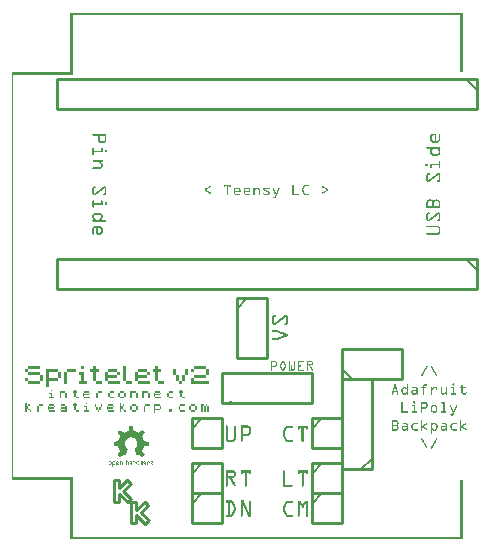
<source format=gto>
G04 MADE WITH FRITZING*
G04 WWW.FRITZING.ORG*
G04 DOUBLE SIDED*
G04 HOLES PLATED*
G04 CONTOUR ON CENTER OF CONTOUR VECTOR*
%ASAXBY*%
%FSLAX23Y23*%
%MOIN*%
%OFA0B0*%
%SFA1.0B1.0*%
%ADD10C,0.010000*%
%ADD11C,0.005000*%
%ADD12R,0.001000X0.001000*%
%LNSILK1*%
G90*
G70*
G54D10*
X1550Y930D02*
X150Y930D01*
D02*
X150Y930D02*
X150Y830D01*
D02*
X150Y830D02*
X1550Y830D01*
D02*
X1550Y830D02*
X1550Y930D01*
G54D11*
D02*
X1515Y930D02*
X1550Y895D01*
G54D10*
D02*
X1550Y1530D02*
X150Y1530D01*
D02*
X150Y1530D02*
X150Y1430D01*
D02*
X150Y1430D02*
X1550Y1430D01*
D02*
X1550Y1430D02*
X1550Y1530D01*
G54D11*
D02*
X1515Y1530D02*
X1550Y1495D01*
G54D10*
D02*
X1000Y150D02*
X1000Y50D01*
D02*
X1000Y50D02*
X1100Y50D01*
D02*
X1100Y50D02*
X1100Y150D01*
D02*
X1100Y150D02*
X1000Y150D01*
G54D11*
D02*
X1000Y115D02*
X1035Y150D01*
G54D10*
D02*
X600Y150D02*
X600Y50D01*
D02*
X600Y50D02*
X700Y50D01*
D02*
X700Y50D02*
X700Y150D01*
D02*
X700Y150D02*
X600Y150D01*
G54D11*
D02*
X600Y115D02*
X635Y150D01*
G54D10*
D02*
X600Y400D02*
X600Y300D01*
D02*
X600Y300D02*
X700Y300D01*
D02*
X700Y300D02*
X700Y400D01*
D02*
X700Y400D02*
X600Y400D01*
G54D11*
D02*
X600Y365D02*
X635Y400D01*
G54D10*
D02*
X1000Y250D02*
X1000Y150D01*
D02*
X1000Y150D02*
X1100Y150D01*
D02*
X1100Y150D02*
X1100Y250D01*
D02*
X1100Y250D02*
X1000Y250D01*
G54D11*
D02*
X1000Y215D02*
X1035Y250D01*
G54D10*
D02*
X1000Y400D02*
X1000Y300D01*
D02*
X1000Y300D02*
X1100Y300D01*
D02*
X1100Y300D02*
X1100Y400D01*
D02*
X1100Y400D02*
X1000Y400D01*
G54D11*
D02*
X1000Y365D02*
X1035Y400D01*
G54D10*
D02*
X600Y250D02*
X600Y150D01*
D02*
X600Y150D02*
X700Y150D01*
D02*
X700Y150D02*
X700Y250D01*
D02*
X700Y250D02*
X600Y250D01*
G54D11*
D02*
X600Y215D02*
X635Y250D01*
G54D10*
D02*
X750Y800D02*
X750Y600D01*
D02*
X750Y600D02*
X850Y600D01*
D02*
X850Y600D02*
X850Y800D01*
D02*
X850Y800D02*
X750Y800D01*
G54D11*
D02*
X750Y765D02*
X785Y800D01*
G54D10*
D02*
X1100Y530D02*
X1300Y530D01*
D02*
X1300Y530D02*
X1300Y630D01*
D02*
X1300Y630D02*
X1100Y630D01*
D02*
X1100Y630D02*
X1100Y530D01*
G54D11*
D02*
X1135Y530D02*
X1100Y565D01*
G54D10*
D02*
X1200Y230D02*
X1200Y530D01*
D02*
X1200Y530D02*
X1100Y530D01*
D02*
X1100Y530D02*
X1100Y230D01*
D02*
X1100Y230D02*
X1200Y230D01*
G54D11*
D02*
X1200Y265D02*
X1165Y230D01*
G54D10*
D02*
X700Y450D02*
X1000Y450D01*
X1000Y450D02*
X1000Y550D01*
X1000Y550D02*
X700Y550D01*
X700Y550D02*
X700Y450D01*
G36*
X55Y575D02*
X55Y565D01*
X95Y565D01*
X95Y575D01*
X55Y575D01*
G37*
D02*
G36*
X232Y575D02*
X232Y565D01*
X242Y565D01*
X242Y575D01*
X232Y575D01*
G37*
D02*
G36*
X272Y575D02*
X272Y565D01*
X262Y565D01*
X262Y555D01*
X272Y555D01*
X272Y526D01*
X282Y526D01*
X282Y555D01*
X291Y555D01*
X291Y565D01*
X282Y565D01*
X282Y575D01*
X272Y575D01*
G37*
D02*
G36*
X370Y575D02*
X370Y526D01*
X380Y526D01*
X380Y575D01*
X370Y575D01*
G37*
D02*
G36*
X478Y575D02*
X478Y565D01*
X469Y565D01*
X469Y555D01*
X478Y555D01*
X478Y526D01*
X488Y526D01*
X488Y555D01*
X498Y555D01*
X498Y565D01*
X488Y565D01*
X488Y575D01*
X478Y575D01*
G37*
D02*
G36*
X606Y575D02*
X606Y565D01*
X646Y565D01*
X646Y575D01*
X606Y575D01*
G37*
D02*
G36*
X45Y565D02*
X45Y555D01*
X55Y555D01*
X55Y565D01*
X45Y565D01*
G37*
D02*
G36*
X114Y565D02*
X114Y506D01*
X124Y506D01*
X124Y526D01*
X154Y526D01*
X154Y536D01*
X124Y536D01*
X124Y555D01*
X154Y555D01*
X154Y565D01*
X114Y565D01*
G37*
D02*
G36*
X183Y565D02*
X183Y555D01*
X213Y555D01*
X213Y565D01*
X183Y565D01*
G37*
D02*
G36*
X321Y565D02*
X321Y555D01*
X350Y555D01*
X350Y565D01*
X321Y565D01*
G37*
D02*
G36*
X419Y565D02*
X419Y555D01*
X449Y555D01*
X449Y565D01*
X419Y565D01*
G37*
D02*
G36*
X537Y565D02*
X537Y545D01*
X547Y545D01*
X547Y565D01*
X537Y565D01*
G37*
D02*
G36*
X577Y565D02*
X577Y545D01*
X587Y545D01*
X587Y565D01*
X577Y565D01*
G37*
D02*
G36*
X597Y565D02*
X597Y555D01*
X606Y555D01*
X606Y565D01*
X597Y565D01*
G37*
D02*
G36*
X646Y565D02*
X646Y545D01*
X656Y545D01*
X656Y565D01*
X646Y565D01*
G37*
D02*
G36*
X55Y555D02*
X55Y545D01*
X95Y545D01*
X95Y555D01*
X55Y555D01*
G37*
D02*
G36*
X154Y555D02*
X154Y536D01*
X163Y536D01*
X163Y555D01*
X154Y555D01*
G37*
D02*
G36*
X173Y555D02*
X173Y516D01*
X183Y516D01*
X183Y555D01*
X173Y555D01*
G37*
D02*
G36*
X223Y555D02*
X223Y545D01*
X232Y545D01*
X232Y526D01*
X223Y526D01*
X223Y516D01*
X252Y516D01*
X252Y526D01*
X242Y526D01*
X242Y555D01*
X223Y555D01*
G37*
D02*
G36*
X311Y555D02*
X311Y526D01*
X321Y526D01*
X321Y536D01*
X350Y536D01*
X350Y545D01*
X321Y545D01*
X321Y555D01*
X311Y555D01*
G37*
D02*
G36*
X350Y555D02*
X350Y545D01*
X360Y545D01*
X360Y555D01*
X350Y555D01*
G37*
D02*
G36*
X410Y555D02*
X410Y526D01*
X419Y526D01*
X419Y536D01*
X449Y536D01*
X449Y545D01*
X419Y545D01*
X419Y555D01*
X410Y555D01*
G37*
D02*
G36*
X449Y555D02*
X449Y545D01*
X459Y545D01*
X459Y555D01*
X449Y555D01*
G37*
D02*
G36*
X95Y545D02*
X95Y526D01*
X104Y526D01*
X104Y545D01*
X95Y545D01*
G37*
D02*
G36*
X547Y545D02*
X547Y526D01*
X557Y526D01*
X557Y545D01*
X547Y545D01*
G37*
D02*
G36*
X567Y545D02*
X567Y526D01*
X577Y526D01*
X577Y545D01*
X567Y545D01*
G37*
D02*
G36*
X606Y545D02*
X606Y536D01*
X646Y536D01*
X646Y545D01*
X606Y545D01*
G37*
D02*
G36*
X45Y536D02*
X45Y526D01*
X55Y526D01*
X55Y536D01*
X45Y536D01*
G37*
D02*
G36*
X597Y536D02*
X597Y516D01*
X656Y516D01*
X656Y526D01*
X606Y526D01*
X606Y536D01*
X597Y536D01*
G37*
D02*
G36*
X55Y526D02*
X55Y516D01*
X95Y516D01*
X95Y526D01*
X55Y526D01*
G37*
D02*
G36*
X282Y526D02*
X282Y516D01*
X301Y516D01*
X301Y526D01*
X282Y526D01*
G37*
D02*
G36*
X321Y526D02*
X321Y516D01*
X360Y516D01*
X360Y526D01*
X321Y526D01*
G37*
D02*
G36*
X380Y526D02*
X380Y516D01*
X400Y516D01*
X400Y526D01*
X380Y526D01*
G37*
D02*
G36*
X419Y526D02*
X419Y516D01*
X459Y516D01*
X459Y526D01*
X419Y526D01*
G37*
D02*
G36*
X488Y526D02*
X488Y516D01*
X508Y516D01*
X508Y526D01*
X488Y526D01*
G37*
D02*
G36*
X557Y526D02*
X557Y516D01*
X567Y516D01*
X567Y526D01*
X557Y526D01*
G37*
D02*
G36*
X129Y496D02*
X129Y491D01*
X134Y491D01*
X134Y496D01*
X129Y496D01*
G37*
D02*
G36*
X208Y496D02*
X208Y491D01*
X203Y491D01*
X203Y486D01*
X208Y486D01*
X208Y472D01*
X213Y472D01*
X213Y486D01*
X218Y486D01*
X218Y491D01*
X213Y491D01*
X213Y496D01*
X208Y496D01*
G37*
D02*
G36*
X562Y496D02*
X562Y491D01*
X557Y491D01*
X557Y486D01*
X562Y486D01*
X562Y472D01*
X567Y472D01*
X567Y486D01*
X572Y486D01*
X572Y491D01*
X567Y491D01*
X567Y496D01*
X562Y496D01*
G37*
D02*
G36*
X159Y491D02*
X159Y467D01*
X163Y467D01*
X163Y486D01*
X178Y486D01*
X178Y491D01*
X159Y491D01*
G37*
D02*
G36*
X242Y491D02*
X242Y486D01*
X257Y486D01*
X257Y491D01*
X242Y491D01*
G37*
D02*
G36*
X287Y491D02*
X287Y486D01*
X301Y486D01*
X301Y491D01*
X287Y491D01*
G37*
D02*
G36*
X326Y491D02*
X326Y486D01*
X341Y486D01*
X341Y491D01*
X326Y491D01*
G37*
D02*
G36*
X360Y491D02*
X360Y486D01*
X375Y486D01*
X375Y491D01*
X360Y491D01*
G37*
D02*
G36*
X395Y491D02*
X395Y467D01*
X400Y467D01*
X400Y486D01*
X414Y486D01*
X414Y491D01*
X395Y491D01*
G37*
D02*
G36*
X434Y491D02*
X434Y467D01*
X439Y467D01*
X439Y486D01*
X454Y486D01*
X454Y491D01*
X434Y491D01*
G37*
D02*
G36*
X478Y491D02*
X478Y486D01*
X493Y486D01*
X493Y491D01*
X478Y491D01*
G37*
D02*
G36*
X523Y491D02*
X523Y486D01*
X537Y486D01*
X537Y491D01*
X523Y491D01*
G37*
D02*
G36*
X124Y486D02*
X124Y482D01*
X129Y482D01*
X129Y472D01*
X124Y472D01*
X124Y467D01*
X139Y467D01*
X139Y472D01*
X134Y472D01*
X134Y486D01*
X124Y486D01*
G37*
D02*
G36*
X178Y486D02*
X178Y467D01*
X183Y467D01*
X183Y486D01*
X178Y486D01*
G37*
D02*
G36*
X237Y486D02*
X237Y472D01*
X242Y472D01*
X242Y477D01*
X257Y477D01*
X257Y482D01*
X242Y482D01*
X242Y486D01*
X237Y486D01*
G37*
D02*
G36*
X257Y486D02*
X257Y482D01*
X262Y482D01*
X262Y486D01*
X257Y486D01*
G37*
D02*
G36*
X282Y486D02*
X282Y467D01*
X287Y467D01*
X287Y486D01*
X282Y486D01*
G37*
D02*
G36*
X321Y486D02*
X321Y472D01*
X326Y472D01*
X326Y486D01*
X321Y486D01*
G37*
D02*
G36*
X355Y486D02*
X355Y472D01*
X360Y472D01*
X360Y486D01*
X355Y486D01*
G37*
D02*
G36*
X375Y486D02*
X375Y472D01*
X380Y472D01*
X380Y486D01*
X375Y486D01*
G37*
D02*
G36*
X414Y486D02*
X414Y467D01*
X419Y467D01*
X419Y486D01*
X414Y486D01*
G37*
D02*
G36*
X454Y486D02*
X454Y467D01*
X459Y467D01*
X459Y486D01*
X454Y486D01*
G37*
D02*
G36*
X474Y486D02*
X474Y472D01*
X478Y472D01*
X478Y477D01*
X493Y477D01*
X493Y482D01*
X478Y482D01*
X478Y486D01*
X474Y486D01*
G37*
D02*
G36*
X493Y486D02*
X493Y482D01*
X498Y482D01*
X498Y486D01*
X493Y486D01*
G37*
D02*
G36*
X518Y486D02*
X518Y472D01*
X523Y472D01*
X523Y486D01*
X518Y486D01*
G37*
D02*
G36*
X213Y472D02*
X213Y467D01*
X223Y467D01*
X223Y472D01*
X213Y472D01*
G37*
D02*
G36*
X242Y472D02*
X242Y467D01*
X262Y467D01*
X262Y472D01*
X242Y472D01*
G37*
D02*
G36*
X326Y472D02*
X326Y467D01*
X341Y467D01*
X341Y472D01*
X326Y472D01*
G37*
D02*
G36*
X360Y472D02*
X360Y467D01*
X375Y467D01*
X375Y472D01*
X360Y472D01*
G37*
D02*
G36*
X478Y472D02*
X478Y467D01*
X498Y467D01*
X498Y472D01*
X478Y472D01*
G37*
D02*
G36*
X523Y472D02*
X523Y467D01*
X537Y467D01*
X537Y472D01*
X523Y472D01*
G37*
D02*
G36*
X567Y472D02*
X567Y467D01*
X577Y467D01*
X577Y472D01*
X567Y472D01*
G37*
D02*
G36*
X45Y452D02*
X45Y422D01*
X50Y422D01*
X50Y432D01*
X55Y432D01*
X55Y442D01*
X50Y442D01*
X50Y452D01*
X45Y452D01*
G37*
D02*
G36*
X208Y452D02*
X208Y447D01*
X203Y447D01*
X203Y442D01*
X208Y442D01*
X208Y427D01*
X213Y427D01*
X213Y442D01*
X218Y442D01*
X218Y447D01*
X213Y447D01*
X213Y452D01*
X208Y452D01*
G37*
D02*
G36*
X247Y452D02*
X247Y447D01*
X252Y447D01*
X252Y452D01*
X247Y452D01*
G37*
D02*
G36*
X360Y452D02*
X360Y422D01*
X365Y422D01*
X365Y432D01*
X370Y432D01*
X370Y442D01*
X365Y442D01*
X365Y452D01*
X360Y452D01*
G37*
D02*
G36*
X55Y447D02*
X55Y442D01*
X60Y442D01*
X60Y447D01*
X55Y447D01*
G37*
D02*
G36*
X90Y447D02*
X90Y442D01*
X104Y442D01*
X104Y447D01*
X90Y447D01*
G37*
D02*
G36*
X124Y447D02*
X124Y442D01*
X139Y442D01*
X139Y447D01*
X124Y447D01*
G37*
D02*
G36*
X163Y447D02*
X163Y442D01*
X178Y442D01*
X178Y447D01*
X163Y447D01*
G37*
D02*
G36*
X277Y447D02*
X277Y437D01*
X282Y437D01*
X282Y447D01*
X277Y447D01*
G37*
D02*
G36*
X296Y447D02*
X296Y437D01*
X301Y437D01*
X301Y447D01*
X296Y447D01*
G37*
D02*
G36*
X321Y447D02*
X321Y442D01*
X336Y442D01*
X336Y447D01*
X321Y447D01*
G37*
D02*
G36*
X370Y447D02*
X370Y442D01*
X375Y442D01*
X375Y447D01*
X370Y447D01*
G37*
D02*
G36*
X400Y447D02*
X400Y442D01*
X414Y442D01*
X414Y447D01*
X400Y447D01*
G37*
D02*
G36*
X444Y447D02*
X444Y442D01*
X459Y442D01*
X459Y447D01*
X444Y447D01*
G37*
D02*
G36*
X474Y447D02*
X474Y418D01*
X478Y418D01*
X478Y427D01*
X493Y427D01*
X493Y432D01*
X478Y432D01*
X478Y442D01*
X493Y442D01*
X493Y447D01*
X474Y447D01*
G37*
D02*
G36*
X562Y447D02*
X562Y442D01*
X577Y442D01*
X577Y447D01*
X562Y447D01*
G37*
D02*
G36*
X597Y447D02*
X597Y442D01*
X611Y442D01*
X611Y447D01*
X597Y447D01*
G37*
D02*
G36*
X631Y447D02*
X631Y422D01*
X636Y422D01*
X636Y442D01*
X641Y442D01*
X641Y447D01*
X631Y447D01*
G37*
D02*
G36*
X646Y447D02*
X646Y442D01*
X651Y442D01*
X651Y447D01*
X646Y447D01*
G37*
D02*
G36*
X85Y442D02*
X85Y422D01*
X90Y422D01*
X90Y442D01*
X85Y442D01*
G37*
D02*
G36*
X119Y442D02*
X119Y427D01*
X124Y427D01*
X124Y432D01*
X139Y432D01*
X139Y437D01*
X124Y437D01*
X124Y442D01*
X119Y442D01*
G37*
D02*
G36*
X139Y442D02*
X139Y437D01*
X144Y437D01*
X144Y442D01*
X139Y442D01*
G37*
D02*
G36*
X178Y442D02*
X178Y437D01*
X163Y437D01*
X163Y432D01*
X178Y432D01*
X178Y427D01*
X163Y427D01*
X163Y422D01*
X183Y422D01*
X183Y442D01*
X178Y442D01*
G37*
D02*
G36*
X242Y442D02*
X242Y437D01*
X247Y437D01*
X247Y427D01*
X242Y427D01*
X242Y422D01*
X257Y422D01*
X257Y427D01*
X252Y427D01*
X252Y442D01*
X242Y442D01*
G37*
D02*
G36*
X316Y442D02*
X316Y427D01*
X321Y427D01*
X321Y432D01*
X336Y432D01*
X336Y437D01*
X321Y437D01*
X321Y442D01*
X316Y442D01*
G37*
D02*
G36*
X336Y442D02*
X336Y437D01*
X341Y437D01*
X341Y442D01*
X336Y442D01*
G37*
D02*
G36*
X395Y442D02*
X395Y427D01*
X400Y427D01*
X400Y442D01*
X395Y442D01*
G37*
D02*
G36*
X414Y442D02*
X414Y427D01*
X419Y427D01*
X419Y442D01*
X414Y442D01*
G37*
D02*
G36*
X439Y442D02*
X439Y422D01*
X444Y422D01*
X444Y442D01*
X439Y442D01*
G37*
D02*
G36*
X493Y442D02*
X493Y432D01*
X498Y432D01*
X498Y442D01*
X493Y442D01*
G37*
D02*
G36*
X557Y442D02*
X557Y427D01*
X562Y427D01*
X562Y442D01*
X557Y442D01*
G37*
D02*
G36*
X592Y442D02*
X592Y427D01*
X597Y427D01*
X597Y442D01*
X592Y442D01*
G37*
D02*
G36*
X611Y442D02*
X611Y427D01*
X616Y427D01*
X616Y442D01*
X611Y442D01*
G37*
D02*
G36*
X641Y442D02*
X641Y422D01*
X646Y422D01*
X646Y442D01*
X641Y442D01*
G37*
D02*
G36*
X651Y442D02*
X651Y422D01*
X656Y422D01*
X656Y442D01*
X651Y442D01*
G37*
D02*
G36*
X282Y437D02*
X282Y427D01*
X287Y427D01*
X287Y437D01*
X282Y437D01*
G37*
D02*
G36*
X291Y437D02*
X291Y427D01*
X296Y427D01*
X296Y437D01*
X291Y437D01*
G37*
D02*
G36*
X55Y432D02*
X55Y427D01*
X60Y427D01*
X60Y432D01*
X55Y432D01*
G37*
D02*
G36*
X159Y432D02*
X159Y427D01*
X163Y427D01*
X163Y432D01*
X159Y432D01*
G37*
D02*
G36*
X370Y432D02*
X370Y427D01*
X375Y427D01*
X375Y432D01*
X370Y432D01*
G37*
D02*
G36*
X523Y432D02*
X523Y422D01*
X533Y422D01*
X533Y432D01*
X523Y432D01*
G37*
D02*
G36*
X60Y427D02*
X60Y422D01*
X65Y422D01*
X65Y427D01*
X60Y427D01*
G37*
D02*
G36*
X124Y427D02*
X124Y422D01*
X144Y422D01*
X144Y427D01*
X124Y427D01*
G37*
D02*
G36*
X213Y427D02*
X213Y422D01*
X223Y422D01*
X223Y427D01*
X213Y427D01*
G37*
D02*
G36*
X287Y427D02*
X287Y422D01*
X291Y422D01*
X291Y427D01*
X287Y427D01*
G37*
D02*
G36*
X321Y427D02*
X321Y422D01*
X341Y422D01*
X341Y427D01*
X321Y427D01*
G37*
D02*
G36*
X375Y427D02*
X375Y422D01*
X380Y422D01*
X380Y427D01*
X375Y427D01*
G37*
D02*
G36*
X400Y427D02*
X400Y422D01*
X414Y422D01*
X414Y427D01*
X400Y427D01*
G37*
D02*
G36*
X562Y427D02*
X562Y422D01*
X577Y422D01*
X577Y427D01*
X562Y427D01*
G37*
D02*
G36*
X597Y427D02*
X597Y422D01*
X611Y422D01*
X611Y427D01*
X597Y427D01*
G37*
D02*
X398Y132D02*
X386Y120D01*
X356Y149D01*
X356Y122D01*
X339Y121D01*
X339Y194D01*
X356Y194D01*
X356Y167D01*
X385Y195D01*
X397Y183D01*
X372Y158D01*
X398Y132D01*
D02*
X431Y85D02*
X456Y60D01*
X444Y48D01*
X415Y77D01*
X415Y50D01*
X398Y50D01*
X398Y121D01*
X415Y121D01*
X415Y94D01*
X443Y122D01*
X455Y110D01*
X431Y85D01*
D02*
G54D12*
X195Y1750D02*
X1504Y1750D01*
X195Y1749D02*
X1504Y1749D01*
X195Y1748D02*
X1504Y1748D01*
X195Y1747D02*
X1504Y1747D01*
X195Y1746D02*
X1504Y1746D01*
X195Y1745D02*
X204Y1745D01*
X1495Y1745D02*
X1504Y1745D01*
X195Y1744D02*
X204Y1744D01*
X1495Y1744D02*
X1504Y1744D01*
X195Y1743D02*
X204Y1743D01*
X1495Y1743D02*
X1504Y1743D01*
X195Y1742D02*
X204Y1742D01*
X1495Y1742D02*
X1504Y1742D01*
X195Y1741D02*
X204Y1741D01*
X1495Y1741D02*
X1504Y1741D01*
X195Y1740D02*
X204Y1740D01*
X1495Y1740D02*
X1504Y1740D01*
X195Y1739D02*
X204Y1739D01*
X1495Y1739D02*
X1504Y1739D01*
X195Y1738D02*
X204Y1738D01*
X1495Y1738D02*
X1504Y1738D01*
X195Y1737D02*
X204Y1737D01*
X1495Y1737D02*
X1504Y1737D01*
X195Y1736D02*
X204Y1736D01*
X1495Y1736D02*
X1504Y1736D01*
X195Y1735D02*
X204Y1735D01*
X1495Y1735D02*
X1504Y1735D01*
X195Y1734D02*
X204Y1734D01*
X1495Y1734D02*
X1504Y1734D01*
X195Y1733D02*
X204Y1733D01*
X1495Y1733D02*
X1504Y1733D01*
X195Y1732D02*
X204Y1732D01*
X1495Y1732D02*
X1504Y1732D01*
X195Y1731D02*
X204Y1731D01*
X1495Y1731D02*
X1504Y1731D01*
X195Y1730D02*
X204Y1730D01*
X1495Y1730D02*
X1504Y1730D01*
X195Y1729D02*
X204Y1729D01*
X1495Y1729D02*
X1504Y1729D01*
X195Y1728D02*
X204Y1728D01*
X1495Y1728D02*
X1504Y1728D01*
X195Y1727D02*
X204Y1727D01*
X1495Y1727D02*
X1504Y1727D01*
X195Y1726D02*
X204Y1726D01*
X1495Y1726D02*
X1504Y1726D01*
X195Y1725D02*
X204Y1725D01*
X1495Y1725D02*
X1504Y1725D01*
X195Y1724D02*
X204Y1724D01*
X1495Y1724D02*
X1504Y1724D01*
X195Y1723D02*
X204Y1723D01*
X1495Y1723D02*
X1504Y1723D01*
X195Y1722D02*
X204Y1722D01*
X1495Y1722D02*
X1504Y1722D01*
X195Y1721D02*
X204Y1721D01*
X1495Y1721D02*
X1504Y1721D01*
X195Y1720D02*
X204Y1720D01*
X1495Y1720D02*
X1504Y1720D01*
X195Y1719D02*
X204Y1719D01*
X1495Y1719D02*
X1504Y1719D01*
X195Y1718D02*
X204Y1718D01*
X1495Y1718D02*
X1504Y1718D01*
X195Y1717D02*
X204Y1717D01*
X1495Y1717D02*
X1504Y1717D01*
X195Y1716D02*
X204Y1716D01*
X1495Y1716D02*
X1504Y1716D01*
X195Y1715D02*
X204Y1715D01*
X1495Y1715D02*
X1504Y1715D01*
X195Y1714D02*
X204Y1714D01*
X1495Y1714D02*
X1504Y1714D01*
X195Y1713D02*
X204Y1713D01*
X1495Y1713D02*
X1504Y1713D01*
X195Y1712D02*
X204Y1712D01*
X1495Y1712D02*
X1504Y1712D01*
X195Y1711D02*
X204Y1711D01*
X1495Y1711D02*
X1504Y1711D01*
X195Y1710D02*
X204Y1710D01*
X1495Y1710D02*
X1504Y1710D01*
X195Y1709D02*
X204Y1709D01*
X1495Y1709D02*
X1504Y1709D01*
X195Y1708D02*
X204Y1708D01*
X1495Y1708D02*
X1504Y1708D01*
X195Y1707D02*
X204Y1707D01*
X1495Y1707D02*
X1504Y1707D01*
X195Y1706D02*
X204Y1706D01*
X1495Y1706D02*
X1504Y1706D01*
X195Y1705D02*
X204Y1705D01*
X1495Y1705D02*
X1504Y1705D01*
X195Y1704D02*
X204Y1704D01*
X1495Y1704D02*
X1504Y1704D01*
X195Y1703D02*
X204Y1703D01*
X1495Y1703D02*
X1504Y1703D01*
X195Y1702D02*
X204Y1702D01*
X1495Y1702D02*
X1504Y1702D01*
X195Y1701D02*
X204Y1701D01*
X1495Y1701D02*
X1504Y1701D01*
X195Y1700D02*
X204Y1700D01*
X1495Y1700D02*
X1504Y1700D01*
X195Y1699D02*
X204Y1699D01*
X1495Y1699D02*
X1504Y1699D01*
X195Y1698D02*
X204Y1698D01*
X1495Y1698D02*
X1504Y1698D01*
X195Y1697D02*
X204Y1697D01*
X1495Y1697D02*
X1504Y1697D01*
X195Y1696D02*
X204Y1696D01*
X1495Y1696D02*
X1504Y1696D01*
X195Y1695D02*
X204Y1695D01*
X1495Y1695D02*
X1504Y1695D01*
X195Y1694D02*
X204Y1694D01*
X1495Y1694D02*
X1504Y1694D01*
X195Y1693D02*
X204Y1693D01*
X1495Y1693D02*
X1504Y1693D01*
X195Y1692D02*
X204Y1692D01*
X1495Y1692D02*
X1504Y1692D01*
X195Y1691D02*
X204Y1691D01*
X1495Y1691D02*
X1504Y1691D01*
X195Y1690D02*
X204Y1690D01*
X1495Y1690D02*
X1504Y1690D01*
X195Y1689D02*
X204Y1689D01*
X1495Y1689D02*
X1504Y1689D01*
X195Y1688D02*
X204Y1688D01*
X1495Y1688D02*
X1504Y1688D01*
X195Y1687D02*
X204Y1687D01*
X1495Y1687D02*
X1504Y1687D01*
X195Y1686D02*
X204Y1686D01*
X1495Y1686D02*
X1504Y1686D01*
X195Y1685D02*
X204Y1685D01*
X1495Y1685D02*
X1504Y1685D01*
X195Y1684D02*
X204Y1684D01*
X1495Y1684D02*
X1504Y1684D01*
X195Y1683D02*
X204Y1683D01*
X1495Y1683D02*
X1504Y1683D01*
X195Y1682D02*
X204Y1682D01*
X1495Y1682D02*
X1504Y1682D01*
X195Y1681D02*
X204Y1681D01*
X1495Y1681D02*
X1504Y1681D01*
X195Y1680D02*
X204Y1680D01*
X1495Y1680D02*
X1504Y1680D01*
X195Y1679D02*
X204Y1679D01*
X1495Y1679D02*
X1504Y1679D01*
X195Y1678D02*
X204Y1678D01*
X1495Y1678D02*
X1504Y1678D01*
X195Y1677D02*
X204Y1677D01*
X1495Y1677D02*
X1504Y1677D01*
X195Y1676D02*
X204Y1676D01*
X1495Y1676D02*
X1504Y1676D01*
X195Y1675D02*
X204Y1675D01*
X1495Y1675D02*
X1504Y1675D01*
X195Y1674D02*
X204Y1674D01*
X1495Y1674D02*
X1504Y1674D01*
X195Y1673D02*
X204Y1673D01*
X1495Y1673D02*
X1504Y1673D01*
X195Y1672D02*
X204Y1672D01*
X1495Y1672D02*
X1504Y1672D01*
X195Y1671D02*
X204Y1671D01*
X1495Y1671D02*
X1504Y1671D01*
X195Y1670D02*
X204Y1670D01*
X1495Y1670D02*
X1504Y1670D01*
X195Y1669D02*
X204Y1669D01*
X1495Y1669D02*
X1504Y1669D01*
X195Y1668D02*
X204Y1668D01*
X1495Y1668D02*
X1504Y1668D01*
X195Y1667D02*
X204Y1667D01*
X1495Y1667D02*
X1504Y1667D01*
X195Y1666D02*
X204Y1666D01*
X1495Y1666D02*
X1504Y1666D01*
X195Y1665D02*
X204Y1665D01*
X1495Y1665D02*
X1504Y1665D01*
X195Y1664D02*
X204Y1664D01*
X1495Y1664D02*
X1504Y1664D01*
X195Y1663D02*
X204Y1663D01*
X1495Y1663D02*
X1504Y1663D01*
X195Y1662D02*
X204Y1662D01*
X1495Y1662D02*
X1504Y1662D01*
X195Y1661D02*
X204Y1661D01*
X1495Y1661D02*
X1504Y1661D01*
X195Y1660D02*
X204Y1660D01*
X1495Y1660D02*
X1504Y1660D01*
X195Y1659D02*
X204Y1659D01*
X1495Y1659D02*
X1504Y1659D01*
X195Y1658D02*
X204Y1658D01*
X1495Y1658D02*
X1504Y1658D01*
X195Y1657D02*
X204Y1657D01*
X1495Y1657D02*
X1504Y1657D01*
X195Y1656D02*
X204Y1656D01*
X1495Y1656D02*
X1504Y1656D01*
X195Y1655D02*
X204Y1655D01*
X1495Y1655D02*
X1504Y1655D01*
X195Y1654D02*
X204Y1654D01*
X1495Y1654D02*
X1504Y1654D01*
X195Y1653D02*
X204Y1653D01*
X1495Y1653D02*
X1504Y1653D01*
X195Y1652D02*
X204Y1652D01*
X1495Y1652D02*
X1504Y1652D01*
X195Y1651D02*
X204Y1651D01*
X1495Y1651D02*
X1504Y1651D01*
X195Y1650D02*
X204Y1650D01*
X1495Y1650D02*
X1504Y1650D01*
X195Y1649D02*
X204Y1649D01*
X1495Y1649D02*
X1504Y1649D01*
X195Y1648D02*
X204Y1648D01*
X1495Y1648D02*
X1504Y1648D01*
X195Y1647D02*
X204Y1647D01*
X1495Y1647D02*
X1504Y1647D01*
X195Y1646D02*
X204Y1646D01*
X1495Y1646D02*
X1504Y1646D01*
X195Y1645D02*
X204Y1645D01*
X1495Y1645D02*
X1504Y1645D01*
X195Y1644D02*
X204Y1644D01*
X1495Y1644D02*
X1504Y1644D01*
X195Y1643D02*
X204Y1643D01*
X1495Y1643D02*
X1504Y1643D01*
X195Y1642D02*
X204Y1642D01*
X1495Y1642D02*
X1504Y1642D01*
X195Y1641D02*
X204Y1641D01*
X1495Y1641D02*
X1504Y1641D01*
X195Y1640D02*
X204Y1640D01*
X1495Y1640D02*
X1504Y1640D01*
X195Y1639D02*
X204Y1639D01*
X1495Y1639D02*
X1504Y1639D01*
X195Y1638D02*
X204Y1638D01*
X1495Y1638D02*
X1504Y1638D01*
X195Y1637D02*
X204Y1637D01*
X1495Y1637D02*
X1504Y1637D01*
X195Y1636D02*
X204Y1636D01*
X1495Y1636D02*
X1504Y1636D01*
X195Y1635D02*
X204Y1635D01*
X1495Y1635D02*
X1504Y1635D01*
X195Y1634D02*
X204Y1634D01*
X1495Y1634D02*
X1504Y1634D01*
X195Y1633D02*
X204Y1633D01*
X1495Y1633D02*
X1504Y1633D01*
X195Y1632D02*
X204Y1632D01*
X1495Y1632D02*
X1504Y1632D01*
X195Y1631D02*
X204Y1631D01*
X1495Y1631D02*
X1504Y1631D01*
X195Y1630D02*
X204Y1630D01*
X1495Y1630D02*
X1504Y1630D01*
X195Y1629D02*
X204Y1629D01*
X1495Y1629D02*
X1504Y1629D01*
X195Y1628D02*
X204Y1628D01*
X1495Y1628D02*
X1504Y1628D01*
X195Y1627D02*
X204Y1627D01*
X1495Y1627D02*
X1504Y1627D01*
X195Y1626D02*
X204Y1626D01*
X1495Y1626D02*
X1504Y1626D01*
X195Y1625D02*
X204Y1625D01*
X1495Y1625D02*
X1504Y1625D01*
X195Y1624D02*
X204Y1624D01*
X1495Y1624D02*
X1504Y1624D01*
X195Y1623D02*
X204Y1623D01*
X1495Y1623D02*
X1504Y1623D01*
X195Y1622D02*
X204Y1622D01*
X1495Y1622D02*
X1504Y1622D01*
X195Y1621D02*
X204Y1621D01*
X1495Y1621D02*
X1504Y1621D01*
X195Y1620D02*
X204Y1620D01*
X1495Y1620D02*
X1504Y1620D01*
X195Y1619D02*
X204Y1619D01*
X1495Y1619D02*
X1504Y1619D01*
X195Y1618D02*
X204Y1618D01*
X1495Y1618D02*
X1504Y1618D01*
X195Y1617D02*
X204Y1617D01*
X1495Y1617D02*
X1504Y1617D01*
X195Y1616D02*
X204Y1616D01*
X1495Y1616D02*
X1504Y1616D01*
X195Y1615D02*
X204Y1615D01*
X1495Y1615D02*
X1504Y1615D01*
X195Y1614D02*
X204Y1614D01*
X1495Y1614D02*
X1504Y1614D01*
X195Y1613D02*
X204Y1613D01*
X1495Y1613D02*
X1504Y1613D01*
X195Y1612D02*
X204Y1612D01*
X1495Y1612D02*
X1504Y1612D01*
X195Y1611D02*
X204Y1611D01*
X1495Y1611D02*
X1504Y1611D01*
X195Y1610D02*
X204Y1610D01*
X1495Y1610D02*
X1504Y1610D01*
X195Y1609D02*
X204Y1609D01*
X1495Y1609D02*
X1504Y1609D01*
X195Y1608D02*
X204Y1608D01*
X1495Y1608D02*
X1504Y1608D01*
X195Y1607D02*
X204Y1607D01*
X1495Y1607D02*
X1504Y1607D01*
X195Y1606D02*
X204Y1606D01*
X1495Y1606D02*
X1504Y1606D01*
X195Y1605D02*
X204Y1605D01*
X1495Y1605D02*
X1504Y1605D01*
X195Y1604D02*
X204Y1604D01*
X1495Y1604D02*
X1504Y1604D01*
X195Y1603D02*
X204Y1603D01*
X1495Y1603D02*
X1504Y1603D01*
X195Y1602D02*
X204Y1602D01*
X1495Y1602D02*
X1504Y1602D01*
X195Y1601D02*
X204Y1601D01*
X1495Y1601D02*
X1504Y1601D01*
X195Y1600D02*
X204Y1600D01*
X1495Y1600D02*
X1504Y1600D01*
X195Y1599D02*
X204Y1599D01*
X1495Y1599D02*
X1504Y1599D01*
X195Y1598D02*
X204Y1598D01*
X1495Y1598D02*
X1504Y1598D01*
X195Y1597D02*
X204Y1597D01*
X1495Y1597D02*
X1504Y1597D01*
X195Y1596D02*
X204Y1596D01*
X1495Y1596D02*
X1504Y1596D01*
X195Y1595D02*
X204Y1595D01*
X1495Y1595D02*
X1504Y1595D01*
X195Y1594D02*
X204Y1594D01*
X1495Y1594D02*
X1504Y1594D01*
X195Y1593D02*
X204Y1593D01*
X1495Y1593D02*
X1504Y1593D01*
X195Y1592D02*
X204Y1592D01*
X1495Y1592D02*
X1504Y1592D01*
X195Y1591D02*
X204Y1591D01*
X1495Y1591D02*
X1504Y1591D01*
X195Y1590D02*
X204Y1590D01*
X1495Y1590D02*
X1504Y1590D01*
X195Y1589D02*
X204Y1589D01*
X1495Y1589D02*
X1504Y1589D01*
X195Y1588D02*
X204Y1588D01*
X1495Y1588D02*
X1504Y1588D01*
X195Y1587D02*
X204Y1587D01*
X1495Y1587D02*
X1504Y1587D01*
X195Y1586D02*
X204Y1586D01*
X1495Y1586D02*
X1504Y1586D01*
X195Y1585D02*
X204Y1585D01*
X1495Y1585D02*
X1504Y1585D01*
X195Y1584D02*
X204Y1584D01*
X1495Y1584D02*
X1504Y1584D01*
X195Y1583D02*
X204Y1583D01*
X1495Y1583D02*
X1504Y1583D01*
X195Y1582D02*
X204Y1582D01*
X1495Y1582D02*
X1504Y1582D01*
X195Y1581D02*
X204Y1581D01*
X1495Y1581D02*
X1504Y1581D01*
X195Y1580D02*
X204Y1580D01*
X1495Y1580D02*
X1504Y1580D01*
X195Y1579D02*
X204Y1579D01*
X1495Y1579D02*
X1504Y1579D01*
X195Y1578D02*
X204Y1578D01*
X1495Y1578D02*
X1504Y1578D01*
X195Y1577D02*
X204Y1577D01*
X1495Y1577D02*
X1504Y1577D01*
X195Y1576D02*
X204Y1576D01*
X1495Y1576D02*
X1504Y1576D01*
X195Y1575D02*
X204Y1575D01*
X1495Y1575D02*
X1504Y1575D01*
X195Y1574D02*
X204Y1574D01*
X1495Y1574D02*
X1504Y1574D01*
X195Y1573D02*
X204Y1573D01*
X1495Y1573D02*
X1504Y1573D01*
X195Y1572D02*
X204Y1572D01*
X1495Y1572D02*
X1504Y1572D01*
X195Y1571D02*
X204Y1571D01*
X1495Y1571D02*
X1504Y1571D01*
X195Y1570D02*
X204Y1570D01*
X1495Y1570D02*
X1504Y1570D01*
X195Y1569D02*
X204Y1569D01*
X1495Y1569D02*
X1504Y1569D01*
X195Y1568D02*
X204Y1568D01*
X1495Y1568D02*
X1504Y1568D01*
X195Y1567D02*
X204Y1567D01*
X1495Y1567D02*
X1504Y1567D01*
X195Y1566D02*
X204Y1566D01*
X1495Y1566D02*
X1504Y1566D01*
X195Y1565D02*
X204Y1565D01*
X1495Y1565D02*
X1504Y1565D01*
X195Y1564D02*
X204Y1564D01*
X1495Y1564D02*
X1504Y1564D01*
X195Y1563D02*
X204Y1563D01*
X1495Y1563D02*
X1504Y1563D01*
X195Y1562D02*
X204Y1562D01*
X1495Y1562D02*
X1504Y1562D01*
X195Y1561D02*
X204Y1561D01*
X1495Y1561D02*
X1504Y1561D01*
X195Y1560D02*
X204Y1560D01*
X1495Y1560D02*
X1504Y1560D01*
X195Y1559D02*
X204Y1559D01*
X1495Y1559D02*
X1504Y1559D01*
X195Y1558D02*
X204Y1558D01*
X1495Y1558D02*
X1504Y1558D01*
X195Y1557D02*
X204Y1557D01*
X1495Y1557D02*
X1504Y1557D01*
X195Y1556D02*
X204Y1556D01*
X1495Y1556D02*
X1504Y1556D01*
X0Y1555D02*
X204Y1555D01*
X0Y1554D02*
X204Y1554D01*
X0Y1553D02*
X204Y1553D01*
X0Y1552D02*
X204Y1552D01*
X0Y1551D02*
X204Y1551D01*
X0Y1550D02*
X204Y1550D01*
X0Y1549D02*
X204Y1549D01*
X0Y1548D02*
X204Y1548D01*
X0Y1547D02*
X204Y1547D01*
X0Y1546D02*
X204Y1546D01*
X0Y1545D02*
X4Y1545D01*
X0Y1544D02*
X4Y1544D01*
X0Y1543D02*
X4Y1543D01*
X0Y1542D02*
X4Y1542D01*
X0Y1541D02*
X4Y1541D01*
X0Y1540D02*
X4Y1540D01*
X0Y1539D02*
X4Y1539D01*
X0Y1538D02*
X4Y1538D01*
X0Y1537D02*
X4Y1537D01*
X0Y1536D02*
X4Y1536D01*
X0Y1535D02*
X4Y1535D01*
X0Y1534D02*
X4Y1534D01*
X0Y1533D02*
X4Y1533D01*
X0Y1532D02*
X4Y1532D01*
X0Y1531D02*
X4Y1531D01*
X0Y1530D02*
X4Y1530D01*
X0Y1529D02*
X4Y1529D01*
X0Y1528D02*
X4Y1528D01*
X0Y1527D02*
X4Y1527D01*
X0Y1526D02*
X4Y1526D01*
X0Y1525D02*
X4Y1525D01*
X0Y1524D02*
X4Y1524D01*
X0Y1523D02*
X4Y1523D01*
X0Y1522D02*
X4Y1522D01*
X0Y1521D02*
X4Y1521D01*
X0Y1520D02*
X4Y1520D01*
X0Y1519D02*
X4Y1519D01*
X0Y1518D02*
X4Y1518D01*
X0Y1517D02*
X4Y1517D01*
X0Y1516D02*
X4Y1516D01*
X0Y1515D02*
X4Y1515D01*
X0Y1514D02*
X4Y1514D01*
X0Y1513D02*
X4Y1513D01*
X0Y1512D02*
X4Y1512D01*
X0Y1511D02*
X4Y1511D01*
X0Y1510D02*
X4Y1510D01*
X0Y1509D02*
X4Y1509D01*
X0Y1508D02*
X4Y1508D01*
X0Y1507D02*
X4Y1507D01*
X0Y1506D02*
X4Y1506D01*
X0Y1505D02*
X4Y1505D01*
X0Y1504D02*
X4Y1504D01*
X0Y1503D02*
X4Y1503D01*
X0Y1502D02*
X4Y1502D01*
X0Y1501D02*
X4Y1501D01*
X0Y1500D02*
X4Y1500D01*
X0Y1499D02*
X4Y1499D01*
X0Y1498D02*
X4Y1498D01*
X0Y1497D02*
X4Y1497D01*
X0Y1496D02*
X4Y1496D01*
X0Y1495D02*
X4Y1495D01*
X0Y1494D02*
X4Y1494D01*
X0Y1493D02*
X4Y1493D01*
X0Y1492D02*
X4Y1492D01*
X0Y1491D02*
X4Y1491D01*
X0Y1490D02*
X4Y1490D01*
X0Y1489D02*
X4Y1489D01*
X0Y1488D02*
X4Y1488D01*
X0Y1487D02*
X4Y1487D01*
X0Y1486D02*
X4Y1486D01*
X0Y1485D02*
X4Y1485D01*
X0Y1484D02*
X4Y1484D01*
X0Y1483D02*
X4Y1483D01*
X0Y1482D02*
X4Y1482D01*
X0Y1481D02*
X4Y1481D01*
X0Y1480D02*
X4Y1480D01*
X0Y1479D02*
X4Y1479D01*
X0Y1478D02*
X4Y1478D01*
X0Y1477D02*
X4Y1477D01*
X0Y1476D02*
X4Y1476D01*
X0Y1475D02*
X4Y1475D01*
X0Y1474D02*
X4Y1474D01*
X0Y1473D02*
X4Y1473D01*
X0Y1472D02*
X4Y1472D01*
X0Y1471D02*
X4Y1471D01*
X0Y1470D02*
X4Y1470D01*
X0Y1469D02*
X4Y1469D01*
X0Y1468D02*
X4Y1468D01*
X0Y1467D02*
X4Y1467D01*
X0Y1466D02*
X4Y1466D01*
X0Y1465D02*
X4Y1465D01*
X0Y1464D02*
X4Y1464D01*
X0Y1463D02*
X4Y1463D01*
X0Y1462D02*
X4Y1462D01*
X0Y1461D02*
X4Y1461D01*
X0Y1460D02*
X4Y1460D01*
X0Y1459D02*
X4Y1459D01*
X0Y1458D02*
X4Y1458D01*
X0Y1457D02*
X4Y1457D01*
X0Y1456D02*
X4Y1456D01*
X0Y1455D02*
X4Y1455D01*
X0Y1454D02*
X4Y1454D01*
X0Y1453D02*
X4Y1453D01*
X0Y1452D02*
X4Y1452D01*
X0Y1451D02*
X4Y1451D01*
X0Y1450D02*
X4Y1450D01*
X0Y1449D02*
X4Y1449D01*
X0Y1448D02*
X4Y1448D01*
X0Y1447D02*
X4Y1447D01*
X0Y1446D02*
X4Y1446D01*
X0Y1445D02*
X4Y1445D01*
X0Y1444D02*
X4Y1444D01*
X0Y1443D02*
X4Y1443D01*
X0Y1442D02*
X4Y1442D01*
X0Y1441D02*
X4Y1441D01*
X0Y1440D02*
X4Y1440D01*
X0Y1439D02*
X4Y1439D01*
X0Y1438D02*
X4Y1438D01*
X0Y1437D02*
X4Y1437D01*
X0Y1436D02*
X4Y1436D01*
X0Y1435D02*
X4Y1435D01*
X0Y1434D02*
X4Y1434D01*
X0Y1433D02*
X4Y1433D01*
X0Y1432D02*
X4Y1432D01*
X0Y1431D02*
X4Y1431D01*
X0Y1430D02*
X4Y1430D01*
X0Y1429D02*
X4Y1429D01*
X0Y1428D02*
X4Y1428D01*
X0Y1427D02*
X4Y1427D01*
X0Y1426D02*
X4Y1426D01*
X0Y1425D02*
X4Y1425D01*
X0Y1424D02*
X4Y1424D01*
X0Y1423D02*
X4Y1423D01*
X0Y1422D02*
X4Y1422D01*
X0Y1421D02*
X4Y1421D01*
X0Y1420D02*
X4Y1420D01*
X0Y1419D02*
X4Y1419D01*
X0Y1418D02*
X4Y1418D01*
X0Y1417D02*
X4Y1417D01*
X0Y1416D02*
X4Y1416D01*
X0Y1415D02*
X4Y1415D01*
X0Y1414D02*
X4Y1414D01*
X0Y1413D02*
X4Y1413D01*
X0Y1412D02*
X4Y1412D01*
X0Y1411D02*
X4Y1411D01*
X0Y1410D02*
X4Y1410D01*
X0Y1409D02*
X4Y1409D01*
X0Y1408D02*
X4Y1408D01*
X0Y1407D02*
X4Y1407D01*
X0Y1406D02*
X4Y1406D01*
X0Y1405D02*
X4Y1405D01*
X0Y1404D02*
X4Y1404D01*
X0Y1403D02*
X4Y1403D01*
X0Y1402D02*
X4Y1402D01*
X0Y1401D02*
X4Y1401D01*
X0Y1400D02*
X4Y1400D01*
X0Y1399D02*
X4Y1399D01*
X0Y1398D02*
X4Y1398D01*
X0Y1397D02*
X4Y1397D01*
X0Y1396D02*
X4Y1396D01*
X0Y1395D02*
X4Y1395D01*
X0Y1394D02*
X4Y1394D01*
X0Y1393D02*
X4Y1393D01*
X0Y1392D02*
X4Y1392D01*
X0Y1391D02*
X4Y1391D01*
X0Y1390D02*
X4Y1390D01*
X0Y1389D02*
X4Y1389D01*
X0Y1388D02*
X4Y1388D01*
X0Y1387D02*
X4Y1387D01*
X0Y1386D02*
X4Y1386D01*
X0Y1385D02*
X4Y1385D01*
X0Y1384D02*
X4Y1384D01*
X0Y1383D02*
X4Y1383D01*
X0Y1382D02*
X4Y1382D01*
X0Y1381D02*
X4Y1381D01*
X0Y1380D02*
X4Y1380D01*
X0Y1379D02*
X4Y1379D01*
X0Y1378D02*
X4Y1378D01*
X0Y1377D02*
X4Y1377D01*
X0Y1376D02*
X4Y1376D01*
X0Y1375D02*
X4Y1375D01*
X0Y1374D02*
X4Y1374D01*
X0Y1373D02*
X4Y1373D01*
X0Y1372D02*
X4Y1372D01*
X0Y1371D02*
X4Y1371D01*
X0Y1370D02*
X4Y1370D01*
X0Y1369D02*
X4Y1369D01*
X0Y1368D02*
X4Y1368D01*
X0Y1367D02*
X4Y1367D01*
X0Y1366D02*
X4Y1366D01*
X0Y1365D02*
X4Y1365D01*
X0Y1364D02*
X4Y1364D01*
X0Y1363D02*
X4Y1363D01*
X0Y1362D02*
X4Y1362D01*
X0Y1361D02*
X4Y1361D01*
X0Y1360D02*
X4Y1360D01*
X0Y1359D02*
X4Y1359D01*
X0Y1358D02*
X4Y1358D01*
X0Y1357D02*
X4Y1357D01*
X0Y1356D02*
X4Y1356D01*
X0Y1355D02*
X4Y1355D01*
X0Y1354D02*
X4Y1354D01*
X0Y1353D02*
X4Y1353D01*
X0Y1352D02*
X4Y1352D01*
X0Y1351D02*
X4Y1351D01*
X0Y1350D02*
X4Y1350D01*
X0Y1349D02*
X4Y1349D01*
X1404Y1349D02*
X1413Y1349D01*
X1425Y1349D02*
X1426Y1349D01*
X0Y1348D02*
X4Y1348D01*
X270Y1348D02*
X315Y1348D01*
X1401Y1348D02*
X1415Y1348D01*
X1424Y1348D02*
X1427Y1348D01*
X0Y1347D02*
X4Y1347D01*
X269Y1347D02*
X315Y1347D01*
X1400Y1347D02*
X1415Y1347D01*
X1423Y1347D02*
X1428Y1347D01*
X0Y1346D02*
X4Y1346D01*
X269Y1346D02*
X315Y1346D01*
X1399Y1346D02*
X1415Y1346D01*
X1423Y1346D02*
X1428Y1346D01*
X0Y1345D02*
X4Y1345D01*
X269Y1345D02*
X315Y1345D01*
X1398Y1345D02*
X1415Y1345D01*
X1423Y1345D02*
X1428Y1345D01*
X0Y1344D02*
X4Y1344D01*
X270Y1344D02*
X315Y1344D01*
X1397Y1344D02*
X1415Y1344D01*
X1423Y1344D02*
X1428Y1344D01*
X0Y1343D02*
X4Y1343D01*
X271Y1343D02*
X315Y1343D01*
X1396Y1343D02*
X1405Y1343D01*
X1410Y1343D02*
X1415Y1343D01*
X1423Y1343D02*
X1428Y1343D01*
X0Y1342D02*
X4Y1342D01*
X287Y1342D02*
X292Y1342D01*
X310Y1342D02*
X315Y1342D01*
X1396Y1342D02*
X1402Y1342D01*
X1410Y1342D02*
X1415Y1342D01*
X1423Y1342D02*
X1428Y1342D01*
X0Y1341D02*
X4Y1341D01*
X287Y1341D02*
X292Y1341D01*
X310Y1341D02*
X315Y1341D01*
X1395Y1341D02*
X1401Y1341D01*
X1410Y1341D02*
X1415Y1341D01*
X1423Y1341D02*
X1428Y1341D01*
X0Y1340D02*
X4Y1340D01*
X287Y1340D02*
X292Y1340D01*
X310Y1340D02*
X315Y1340D01*
X1395Y1340D02*
X1401Y1340D01*
X1410Y1340D02*
X1415Y1340D01*
X1423Y1340D02*
X1428Y1340D01*
X0Y1339D02*
X4Y1339D01*
X287Y1339D02*
X292Y1339D01*
X310Y1339D02*
X315Y1339D01*
X1395Y1339D02*
X1400Y1339D01*
X1410Y1339D02*
X1415Y1339D01*
X1423Y1339D02*
X1428Y1339D01*
X0Y1338D02*
X4Y1338D01*
X287Y1338D02*
X292Y1338D01*
X310Y1338D02*
X315Y1338D01*
X1395Y1338D02*
X1400Y1338D01*
X1410Y1338D02*
X1415Y1338D01*
X1423Y1338D02*
X1428Y1338D01*
X0Y1337D02*
X4Y1337D01*
X287Y1337D02*
X292Y1337D01*
X310Y1337D02*
X315Y1337D01*
X1395Y1337D02*
X1400Y1337D01*
X1410Y1337D02*
X1415Y1337D01*
X1423Y1337D02*
X1428Y1337D01*
X0Y1336D02*
X4Y1336D01*
X287Y1336D02*
X292Y1336D01*
X310Y1336D02*
X315Y1336D01*
X1395Y1336D02*
X1400Y1336D01*
X1410Y1336D02*
X1415Y1336D01*
X1423Y1336D02*
X1428Y1336D01*
X0Y1335D02*
X4Y1335D01*
X287Y1335D02*
X292Y1335D01*
X310Y1335D02*
X315Y1335D01*
X1395Y1335D02*
X1400Y1335D01*
X1410Y1335D02*
X1415Y1335D01*
X1423Y1335D02*
X1428Y1335D01*
X0Y1334D02*
X4Y1334D01*
X287Y1334D02*
X292Y1334D01*
X310Y1334D02*
X315Y1334D01*
X1395Y1334D02*
X1400Y1334D01*
X1410Y1334D02*
X1415Y1334D01*
X1423Y1334D02*
X1428Y1334D01*
X0Y1333D02*
X4Y1333D01*
X287Y1333D02*
X292Y1333D01*
X310Y1333D02*
X315Y1333D01*
X1395Y1333D02*
X1400Y1333D01*
X1410Y1333D02*
X1415Y1333D01*
X1423Y1333D02*
X1428Y1333D01*
X0Y1332D02*
X4Y1332D01*
X287Y1332D02*
X292Y1332D01*
X310Y1332D02*
X315Y1332D01*
X1395Y1332D02*
X1400Y1332D01*
X1410Y1332D02*
X1415Y1332D01*
X1423Y1332D02*
X1428Y1332D01*
X0Y1331D02*
X4Y1331D01*
X287Y1331D02*
X292Y1331D01*
X310Y1331D02*
X315Y1331D01*
X1395Y1331D02*
X1400Y1331D01*
X1410Y1331D02*
X1415Y1331D01*
X1423Y1331D02*
X1428Y1331D01*
X0Y1330D02*
X4Y1330D01*
X287Y1330D02*
X292Y1330D01*
X310Y1330D02*
X315Y1330D01*
X1395Y1330D02*
X1400Y1330D01*
X1410Y1330D02*
X1415Y1330D01*
X1423Y1330D02*
X1428Y1330D01*
X0Y1329D02*
X4Y1329D01*
X287Y1329D02*
X292Y1329D01*
X310Y1329D02*
X315Y1329D01*
X1395Y1329D02*
X1400Y1329D01*
X1410Y1329D02*
X1415Y1329D01*
X1423Y1329D02*
X1428Y1329D01*
X0Y1328D02*
X4Y1328D01*
X287Y1328D02*
X292Y1328D01*
X310Y1328D02*
X315Y1328D01*
X1395Y1328D02*
X1401Y1328D01*
X1410Y1328D02*
X1415Y1328D01*
X1422Y1328D02*
X1428Y1328D01*
X0Y1327D02*
X4Y1327D01*
X287Y1327D02*
X292Y1327D01*
X310Y1327D02*
X315Y1327D01*
X1395Y1327D02*
X1402Y1327D01*
X1410Y1327D02*
X1415Y1327D01*
X1421Y1327D02*
X1428Y1327D01*
X0Y1326D02*
X4Y1326D01*
X287Y1326D02*
X293Y1326D01*
X310Y1326D02*
X315Y1326D01*
X1396Y1326D02*
X1403Y1326D01*
X1410Y1326D02*
X1415Y1326D01*
X1420Y1326D02*
X1427Y1326D01*
X0Y1325D02*
X4Y1325D01*
X287Y1325D02*
X294Y1325D01*
X308Y1325D02*
X315Y1325D01*
X1396Y1325D02*
X1426Y1325D01*
X0Y1324D02*
X4Y1324D01*
X288Y1324D02*
X314Y1324D01*
X1397Y1324D02*
X1426Y1324D01*
X0Y1323D02*
X4Y1323D01*
X288Y1323D02*
X314Y1323D01*
X1398Y1323D02*
X1425Y1323D01*
X0Y1322D02*
X4Y1322D01*
X289Y1322D02*
X313Y1322D01*
X1399Y1322D02*
X1424Y1322D01*
X0Y1321D02*
X4Y1321D01*
X290Y1321D02*
X312Y1321D01*
X1400Y1321D02*
X1423Y1321D01*
X0Y1320D02*
X4Y1320D01*
X291Y1320D02*
X311Y1320D01*
X1402Y1320D02*
X1421Y1320D01*
X0Y1319D02*
X4Y1319D01*
X293Y1319D02*
X309Y1319D01*
X1406Y1319D02*
X1417Y1319D01*
X0Y1318D02*
X4Y1318D01*
X0Y1317D02*
X4Y1317D01*
X0Y1316D02*
X4Y1316D01*
X0Y1315D02*
X4Y1315D01*
X0Y1314D02*
X4Y1314D01*
X0Y1313D02*
X4Y1313D01*
X0Y1312D02*
X4Y1312D01*
X0Y1311D02*
X4Y1311D01*
X0Y1310D02*
X4Y1310D01*
X0Y1309D02*
X4Y1309D01*
X0Y1308D02*
X4Y1308D01*
X0Y1307D02*
X4Y1307D01*
X0Y1306D02*
X4Y1306D01*
X0Y1305D02*
X4Y1305D01*
X1384Y1305D02*
X1426Y1305D01*
X0Y1304D02*
X4Y1304D01*
X1383Y1304D02*
X1428Y1304D01*
X0Y1303D02*
X4Y1303D01*
X1382Y1303D02*
X1428Y1303D01*
X0Y1302D02*
X4Y1302D01*
X1382Y1302D02*
X1428Y1302D01*
X0Y1301D02*
X4Y1301D01*
X270Y1301D02*
X273Y1301D01*
X298Y1301D02*
X301Y1301D01*
X1382Y1301D02*
X1428Y1301D01*
X0Y1300D02*
X4Y1300D01*
X269Y1300D02*
X274Y1300D01*
X298Y1300D02*
X302Y1300D01*
X1383Y1300D02*
X1427Y1300D01*
X0Y1299D02*
X4Y1299D01*
X269Y1299D02*
X274Y1299D01*
X297Y1299D02*
X302Y1299D01*
X1398Y1299D02*
X1406Y1299D01*
X1417Y1299D02*
X1425Y1299D01*
X0Y1298D02*
X4Y1298D01*
X269Y1298D02*
X274Y1298D01*
X297Y1298D02*
X302Y1298D01*
X1398Y1298D02*
X1405Y1298D01*
X1418Y1298D02*
X1425Y1298D01*
X0Y1297D02*
X4Y1297D01*
X269Y1297D02*
X274Y1297D01*
X297Y1297D02*
X302Y1297D01*
X1397Y1297D02*
X1404Y1297D01*
X1419Y1297D02*
X1426Y1297D01*
X0Y1296D02*
X4Y1296D01*
X269Y1296D02*
X274Y1296D01*
X297Y1296D02*
X302Y1296D01*
X1396Y1296D02*
X1403Y1296D01*
X1420Y1296D02*
X1427Y1296D01*
X0Y1295D02*
X4Y1295D01*
X269Y1295D02*
X274Y1295D01*
X297Y1295D02*
X302Y1295D01*
X311Y1295D02*
X317Y1295D01*
X1396Y1295D02*
X1402Y1295D01*
X1421Y1295D02*
X1427Y1295D01*
X0Y1294D02*
X4Y1294D01*
X269Y1294D02*
X274Y1294D01*
X297Y1294D02*
X302Y1294D01*
X310Y1294D02*
X317Y1294D01*
X1395Y1294D02*
X1402Y1294D01*
X1421Y1294D02*
X1428Y1294D01*
X0Y1293D02*
X4Y1293D01*
X269Y1293D02*
X274Y1293D01*
X297Y1293D02*
X302Y1293D01*
X310Y1293D02*
X318Y1293D01*
X1395Y1293D02*
X1401Y1293D01*
X1422Y1293D02*
X1428Y1293D01*
X0Y1292D02*
X4Y1292D01*
X269Y1292D02*
X302Y1292D01*
X310Y1292D02*
X318Y1292D01*
X1395Y1292D02*
X1400Y1292D01*
X1423Y1292D02*
X1428Y1292D01*
X0Y1291D02*
X4Y1291D01*
X269Y1291D02*
X302Y1291D01*
X310Y1291D02*
X318Y1291D01*
X1395Y1291D02*
X1400Y1291D01*
X1423Y1291D02*
X1428Y1291D01*
X0Y1290D02*
X4Y1290D01*
X269Y1290D02*
X302Y1290D01*
X310Y1290D02*
X318Y1290D01*
X1395Y1290D02*
X1400Y1290D01*
X1423Y1290D02*
X1428Y1290D01*
X0Y1289D02*
X4Y1289D01*
X269Y1289D02*
X302Y1289D01*
X310Y1289D02*
X318Y1289D01*
X1395Y1289D02*
X1400Y1289D01*
X1423Y1289D02*
X1428Y1289D01*
X0Y1288D02*
X4Y1288D01*
X269Y1288D02*
X302Y1288D01*
X311Y1288D02*
X317Y1288D01*
X1395Y1288D02*
X1400Y1288D01*
X1423Y1288D02*
X1428Y1288D01*
X0Y1287D02*
X4Y1287D01*
X269Y1287D02*
X300Y1287D01*
X312Y1287D02*
X316Y1287D01*
X1395Y1287D02*
X1400Y1287D01*
X1423Y1287D02*
X1428Y1287D01*
X0Y1286D02*
X4Y1286D01*
X269Y1286D02*
X274Y1286D01*
X1395Y1286D02*
X1400Y1286D01*
X1423Y1286D02*
X1428Y1286D01*
X0Y1285D02*
X4Y1285D01*
X269Y1285D02*
X274Y1285D01*
X1395Y1285D02*
X1400Y1285D01*
X1423Y1285D02*
X1428Y1285D01*
X0Y1284D02*
X4Y1284D01*
X269Y1284D02*
X274Y1284D01*
X1395Y1284D02*
X1401Y1284D01*
X1422Y1284D02*
X1428Y1284D01*
X0Y1283D02*
X4Y1283D01*
X269Y1283D02*
X274Y1283D01*
X1395Y1283D02*
X1402Y1283D01*
X1421Y1283D02*
X1427Y1283D01*
X0Y1282D02*
X4Y1282D01*
X269Y1282D02*
X274Y1282D01*
X1396Y1282D02*
X1403Y1282D01*
X1420Y1282D02*
X1427Y1282D01*
X0Y1281D02*
X4Y1281D01*
X269Y1281D02*
X274Y1281D01*
X1397Y1281D02*
X1426Y1281D01*
X0Y1280D02*
X4Y1280D01*
X269Y1280D02*
X274Y1280D01*
X1397Y1280D02*
X1426Y1280D01*
X0Y1279D02*
X4Y1279D01*
X270Y1279D02*
X273Y1279D01*
X1398Y1279D02*
X1425Y1279D01*
X0Y1278D02*
X4Y1278D01*
X271Y1278D02*
X272Y1278D01*
X1399Y1278D02*
X1424Y1278D01*
X0Y1277D02*
X4Y1277D01*
X1400Y1277D02*
X1423Y1277D01*
X0Y1276D02*
X4Y1276D01*
X1402Y1276D02*
X1421Y1276D01*
X0Y1275D02*
X4Y1275D01*
X0Y1274D02*
X4Y1274D01*
X0Y1273D02*
X4Y1273D01*
X0Y1272D02*
X4Y1272D01*
X0Y1271D02*
X4Y1271D01*
X0Y1270D02*
X4Y1270D01*
X0Y1269D02*
X4Y1269D01*
X0Y1268D02*
X4Y1268D01*
X0Y1267D02*
X4Y1267D01*
X0Y1266D02*
X4Y1266D01*
X0Y1265D02*
X4Y1265D01*
X0Y1264D02*
X4Y1264D01*
X0Y1263D02*
X4Y1263D01*
X0Y1262D02*
X4Y1262D01*
X0Y1261D02*
X4Y1261D01*
X272Y1261D02*
X300Y1261D01*
X0Y1260D02*
X4Y1260D01*
X270Y1260D02*
X302Y1260D01*
X0Y1259D02*
X4Y1259D01*
X269Y1259D02*
X302Y1259D01*
X0Y1258D02*
X4Y1258D01*
X269Y1258D02*
X302Y1258D01*
X1424Y1258D02*
X1427Y1258D01*
X0Y1257D02*
X4Y1257D01*
X269Y1257D02*
X302Y1257D01*
X1424Y1257D02*
X1428Y1257D01*
X0Y1256D02*
X4Y1256D01*
X270Y1256D02*
X302Y1256D01*
X1423Y1256D02*
X1428Y1256D01*
X0Y1255D02*
X4Y1255D01*
X272Y1255D02*
X300Y1255D01*
X1423Y1255D02*
X1428Y1255D01*
X0Y1254D02*
X4Y1254D01*
X292Y1254D02*
X298Y1254D01*
X1423Y1254D02*
X1428Y1254D01*
X0Y1253D02*
X4Y1253D01*
X292Y1253D02*
X298Y1253D01*
X1423Y1253D02*
X1428Y1253D01*
X0Y1252D02*
X4Y1252D01*
X293Y1252D02*
X299Y1252D01*
X1423Y1252D02*
X1428Y1252D01*
X0Y1251D02*
X4Y1251D01*
X293Y1251D02*
X300Y1251D01*
X1423Y1251D02*
X1428Y1251D01*
X0Y1250D02*
X4Y1250D01*
X294Y1250D02*
X300Y1250D01*
X1423Y1250D02*
X1428Y1250D01*
X0Y1249D02*
X4Y1249D01*
X295Y1249D02*
X301Y1249D01*
X1381Y1249D02*
X1386Y1249D01*
X1396Y1249D02*
X1428Y1249D01*
X0Y1248D02*
X4Y1248D01*
X295Y1248D02*
X301Y1248D01*
X1380Y1248D02*
X1387Y1248D01*
X1395Y1248D02*
X1428Y1248D01*
X0Y1247D02*
X4Y1247D01*
X296Y1247D02*
X302Y1247D01*
X1379Y1247D02*
X1387Y1247D01*
X1395Y1247D02*
X1428Y1247D01*
X0Y1246D02*
X4Y1246D01*
X297Y1246D02*
X302Y1246D01*
X1379Y1246D02*
X1387Y1246D01*
X1395Y1246D02*
X1428Y1246D01*
X0Y1245D02*
X4Y1245D01*
X297Y1245D02*
X302Y1245D01*
X1379Y1245D02*
X1387Y1245D01*
X1395Y1245D02*
X1428Y1245D01*
X0Y1244D02*
X4Y1244D01*
X297Y1244D02*
X302Y1244D01*
X1379Y1244D02*
X1387Y1244D01*
X1395Y1244D02*
X1428Y1244D01*
X0Y1243D02*
X4Y1243D01*
X297Y1243D02*
X302Y1243D01*
X1379Y1243D02*
X1387Y1243D01*
X1395Y1243D02*
X1400Y1243D01*
X1423Y1243D02*
X1428Y1243D01*
X0Y1242D02*
X4Y1242D01*
X297Y1242D02*
X302Y1242D01*
X1380Y1242D02*
X1387Y1242D01*
X1395Y1242D02*
X1400Y1242D01*
X1423Y1242D02*
X1428Y1242D01*
X0Y1241D02*
X4Y1241D01*
X297Y1241D02*
X302Y1241D01*
X1381Y1241D02*
X1386Y1241D01*
X1395Y1241D02*
X1400Y1241D01*
X1423Y1241D02*
X1428Y1241D01*
X0Y1240D02*
X4Y1240D01*
X297Y1240D02*
X302Y1240D01*
X1395Y1240D02*
X1400Y1240D01*
X1423Y1240D02*
X1428Y1240D01*
X0Y1239D02*
X4Y1239D01*
X297Y1239D02*
X302Y1239D01*
X1395Y1239D02*
X1400Y1239D01*
X1423Y1239D02*
X1428Y1239D01*
X0Y1238D02*
X4Y1238D01*
X295Y1238D02*
X302Y1238D01*
X1395Y1238D02*
X1400Y1238D01*
X1423Y1238D02*
X1428Y1238D01*
X0Y1237D02*
X4Y1237D01*
X272Y1237D02*
X302Y1237D01*
X1395Y1237D02*
X1400Y1237D01*
X1423Y1237D02*
X1428Y1237D01*
X0Y1236D02*
X4Y1236D01*
X270Y1236D02*
X301Y1236D01*
X1395Y1236D02*
X1399Y1236D01*
X1423Y1236D02*
X1428Y1236D01*
X0Y1235D02*
X4Y1235D01*
X269Y1235D02*
X300Y1235D01*
X1396Y1235D02*
X1399Y1235D01*
X1424Y1235D02*
X1427Y1235D01*
X0Y1234D02*
X4Y1234D01*
X269Y1234D02*
X299Y1234D01*
X0Y1233D02*
X4Y1233D01*
X269Y1233D02*
X298Y1233D01*
X0Y1232D02*
X4Y1232D01*
X270Y1232D02*
X296Y1232D01*
X0Y1231D02*
X4Y1231D01*
X272Y1231D02*
X273Y1231D01*
X0Y1230D02*
X4Y1230D01*
X0Y1229D02*
X4Y1229D01*
X0Y1228D02*
X4Y1228D01*
X0Y1227D02*
X4Y1227D01*
X0Y1226D02*
X4Y1226D01*
X0Y1225D02*
X4Y1225D01*
X0Y1224D02*
X4Y1224D01*
X0Y1223D02*
X4Y1223D01*
X0Y1222D02*
X4Y1222D01*
X0Y1221D02*
X4Y1221D01*
X0Y1220D02*
X4Y1220D01*
X0Y1219D02*
X4Y1219D01*
X0Y1218D02*
X4Y1218D01*
X0Y1217D02*
X4Y1217D01*
X1387Y1217D02*
X1391Y1217D01*
X1419Y1217D02*
X1424Y1217D01*
X0Y1216D02*
X4Y1216D01*
X1385Y1216D02*
X1392Y1216D01*
X1418Y1216D02*
X1426Y1216D01*
X0Y1215D02*
X4Y1215D01*
X1384Y1215D02*
X1392Y1215D01*
X1416Y1215D02*
X1427Y1215D01*
X0Y1214D02*
X4Y1214D01*
X1383Y1214D02*
X1392Y1214D01*
X1415Y1214D02*
X1427Y1214D01*
X0Y1213D02*
X4Y1213D01*
X1383Y1213D02*
X1392Y1213D01*
X1414Y1213D02*
X1428Y1213D01*
X0Y1212D02*
X4Y1212D01*
X1382Y1212D02*
X1390Y1212D01*
X1413Y1212D02*
X1428Y1212D01*
X0Y1211D02*
X4Y1211D01*
X1382Y1211D02*
X1388Y1211D01*
X1411Y1211D02*
X1420Y1211D01*
X1423Y1211D02*
X1428Y1211D01*
X0Y1210D02*
X4Y1210D01*
X1382Y1210D02*
X1387Y1210D01*
X1410Y1210D02*
X1419Y1210D01*
X1423Y1210D02*
X1428Y1210D01*
X0Y1209D02*
X4Y1209D01*
X1382Y1209D02*
X1387Y1209D01*
X1409Y1209D02*
X1418Y1209D01*
X1423Y1209D02*
X1428Y1209D01*
X0Y1208D02*
X4Y1208D01*
X1382Y1208D02*
X1387Y1208D01*
X1407Y1208D02*
X1417Y1208D01*
X1423Y1208D02*
X1428Y1208D01*
X0Y1207D02*
X4Y1207D01*
X1382Y1207D02*
X1387Y1207D01*
X1406Y1207D02*
X1415Y1207D01*
X1423Y1207D02*
X1428Y1207D01*
X0Y1206D02*
X4Y1206D01*
X1382Y1206D02*
X1387Y1206D01*
X1405Y1206D02*
X1414Y1206D01*
X1423Y1206D02*
X1428Y1206D01*
X0Y1205D02*
X4Y1205D01*
X1382Y1205D02*
X1387Y1205D01*
X1404Y1205D02*
X1413Y1205D01*
X1423Y1205D02*
X1428Y1205D01*
X0Y1204D02*
X4Y1204D01*
X1382Y1204D02*
X1387Y1204D01*
X1402Y1204D02*
X1411Y1204D01*
X1423Y1204D02*
X1428Y1204D01*
X0Y1203D02*
X4Y1203D01*
X1382Y1203D02*
X1387Y1203D01*
X1401Y1203D02*
X1410Y1203D01*
X1423Y1203D02*
X1428Y1203D01*
X0Y1202D02*
X4Y1202D01*
X1382Y1202D02*
X1387Y1202D01*
X1400Y1202D02*
X1409Y1202D01*
X1423Y1202D02*
X1428Y1202D01*
X0Y1201D02*
X4Y1201D01*
X1382Y1201D02*
X1387Y1201D01*
X1398Y1201D02*
X1408Y1201D01*
X1423Y1201D02*
X1428Y1201D01*
X0Y1200D02*
X4Y1200D01*
X1382Y1200D02*
X1387Y1200D01*
X1397Y1200D02*
X1406Y1200D01*
X1423Y1200D02*
X1428Y1200D01*
X0Y1199D02*
X4Y1199D01*
X1382Y1199D02*
X1387Y1199D01*
X1396Y1199D02*
X1405Y1199D01*
X1423Y1199D02*
X1428Y1199D01*
X0Y1198D02*
X4Y1198D01*
X1382Y1198D02*
X1387Y1198D01*
X1395Y1198D02*
X1404Y1198D01*
X1423Y1198D02*
X1428Y1198D01*
X0Y1197D02*
X4Y1197D01*
X1382Y1197D02*
X1387Y1197D01*
X1393Y1197D02*
X1402Y1197D01*
X1423Y1197D02*
X1428Y1197D01*
X0Y1196D02*
X4Y1196D01*
X1382Y1196D02*
X1387Y1196D01*
X1392Y1196D02*
X1401Y1196D01*
X1423Y1196D02*
X1428Y1196D01*
X0Y1195D02*
X4Y1195D01*
X1382Y1195D02*
X1387Y1195D01*
X1391Y1195D02*
X1400Y1195D01*
X1423Y1195D02*
X1428Y1195D01*
X0Y1194D02*
X4Y1194D01*
X1382Y1194D02*
X1387Y1194D01*
X1389Y1194D02*
X1399Y1194D01*
X1422Y1194D02*
X1428Y1194D01*
X0Y1193D02*
X4Y1193D01*
X1382Y1193D02*
X1397Y1193D01*
X1419Y1193D02*
X1428Y1193D01*
X0Y1192D02*
X4Y1192D01*
X1382Y1192D02*
X1396Y1192D01*
X1418Y1192D02*
X1427Y1192D01*
X0Y1191D02*
X4Y1191D01*
X1383Y1191D02*
X1395Y1191D01*
X1418Y1191D02*
X1427Y1191D01*
X0Y1190D02*
X4Y1190D01*
X1384Y1190D02*
X1393Y1190D01*
X1418Y1190D02*
X1426Y1190D01*
X0Y1189D02*
X4Y1189D01*
X1385Y1189D02*
X1392Y1189D01*
X1418Y1189D02*
X1424Y1189D01*
X0Y1188D02*
X4Y1188D01*
X1386Y1188D02*
X1390Y1188D01*
X1420Y1188D02*
X1422Y1188D01*
X0Y1187D02*
X4Y1187D01*
X0Y1186D02*
X4Y1186D01*
X0Y1185D02*
X4Y1185D01*
X0Y1184D02*
X4Y1184D01*
X0Y1183D02*
X4Y1183D01*
X0Y1182D02*
X4Y1182D01*
X0Y1181D02*
X4Y1181D01*
X0Y1180D02*
X4Y1180D01*
X0Y1179D02*
X4Y1179D01*
X708Y1179D02*
X729Y1179D01*
X936Y1179D02*
X938Y1179D01*
X977Y1179D02*
X988Y1179D01*
X0Y1178D02*
X4Y1178D01*
X708Y1178D02*
X729Y1178D01*
X935Y1178D02*
X939Y1178D01*
X975Y1178D02*
X989Y1178D01*
X0Y1177D02*
X4Y1177D01*
X708Y1177D02*
X729Y1177D01*
X935Y1177D02*
X939Y1177D01*
X974Y1177D02*
X989Y1177D01*
X0Y1176D02*
X4Y1176D01*
X708Y1176D02*
X729Y1176D01*
X935Y1176D02*
X939Y1176D01*
X974Y1176D02*
X989Y1176D01*
X0Y1175D02*
X4Y1175D01*
X661Y1175D02*
X663Y1175D01*
X708Y1175D02*
X729Y1175D01*
X935Y1175D02*
X939Y1175D01*
X973Y1175D02*
X988Y1175D01*
X1034Y1175D02*
X1036Y1175D01*
X0Y1174D02*
X4Y1174D01*
X659Y1174D02*
X664Y1174D01*
X708Y1174D02*
X711Y1174D01*
X717Y1174D02*
X720Y1174D01*
X726Y1174D02*
X729Y1174D01*
X935Y1174D02*
X939Y1174D01*
X973Y1174D02*
X977Y1174D01*
X1033Y1174D02*
X1037Y1174D01*
X0Y1173D02*
X4Y1173D01*
X275Y1173D02*
X278Y1173D01*
X307Y1173D02*
X311Y1173D01*
X658Y1173D02*
X664Y1173D01*
X708Y1173D02*
X711Y1173D01*
X717Y1173D02*
X720Y1173D01*
X726Y1173D02*
X729Y1173D01*
X935Y1173D02*
X939Y1173D01*
X972Y1173D02*
X976Y1173D01*
X1033Y1173D02*
X1039Y1173D01*
X0Y1172D02*
X4Y1172D01*
X273Y1172D02*
X279Y1172D01*
X305Y1172D02*
X312Y1172D01*
X656Y1172D02*
X664Y1172D01*
X708Y1172D02*
X711Y1172D01*
X717Y1172D02*
X720Y1172D01*
X726Y1172D02*
X729Y1172D01*
X935Y1172D02*
X939Y1172D01*
X972Y1172D02*
X976Y1172D01*
X1033Y1172D02*
X1041Y1172D01*
X0Y1171D02*
X4Y1171D01*
X271Y1171D02*
X279Y1171D01*
X304Y1171D02*
X314Y1171D01*
X654Y1171D02*
X662Y1171D01*
X717Y1171D02*
X720Y1171D01*
X935Y1171D02*
X939Y1171D01*
X971Y1171D02*
X975Y1171D01*
X1034Y1171D02*
X1042Y1171D01*
X0Y1170D02*
X4Y1170D01*
X271Y1170D02*
X279Y1170D01*
X302Y1170D02*
X314Y1170D01*
X653Y1170D02*
X661Y1170D01*
X717Y1170D02*
X720Y1170D01*
X935Y1170D02*
X939Y1170D01*
X971Y1170D02*
X975Y1170D01*
X1036Y1170D02*
X1044Y1170D01*
X0Y1169D02*
X4Y1169D01*
X270Y1169D02*
X279Y1169D01*
X301Y1169D02*
X315Y1169D01*
X651Y1169D02*
X659Y1169D01*
X717Y1169D02*
X720Y1169D01*
X745Y1169D02*
X756Y1169D01*
X778Y1169D02*
X789Y1169D01*
X806Y1169D02*
X808Y1169D01*
X815Y1169D02*
X822Y1169D01*
X841Y1169D02*
X856Y1169D01*
X871Y1169D02*
X873Y1169D01*
X889Y1169D02*
X891Y1169D01*
X935Y1169D02*
X939Y1169D01*
X970Y1169D02*
X974Y1169D01*
X1038Y1169D02*
X1046Y1169D01*
X0Y1168D02*
X4Y1168D01*
X269Y1168D02*
X278Y1168D01*
X300Y1168D02*
X315Y1168D01*
X649Y1168D02*
X657Y1168D01*
X717Y1168D02*
X720Y1168D01*
X744Y1168D02*
X758Y1168D01*
X776Y1168D02*
X790Y1168D01*
X805Y1168D02*
X809Y1168D01*
X813Y1168D02*
X824Y1168D01*
X840Y1168D02*
X857Y1168D01*
X870Y1168D02*
X874Y1168D01*
X888Y1168D02*
X892Y1168D01*
X935Y1168D02*
X939Y1168D01*
X970Y1168D02*
X974Y1168D01*
X1040Y1168D02*
X1048Y1168D01*
X0Y1167D02*
X4Y1167D01*
X269Y1167D02*
X275Y1167D01*
X299Y1167D02*
X308Y1167D01*
X310Y1167D02*
X315Y1167D01*
X648Y1167D02*
X656Y1167D01*
X717Y1167D02*
X720Y1167D01*
X743Y1167D02*
X759Y1167D01*
X775Y1167D02*
X792Y1167D01*
X805Y1167D02*
X809Y1167D01*
X811Y1167D02*
X825Y1167D01*
X839Y1167D02*
X858Y1167D01*
X870Y1167D02*
X874Y1167D01*
X888Y1167D02*
X892Y1167D01*
X935Y1167D02*
X939Y1167D01*
X969Y1167D02*
X973Y1167D01*
X1041Y1167D02*
X1049Y1167D01*
X0Y1166D02*
X4Y1166D01*
X269Y1166D02*
X274Y1166D01*
X297Y1166D02*
X306Y1166D01*
X310Y1166D02*
X315Y1166D01*
X646Y1166D02*
X654Y1166D01*
X717Y1166D02*
X720Y1166D01*
X742Y1166D02*
X760Y1166D01*
X774Y1166D02*
X793Y1166D01*
X805Y1166D02*
X825Y1166D01*
X839Y1166D02*
X859Y1166D01*
X870Y1166D02*
X874Y1166D01*
X888Y1166D02*
X892Y1166D01*
X935Y1166D02*
X939Y1166D01*
X969Y1166D02*
X973Y1166D01*
X1043Y1166D02*
X1051Y1166D01*
X0Y1165D02*
X4Y1165D01*
X269Y1165D02*
X274Y1165D01*
X296Y1165D02*
X305Y1165D01*
X310Y1165D02*
X315Y1165D01*
X644Y1165D02*
X652Y1165D01*
X717Y1165D02*
X720Y1165D01*
X741Y1165D02*
X746Y1165D01*
X755Y1165D02*
X761Y1165D01*
X774Y1165D02*
X779Y1165D01*
X788Y1165D02*
X793Y1165D01*
X805Y1165D02*
X816Y1165D01*
X821Y1165D02*
X826Y1165D01*
X838Y1165D02*
X842Y1165D01*
X855Y1165D02*
X858Y1165D01*
X870Y1165D02*
X874Y1165D01*
X888Y1165D02*
X892Y1165D01*
X935Y1165D02*
X939Y1165D01*
X968Y1165D02*
X972Y1165D01*
X1045Y1165D02*
X1053Y1165D01*
X0Y1164D02*
X4Y1164D01*
X269Y1164D02*
X274Y1164D01*
X295Y1164D02*
X304Y1164D01*
X310Y1164D02*
X315Y1164D01*
X643Y1164D02*
X650Y1164D01*
X717Y1164D02*
X720Y1164D01*
X741Y1164D02*
X745Y1164D01*
X757Y1164D02*
X761Y1164D01*
X773Y1164D02*
X778Y1164D01*
X789Y1164D02*
X794Y1164D01*
X805Y1164D02*
X814Y1164D01*
X822Y1164D02*
X826Y1164D01*
X838Y1164D02*
X842Y1164D01*
X856Y1164D02*
X858Y1164D01*
X870Y1164D02*
X874Y1164D01*
X888Y1164D02*
X892Y1164D01*
X935Y1164D02*
X939Y1164D01*
X968Y1164D02*
X972Y1164D01*
X1046Y1164D02*
X1054Y1164D01*
X0Y1163D02*
X4Y1163D01*
X269Y1163D02*
X274Y1163D01*
X293Y1163D02*
X303Y1163D01*
X310Y1163D02*
X315Y1163D01*
X643Y1163D02*
X649Y1163D01*
X717Y1163D02*
X720Y1163D01*
X740Y1163D02*
X744Y1163D01*
X758Y1163D02*
X761Y1163D01*
X773Y1163D02*
X777Y1163D01*
X790Y1163D02*
X794Y1163D01*
X805Y1163D02*
X812Y1163D01*
X822Y1163D02*
X826Y1163D01*
X838Y1163D02*
X842Y1163D01*
X870Y1163D02*
X874Y1163D01*
X887Y1163D02*
X891Y1163D01*
X935Y1163D02*
X939Y1163D01*
X968Y1163D02*
X971Y1163D01*
X1048Y1163D02*
X1054Y1163D01*
X0Y1162D02*
X4Y1162D01*
X269Y1162D02*
X274Y1162D01*
X292Y1162D02*
X301Y1162D01*
X310Y1162D02*
X315Y1162D01*
X643Y1162D02*
X647Y1162D01*
X717Y1162D02*
X720Y1162D01*
X740Y1162D02*
X744Y1162D01*
X758Y1162D02*
X762Y1162D01*
X773Y1162D02*
X776Y1162D01*
X790Y1162D02*
X794Y1162D01*
X805Y1162D02*
X811Y1162D01*
X823Y1162D02*
X826Y1162D01*
X839Y1162D02*
X845Y1162D01*
X871Y1162D02*
X875Y1162D01*
X887Y1162D02*
X891Y1162D01*
X935Y1162D02*
X939Y1162D01*
X968Y1162D02*
X971Y1162D01*
X1050Y1162D02*
X1054Y1162D01*
X0Y1161D02*
X4Y1161D01*
X269Y1161D02*
X274Y1161D01*
X291Y1161D02*
X300Y1161D01*
X310Y1161D02*
X315Y1161D01*
X643Y1161D02*
X648Y1161D01*
X717Y1161D02*
X720Y1161D01*
X740Y1161D02*
X744Y1161D01*
X758Y1161D02*
X762Y1161D01*
X773Y1161D02*
X776Y1161D01*
X791Y1161D02*
X794Y1161D01*
X805Y1161D02*
X809Y1161D01*
X823Y1161D02*
X826Y1161D01*
X839Y1161D02*
X847Y1161D01*
X871Y1161D02*
X875Y1161D01*
X887Y1161D02*
X891Y1161D01*
X935Y1161D02*
X939Y1161D01*
X968Y1161D02*
X971Y1161D01*
X1049Y1161D02*
X1054Y1161D01*
X0Y1160D02*
X4Y1160D01*
X269Y1160D02*
X274Y1160D01*
X290Y1160D02*
X299Y1160D01*
X310Y1160D02*
X315Y1160D01*
X643Y1160D02*
X650Y1160D01*
X717Y1160D02*
X720Y1160D01*
X740Y1160D02*
X744Y1160D01*
X758Y1160D02*
X762Y1160D01*
X773Y1160D02*
X776Y1160D01*
X791Y1160D02*
X794Y1160D01*
X805Y1160D02*
X809Y1160D01*
X823Y1160D02*
X826Y1160D01*
X840Y1160D02*
X849Y1160D01*
X872Y1160D02*
X876Y1160D01*
X886Y1160D02*
X890Y1160D01*
X935Y1160D02*
X939Y1160D01*
X968Y1160D02*
X972Y1160D01*
X1047Y1160D02*
X1054Y1160D01*
X0Y1159D02*
X4Y1159D01*
X269Y1159D02*
X274Y1159D01*
X288Y1159D02*
X297Y1159D01*
X310Y1159D02*
X315Y1159D01*
X644Y1159D02*
X652Y1159D01*
X717Y1159D02*
X720Y1159D01*
X740Y1159D02*
X744Y1159D01*
X758Y1159D02*
X762Y1159D01*
X773Y1159D02*
X776Y1159D01*
X791Y1159D02*
X794Y1159D01*
X805Y1159D02*
X809Y1159D01*
X823Y1159D02*
X826Y1159D01*
X841Y1159D02*
X852Y1159D01*
X872Y1159D02*
X876Y1159D01*
X886Y1159D02*
X890Y1159D01*
X935Y1159D02*
X939Y1159D01*
X968Y1159D02*
X972Y1159D01*
X1045Y1159D02*
X1053Y1159D01*
X0Y1158D02*
X4Y1158D01*
X269Y1158D02*
X274Y1158D01*
X287Y1158D02*
X296Y1158D01*
X310Y1158D02*
X315Y1158D01*
X645Y1158D02*
X653Y1158D01*
X717Y1158D02*
X720Y1158D01*
X740Y1158D02*
X762Y1158D01*
X773Y1158D02*
X794Y1158D01*
X805Y1158D02*
X809Y1158D01*
X823Y1158D02*
X826Y1158D01*
X844Y1158D02*
X854Y1158D01*
X873Y1158D02*
X876Y1158D01*
X885Y1158D02*
X889Y1158D01*
X935Y1158D02*
X939Y1158D01*
X969Y1158D02*
X973Y1158D01*
X1043Y1158D02*
X1051Y1158D01*
X0Y1157D02*
X4Y1157D01*
X269Y1157D02*
X274Y1157D01*
X286Y1157D02*
X295Y1157D01*
X310Y1157D02*
X315Y1157D01*
X647Y1157D02*
X655Y1157D01*
X717Y1157D02*
X720Y1157D01*
X740Y1157D02*
X762Y1157D01*
X773Y1157D02*
X794Y1157D01*
X805Y1157D02*
X809Y1157D01*
X823Y1157D02*
X826Y1157D01*
X846Y1157D02*
X856Y1157D01*
X873Y1157D02*
X877Y1157D01*
X885Y1157D02*
X889Y1157D01*
X935Y1157D02*
X939Y1157D01*
X969Y1157D02*
X973Y1157D01*
X1042Y1157D02*
X1050Y1157D01*
X0Y1156D02*
X4Y1156D01*
X269Y1156D02*
X274Y1156D01*
X284Y1156D02*
X294Y1156D01*
X310Y1156D02*
X315Y1156D01*
X649Y1156D02*
X657Y1156D01*
X717Y1156D02*
X720Y1156D01*
X740Y1156D02*
X762Y1156D01*
X773Y1156D02*
X794Y1156D01*
X805Y1156D02*
X809Y1156D01*
X823Y1156D02*
X826Y1156D01*
X848Y1156D02*
X857Y1156D01*
X873Y1156D02*
X877Y1156D01*
X884Y1156D02*
X888Y1156D01*
X935Y1156D02*
X939Y1156D01*
X969Y1156D02*
X974Y1156D01*
X1040Y1156D02*
X1048Y1156D01*
X0Y1155D02*
X4Y1155D01*
X269Y1155D02*
X274Y1155D01*
X283Y1155D02*
X292Y1155D01*
X310Y1155D02*
X315Y1155D01*
X650Y1155D02*
X658Y1155D01*
X717Y1155D02*
X720Y1155D01*
X740Y1155D02*
X761Y1155D01*
X773Y1155D02*
X794Y1155D01*
X805Y1155D02*
X809Y1155D01*
X823Y1155D02*
X826Y1155D01*
X850Y1155D02*
X858Y1155D01*
X874Y1155D02*
X878Y1155D01*
X884Y1155D02*
X888Y1155D01*
X935Y1155D02*
X939Y1155D01*
X970Y1155D02*
X974Y1155D01*
X1038Y1155D02*
X1046Y1155D01*
X0Y1154D02*
X4Y1154D01*
X269Y1154D02*
X274Y1154D01*
X282Y1154D02*
X291Y1154D01*
X310Y1154D02*
X315Y1154D01*
X652Y1154D02*
X660Y1154D01*
X717Y1154D02*
X720Y1154D01*
X740Y1154D02*
X760Y1154D01*
X773Y1154D02*
X792Y1154D01*
X805Y1154D02*
X809Y1154D01*
X823Y1154D02*
X826Y1154D01*
X853Y1154D02*
X858Y1154D01*
X874Y1154D02*
X878Y1154D01*
X884Y1154D02*
X888Y1154D01*
X935Y1154D02*
X939Y1154D01*
X970Y1154D02*
X975Y1154D01*
X1037Y1154D02*
X1045Y1154D01*
X0Y1153D02*
X4Y1153D01*
X269Y1153D02*
X274Y1153D01*
X281Y1153D02*
X290Y1153D01*
X310Y1153D02*
X315Y1153D01*
X654Y1153D02*
X662Y1153D01*
X717Y1153D02*
X720Y1153D01*
X740Y1153D02*
X744Y1153D01*
X773Y1153D02*
X776Y1153D01*
X805Y1153D02*
X809Y1153D01*
X823Y1153D02*
X826Y1153D01*
X855Y1153D02*
X859Y1153D01*
X875Y1153D02*
X879Y1153D01*
X883Y1153D02*
X887Y1153D01*
X935Y1153D02*
X939Y1153D01*
X971Y1153D02*
X975Y1153D01*
X1035Y1153D02*
X1043Y1153D01*
X0Y1152D02*
X4Y1152D01*
X269Y1152D02*
X274Y1152D01*
X279Y1152D02*
X288Y1152D01*
X310Y1152D02*
X315Y1152D01*
X656Y1152D02*
X663Y1152D01*
X717Y1152D02*
X720Y1152D01*
X740Y1152D02*
X744Y1152D01*
X773Y1152D02*
X776Y1152D01*
X805Y1152D02*
X809Y1152D01*
X823Y1152D02*
X826Y1152D01*
X855Y1152D02*
X859Y1152D01*
X875Y1152D02*
X879Y1152D01*
X883Y1152D02*
X887Y1152D01*
X935Y1152D02*
X939Y1152D01*
X971Y1152D02*
X976Y1152D01*
X1033Y1152D02*
X1041Y1152D01*
X0Y1151D02*
X4Y1151D01*
X269Y1151D02*
X274Y1151D01*
X278Y1151D02*
X287Y1151D01*
X310Y1151D02*
X315Y1151D01*
X657Y1151D02*
X664Y1151D01*
X717Y1151D02*
X720Y1151D01*
X740Y1151D02*
X744Y1151D01*
X773Y1151D02*
X777Y1151D01*
X805Y1151D02*
X809Y1151D01*
X823Y1151D02*
X826Y1151D01*
X855Y1151D02*
X859Y1151D01*
X876Y1151D02*
X880Y1151D01*
X882Y1151D02*
X886Y1151D01*
X935Y1151D02*
X939Y1151D01*
X972Y1151D02*
X976Y1151D01*
X1033Y1151D02*
X1040Y1151D01*
X0Y1150D02*
X4Y1150D01*
X269Y1150D02*
X274Y1150D01*
X277Y1150D02*
X286Y1150D01*
X309Y1150D02*
X315Y1150D01*
X659Y1150D02*
X664Y1150D01*
X717Y1150D02*
X720Y1150D01*
X741Y1150D02*
X745Y1150D01*
X773Y1150D02*
X778Y1150D01*
X805Y1150D02*
X809Y1150D01*
X823Y1150D02*
X826Y1150D01*
X838Y1150D02*
X841Y1150D01*
X855Y1150D02*
X859Y1150D01*
X876Y1150D02*
X886Y1150D01*
X935Y1150D02*
X939Y1150D01*
X972Y1150D02*
X977Y1150D01*
X1033Y1150D02*
X1038Y1150D01*
X0Y1149D02*
X4Y1149D01*
X269Y1149D02*
X285Y1149D01*
X307Y1149D02*
X315Y1149D01*
X661Y1149D02*
X664Y1149D01*
X717Y1149D02*
X720Y1149D01*
X741Y1149D02*
X747Y1149D01*
X774Y1149D02*
X779Y1149D01*
X805Y1149D02*
X809Y1149D01*
X823Y1149D02*
X826Y1149D01*
X838Y1149D02*
X843Y1149D01*
X854Y1149D02*
X859Y1149D01*
X876Y1149D02*
X885Y1149D01*
X935Y1149D02*
X939Y1149D01*
X973Y1149D02*
X978Y1149D01*
X1033Y1149D02*
X1036Y1149D01*
X0Y1148D02*
X4Y1148D01*
X269Y1148D02*
X283Y1148D01*
X305Y1148D02*
X314Y1148D01*
X717Y1148D02*
X720Y1148D01*
X742Y1148D02*
X761Y1148D01*
X774Y1148D02*
X794Y1148D01*
X805Y1148D02*
X809Y1148D01*
X823Y1148D02*
X827Y1148D01*
X838Y1148D02*
X858Y1148D01*
X877Y1148D02*
X885Y1148D01*
X935Y1148D02*
X956Y1148D01*
X973Y1148D02*
X989Y1148D01*
X0Y1147D02*
X4Y1147D01*
X270Y1147D02*
X282Y1147D01*
X305Y1147D02*
X314Y1147D01*
X717Y1147D02*
X720Y1147D01*
X743Y1147D02*
X762Y1147D01*
X775Y1147D02*
X794Y1147D01*
X805Y1147D02*
X809Y1147D01*
X823Y1147D02*
X827Y1147D01*
X838Y1147D02*
X858Y1147D01*
X878Y1147D02*
X884Y1147D01*
X935Y1147D02*
X957Y1147D01*
X974Y1147D02*
X989Y1147D01*
X0Y1146D02*
X4Y1146D01*
X271Y1146D02*
X281Y1146D01*
X305Y1146D02*
X313Y1146D01*
X717Y1146D02*
X720Y1146D01*
X744Y1146D02*
X761Y1146D01*
X777Y1146D02*
X794Y1146D01*
X805Y1146D02*
X809Y1146D01*
X823Y1146D02*
X826Y1146D01*
X840Y1146D02*
X857Y1146D01*
X880Y1146D02*
X884Y1146D01*
X935Y1146D02*
X957Y1146D01*
X975Y1146D02*
X989Y1146D01*
X0Y1145D02*
X4Y1145D01*
X272Y1145D02*
X279Y1145D01*
X305Y1145D02*
X312Y1145D01*
X717Y1145D02*
X719Y1145D01*
X746Y1145D02*
X761Y1145D01*
X778Y1145D02*
X793Y1145D01*
X806Y1145D02*
X808Y1145D01*
X824Y1145D02*
X826Y1145D01*
X841Y1145D02*
X855Y1145D01*
X880Y1145D02*
X884Y1145D01*
X935Y1145D02*
X956Y1145D01*
X977Y1145D02*
X988Y1145D01*
X0Y1144D02*
X4Y1144D01*
X273Y1144D02*
X278Y1144D01*
X306Y1144D02*
X310Y1144D01*
X879Y1144D02*
X883Y1144D01*
X0Y1143D02*
X4Y1143D01*
X879Y1143D02*
X883Y1143D01*
X0Y1142D02*
X4Y1142D01*
X878Y1142D02*
X882Y1142D01*
X0Y1141D02*
X4Y1141D01*
X878Y1141D02*
X882Y1141D01*
X0Y1140D02*
X4Y1140D01*
X877Y1140D02*
X881Y1140D01*
X0Y1139D02*
X4Y1139D01*
X871Y1139D02*
X881Y1139D01*
X0Y1138D02*
X4Y1138D01*
X870Y1138D02*
X881Y1138D01*
X0Y1137D02*
X4Y1137D01*
X870Y1137D02*
X880Y1137D01*
X0Y1136D02*
X4Y1136D01*
X871Y1136D02*
X880Y1136D01*
X0Y1135D02*
X4Y1135D01*
X872Y1135D02*
X878Y1135D01*
X0Y1134D02*
X4Y1134D01*
X0Y1133D02*
X4Y1133D01*
X0Y1132D02*
X4Y1132D01*
X0Y1131D02*
X4Y1131D01*
X0Y1130D02*
X4Y1130D01*
X1392Y1130D02*
X1397Y1130D01*
X1413Y1130D02*
X1418Y1130D01*
X0Y1129D02*
X4Y1129D01*
X1389Y1129D02*
X1401Y1129D01*
X1409Y1129D02*
X1421Y1129D01*
X0Y1128D02*
X4Y1128D01*
X1387Y1128D02*
X1402Y1128D01*
X1408Y1128D02*
X1423Y1128D01*
X0Y1127D02*
X4Y1127D01*
X1386Y1127D02*
X1403Y1127D01*
X1407Y1127D02*
X1424Y1127D01*
X0Y1126D02*
X4Y1126D01*
X270Y1126D02*
X273Y1126D01*
X298Y1126D02*
X301Y1126D01*
X1385Y1126D02*
X1425Y1126D01*
X0Y1125D02*
X4Y1125D01*
X269Y1125D02*
X274Y1125D01*
X298Y1125D02*
X302Y1125D01*
X1384Y1125D02*
X1426Y1125D01*
X0Y1124D02*
X4Y1124D01*
X269Y1124D02*
X274Y1124D01*
X297Y1124D02*
X302Y1124D01*
X1384Y1124D02*
X1392Y1124D01*
X1397Y1124D02*
X1413Y1124D01*
X1418Y1124D02*
X1426Y1124D01*
X0Y1123D02*
X4Y1123D01*
X269Y1123D02*
X274Y1123D01*
X297Y1123D02*
X302Y1123D01*
X1383Y1123D02*
X1390Y1123D01*
X1400Y1123D02*
X1410Y1123D01*
X1420Y1123D02*
X1427Y1123D01*
X0Y1122D02*
X4Y1122D01*
X269Y1122D02*
X274Y1122D01*
X297Y1122D02*
X302Y1122D01*
X1383Y1122D02*
X1389Y1122D01*
X1401Y1122D02*
X1409Y1122D01*
X1421Y1122D02*
X1427Y1122D01*
X0Y1121D02*
X4Y1121D01*
X269Y1121D02*
X274Y1121D01*
X297Y1121D02*
X302Y1121D01*
X1382Y1121D02*
X1388Y1121D01*
X1401Y1121D02*
X1409Y1121D01*
X1422Y1121D02*
X1428Y1121D01*
X0Y1120D02*
X4Y1120D01*
X269Y1120D02*
X274Y1120D01*
X297Y1120D02*
X302Y1120D01*
X311Y1120D02*
X317Y1120D01*
X1382Y1120D02*
X1387Y1120D01*
X1402Y1120D02*
X1408Y1120D01*
X1423Y1120D02*
X1428Y1120D01*
X0Y1119D02*
X4Y1119D01*
X269Y1119D02*
X274Y1119D01*
X297Y1119D02*
X302Y1119D01*
X311Y1119D02*
X317Y1119D01*
X1382Y1119D02*
X1387Y1119D01*
X1402Y1119D02*
X1408Y1119D01*
X1423Y1119D02*
X1428Y1119D01*
X0Y1118D02*
X4Y1118D01*
X269Y1118D02*
X274Y1118D01*
X297Y1118D02*
X302Y1118D01*
X310Y1118D02*
X318Y1118D01*
X1382Y1118D02*
X1387Y1118D01*
X1402Y1118D02*
X1408Y1118D01*
X1423Y1118D02*
X1428Y1118D01*
X0Y1117D02*
X4Y1117D01*
X269Y1117D02*
X302Y1117D01*
X310Y1117D02*
X318Y1117D01*
X1382Y1117D02*
X1387Y1117D01*
X1402Y1117D02*
X1408Y1117D01*
X1423Y1117D02*
X1428Y1117D01*
X0Y1116D02*
X4Y1116D01*
X269Y1116D02*
X302Y1116D01*
X310Y1116D02*
X318Y1116D01*
X1382Y1116D02*
X1387Y1116D01*
X1402Y1116D02*
X1408Y1116D01*
X1423Y1116D02*
X1428Y1116D01*
X0Y1115D02*
X4Y1115D01*
X269Y1115D02*
X302Y1115D01*
X310Y1115D02*
X318Y1115D01*
X1382Y1115D02*
X1387Y1115D01*
X1402Y1115D02*
X1408Y1115D01*
X1423Y1115D02*
X1428Y1115D01*
X0Y1114D02*
X4Y1114D01*
X269Y1114D02*
X302Y1114D01*
X310Y1114D02*
X318Y1114D01*
X1382Y1114D02*
X1387Y1114D01*
X1402Y1114D02*
X1408Y1114D01*
X1423Y1114D02*
X1428Y1114D01*
X0Y1113D02*
X4Y1113D01*
X269Y1113D02*
X302Y1113D01*
X311Y1113D02*
X317Y1113D01*
X1382Y1113D02*
X1387Y1113D01*
X1402Y1113D02*
X1408Y1113D01*
X1423Y1113D02*
X1428Y1113D01*
X0Y1112D02*
X4Y1112D01*
X269Y1112D02*
X301Y1112D01*
X312Y1112D02*
X316Y1112D01*
X1382Y1112D02*
X1387Y1112D01*
X1402Y1112D02*
X1408Y1112D01*
X1423Y1112D02*
X1428Y1112D01*
X0Y1111D02*
X4Y1111D01*
X269Y1111D02*
X274Y1111D01*
X1382Y1111D02*
X1387Y1111D01*
X1402Y1111D02*
X1408Y1111D01*
X1423Y1111D02*
X1428Y1111D01*
X0Y1110D02*
X4Y1110D01*
X269Y1110D02*
X274Y1110D01*
X1382Y1110D02*
X1387Y1110D01*
X1402Y1110D02*
X1408Y1110D01*
X1423Y1110D02*
X1428Y1110D01*
X0Y1109D02*
X4Y1109D01*
X269Y1109D02*
X274Y1109D01*
X1382Y1109D02*
X1387Y1109D01*
X1402Y1109D02*
X1408Y1109D01*
X1423Y1109D02*
X1428Y1109D01*
X0Y1108D02*
X4Y1108D01*
X269Y1108D02*
X274Y1108D01*
X1382Y1108D02*
X1387Y1108D01*
X1402Y1108D02*
X1408Y1108D01*
X1423Y1108D02*
X1428Y1108D01*
X0Y1107D02*
X4Y1107D01*
X269Y1107D02*
X274Y1107D01*
X1382Y1107D02*
X1387Y1107D01*
X1402Y1107D02*
X1408Y1107D01*
X1423Y1107D02*
X1428Y1107D01*
X0Y1106D02*
X4Y1106D01*
X269Y1106D02*
X274Y1106D01*
X1382Y1106D02*
X1428Y1106D01*
X0Y1105D02*
X4Y1105D01*
X269Y1105D02*
X274Y1105D01*
X1382Y1105D02*
X1428Y1105D01*
X0Y1104D02*
X4Y1104D01*
X270Y1104D02*
X274Y1104D01*
X1382Y1104D02*
X1428Y1104D01*
X0Y1103D02*
X4Y1103D01*
X271Y1103D02*
X273Y1103D01*
X1382Y1103D02*
X1428Y1103D01*
X0Y1102D02*
X4Y1102D01*
X1382Y1102D02*
X1428Y1102D01*
X0Y1101D02*
X4Y1101D01*
X1382Y1101D02*
X1428Y1101D01*
X0Y1100D02*
X4Y1100D01*
X0Y1099D02*
X4Y1099D01*
X0Y1098D02*
X4Y1098D01*
X0Y1097D02*
X4Y1097D01*
X0Y1096D02*
X4Y1096D01*
X0Y1095D02*
X4Y1095D01*
X0Y1094D02*
X4Y1094D01*
X0Y1093D02*
X4Y1093D01*
X0Y1092D02*
X4Y1092D01*
X0Y1091D02*
X4Y1091D01*
X0Y1090D02*
X4Y1090D01*
X0Y1089D02*
X4Y1089D01*
X0Y1088D02*
X4Y1088D01*
X0Y1087D02*
X4Y1087D01*
X0Y1086D02*
X4Y1086D01*
X1388Y1086D02*
X1391Y1086D01*
X1420Y1086D02*
X1423Y1086D01*
X0Y1085D02*
X4Y1085D01*
X276Y1085D02*
X295Y1085D01*
X1386Y1085D02*
X1392Y1085D01*
X1418Y1085D02*
X1425Y1085D01*
X0Y1084D02*
X4Y1084D01*
X274Y1084D02*
X297Y1084D01*
X1384Y1084D02*
X1392Y1084D01*
X1417Y1084D02*
X1426Y1084D01*
X0Y1083D02*
X4Y1083D01*
X273Y1083D02*
X298Y1083D01*
X1384Y1083D02*
X1392Y1083D01*
X1416Y1083D02*
X1427Y1083D01*
X0Y1082D02*
X4Y1082D01*
X272Y1082D02*
X299Y1082D01*
X1383Y1082D02*
X1392Y1082D01*
X1414Y1082D02*
X1428Y1082D01*
X0Y1081D02*
X4Y1081D01*
X272Y1081D02*
X300Y1081D01*
X1382Y1081D02*
X1391Y1081D01*
X1413Y1081D02*
X1428Y1081D01*
X0Y1080D02*
X4Y1080D01*
X271Y1080D02*
X301Y1080D01*
X1382Y1080D02*
X1388Y1080D01*
X1412Y1080D02*
X1421Y1080D01*
X1423Y1080D02*
X1428Y1080D01*
X0Y1079D02*
X4Y1079D01*
X270Y1079D02*
X277Y1079D01*
X294Y1079D02*
X301Y1079D01*
X1382Y1079D02*
X1387Y1079D01*
X1410Y1079D02*
X1420Y1079D01*
X1423Y1079D02*
X1428Y1079D01*
X0Y1078D02*
X4Y1078D01*
X270Y1078D02*
X276Y1078D01*
X295Y1078D02*
X302Y1078D01*
X1382Y1078D02*
X1387Y1078D01*
X1409Y1078D02*
X1418Y1078D01*
X1423Y1078D02*
X1428Y1078D01*
X0Y1077D02*
X4Y1077D01*
X269Y1077D02*
X275Y1077D01*
X296Y1077D02*
X302Y1077D01*
X1382Y1077D02*
X1387Y1077D01*
X1408Y1077D02*
X1417Y1077D01*
X1423Y1077D02*
X1428Y1077D01*
X0Y1076D02*
X4Y1076D01*
X269Y1076D02*
X275Y1076D01*
X297Y1076D02*
X302Y1076D01*
X1382Y1076D02*
X1387Y1076D01*
X1407Y1076D02*
X1416Y1076D01*
X1423Y1076D02*
X1428Y1076D01*
X0Y1075D02*
X4Y1075D01*
X269Y1075D02*
X274Y1075D01*
X297Y1075D02*
X302Y1075D01*
X1382Y1075D02*
X1387Y1075D01*
X1405Y1075D02*
X1414Y1075D01*
X1423Y1075D02*
X1428Y1075D01*
X0Y1074D02*
X4Y1074D01*
X269Y1074D02*
X274Y1074D01*
X297Y1074D02*
X302Y1074D01*
X1382Y1074D02*
X1387Y1074D01*
X1404Y1074D02*
X1413Y1074D01*
X1423Y1074D02*
X1428Y1074D01*
X0Y1073D02*
X4Y1073D01*
X269Y1073D02*
X274Y1073D01*
X297Y1073D02*
X302Y1073D01*
X1382Y1073D02*
X1387Y1073D01*
X1403Y1073D02*
X1412Y1073D01*
X1423Y1073D02*
X1428Y1073D01*
X0Y1072D02*
X4Y1072D01*
X269Y1072D02*
X274Y1072D01*
X297Y1072D02*
X302Y1072D01*
X1382Y1072D02*
X1387Y1072D01*
X1401Y1072D02*
X1411Y1072D01*
X1423Y1072D02*
X1428Y1072D01*
X0Y1071D02*
X4Y1071D01*
X269Y1071D02*
X274Y1071D01*
X297Y1071D02*
X302Y1071D01*
X1382Y1071D02*
X1387Y1071D01*
X1400Y1071D02*
X1409Y1071D01*
X1423Y1071D02*
X1428Y1071D01*
X0Y1070D02*
X4Y1070D01*
X269Y1070D02*
X274Y1070D01*
X297Y1070D02*
X302Y1070D01*
X1382Y1070D02*
X1387Y1070D01*
X1399Y1070D02*
X1408Y1070D01*
X1423Y1070D02*
X1428Y1070D01*
X0Y1069D02*
X4Y1069D01*
X269Y1069D02*
X274Y1069D01*
X297Y1069D02*
X302Y1069D01*
X1382Y1069D02*
X1387Y1069D01*
X1398Y1069D02*
X1407Y1069D01*
X1423Y1069D02*
X1428Y1069D01*
X0Y1068D02*
X4Y1068D01*
X269Y1068D02*
X275Y1068D01*
X296Y1068D02*
X302Y1068D01*
X1382Y1068D02*
X1387Y1068D01*
X1396Y1068D02*
X1405Y1068D01*
X1423Y1068D02*
X1428Y1068D01*
X0Y1067D02*
X4Y1067D01*
X270Y1067D02*
X276Y1067D01*
X296Y1067D02*
X302Y1067D01*
X1382Y1067D02*
X1387Y1067D01*
X1395Y1067D02*
X1404Y1067D01*
X1423Y1067D02*
X1428Y1067D01*
X0Y1066D02*
X4Y1066D01*
X270Y1066D02*
X277Y1066D01*
X295Y1066D02*
X301Y1066D01*
X1382Y1066D02*
X1387Y1066D01*
X1394Y1066D02*
X1403Y1066D01*
X1423Y1066D02*
X1428Y1066D01*
X0Y1065D02*
X4Y1065D01*
X271Y1065D02*
X278Y1065D01*
X294Y1065D02*
X301Y1065D01*
X1382Y1065D02*
X1387Y1065D01*
X1392Y1065D02*
X1402Y1065D01*
X1423Y1065D02*
X1428Y1065D01*
X0Y1064D02*
X4Y1064D01*
X271Y1064D02*
X278Y1064D01*
X293Y1064D02*
X300Y1064D01*
X1382Y1064D02*
X1387Y1064D01*
X1391Y1064D02*
X1400Y1064D01*
X1423Y1064D02*
X1428Y1064D01*
X0Y1063D02*
X4Y1063D01*
X272Y1063D02*
X279Y1063D01*
X292Y1063D02*
X299Y1063D01*
X1382Y1063D02*
X1387Y1063D01*
X1390Y1063D02*
X1399Y1063D01*
X1422Y1063D02*
X1428Y1063D01*
X0Y1062D02*
X4Y1062D01*
X272Y1062D02*
X281Y1062D01*
X291Y1062D02*
X299Y1062D01*
X1382Y1062D02*
X1398Y1062D01*
X1420Y1062D02*
X1428Y1062D01*
X0Y1061D02*
X4Y1061D01*
X270Y1061D02*
X314Y1061D01*
X1382Y1061D02*
X1396Y1061D01*
X1418Y1061D02*
X1427Y1061D01*
X0Y1060D02*
X4Y1060D01*
X269Y1060D02*
X315Y1060D01*
X1383Y1060D02*
X1395Y1060D01*
X1418Y1060D02*
X1427Y1060D01*
X0Y1059D02*
X4Y1059D01*
X269Y1059D02*
X315Y1059D01*
X1383Y1059D02*
X1394Y1059D01*
X1418Y1059D02*
X1426Y1059D01*
X0Y1058D02*
X4Y1058D01*
X269Y1058D02*
X315Y1058D01*
X1384Y1058D02*
X1393Y1058D01*
X1418Y1058D02*
X1425Y1058D01*
X0Y1057D02*
X4Y1057D01*
X270Y1057D02*
X315Y1057D01*
X1386Y1057D02*
X1391Y1057D01*
X1419Y1057D02*
X1423Y1057D01*
X0Y1056D02*
X4Y1056D01*
X271Y1056D02*
X313Y1056D01*
X0Y1055D02*
X4Y1055D01*
X0Y1054D02*
X4Y1054D01*
X0Y1053D02*
X4Y1053D01*
X0Y1052D02*
X4Y1052D01*
X0Y1051D02*
X4Y1051D01*
X0Y1050D02*
X4Y1050D01*
X0Y1049D02*
X4Y1049D01*
X0Y1048D02*
X4Y1048D01*
X0Y1047D02*
X4Y1047D01*
X0Y1046D02*
X4Y1046D01*
X0Y1045D02*
X4Y1045D01*
X0Y1044D02*
X4Y1044D01*
X0Y1043D02*
X4Y1043D01*
X0Y1042D02*
X4Y1042D01*
X279Y1042D02*
X292Y1042D01*
X1383Y1042D02*
X1422Y1042D01*
X0Y1041D02*
X4Y1041D01*
X276Y1041D02*
X296Y1041D01*
X1382Y1041D02*
X1424Y1041D01*
X0Y1040D02*
X4Y1040D01*
X274Y1040D02*
X297Y1040D01*
X1382Y1040D02*
X1425Y1040D01*
X0Y1039D02*
X4Y1039D01*
X273Y1039D02*
X298Y1039D01*
X1382Y1039D02*
X1426Y1039D01*
X0Y1038D02*
X4Y1038D01*
X272Y1038D02*
X299Y1038D01*
X1382Y1038D02*
X1427Y1038D01*
X0Y1037D02*
X4Y1037D01*
X271Y1037D02*
X300Y1037D01*
X1383Y1037D02*
X1427Y1037D01*
X0Y1036D02*
X4Y1036D01*
X271Y1036D02*
X301Y1036D01*
X1422Y1036D02*
X1428Y1036D01*
X0Y1035D02*
X4Y1035D01*
X270Y1035D02*
X277Y1035D01*
X282Y1035D02*
X287Y1035D01*
X295Y1035D02*
X301Y1035D01*
X1422Y1035D02*
X1428Y1035D01*
X0Y1034D02*
X4Y1034D01*
X270Y1034D02*
X276Y1034D01*
X282Y1034D02*
X287Y1034D01*
X296Y1034D02*
X302Y1034D01*
X1423Y1034D02*
X1428Y1034D01*
X0Y1033D02*
X4Y1033D01*
X269Y1033D02*
X275Y1033D01*
X282Y1033D02*
X287Y1033D01*
X296Y1033D02*
X302Y1033D01*
X1423Y1033D02*
X1428Y1033D01*
X0Y1032D02*
X4Y1032D01*
X269Y1032D02*
X274Y1032D01*
X282Y1032D02*
X287Y1032D01*
X297Y1032D02*
X302Y1032D01*
X1423Y1032D02*
X1428Y1032D01*
X0Y1031D02*
X4Y1031D01*
X269Y1031D02*
X274Y1031D01*
X282Y1031D02*
X287Y1031D01*
X297Y1031D02*
X302Y1031D01*
X1423Y1031D02*
X1428Y1031D01*
X0Y1030D02*
X4Y1030D01*
X269Y1030D02*
X274Y1030D01*
X282Y1030D02*
X287Y1030D01*
X297Y1030D02*
X302Y1030D01*
X1423Y1030D02*
X1428Y1030D01*
X0Y1029D02*
X4Y1029D01*
X269Y1029D02*
X274Y1029D01*
X282Y1029D02*
X287Y1029D01*
X297Y1029D02*
X302Y1029D01*
X1423Y1029D02*
X1428Y1029D01*
X0Y1028D02*
X4Y1028D01*
X269Y1028D02*
X274Y1028D01*
X282Y1028D02*
X287Y1028D01*
X297Y1028D02*
X302Y1028D01*
X1423Y1028D02*
X1428Y1028D01*
X0Y1027D02*
X4Y1027D01*
X269Y1027D02*
X274Y1027D01*
X282Y1027D02*
X287Y1027D01*
X297Y1027D02*
X302Y1027D01*
X1423Y1027D02*
X1428Y1027D01*
X0Y1026D02*
X4Y1026D01*
X269Y1026D02*
X274Y1026D01*
X282Y1026D02*
X287Y1026D01*
X297Y1026D02*
X302Y1026D01*
X1423Y1026D02*
X1428Y1026D01*
X0Y1025D02*
X4Y1025D01*
X269Y1025D02*
X274Y1025D01*
X282Y1025D02*
X287Y1025D01*
X297Y1025D02*
X302Y1025D01*
X1423Y1025D02*
X1428Y1025D01*
X0Y1024D02*
X4Y1024D01*
X269Y1024D02*
X274Y1024D01*
X282Y1024D02*
X287Y1024D01*
X297Y1024D02*
X302Y1024D01*
X1423Y1024D02*
X1428Y1024D01*
X0Y1023D02*
X4Y1023D01*
X269Y1023D02*
X274Y1023D01*
X282Y1023D02*
X287Y1023D01*
X297Y1023D02*
X302Y1023D01*
X1423Y1023D02*
X1428Y1023D01*
X0Y1022D02*
X4Y1022D01*
X269Y1022D02*
X274Y1022D01*
X282Y1022D02*
X287Y1022D01*
X297Y1022D02*
X302Y1022D01*
X1423Y1022D02*
X1428Y1022D01*
X0Y1021D02*
X4Y1021D01*
X269Y1021D02*
X274Y1021D01*
X282Y1021D02*
X287Y1021D01*
X296Y1021D02*
X302Y1021D01*
X1423Y1021D02*
X1428Y1021D01*
X0Y1020D02*
X4Y1020D01*
X269Y1020D02*
X274Y1020D01*
X282Y1020D02*
X287Y1020D01*
X296Y1020D02*
X302Y1020D01*
X1422Y1020D02*
X1428Y1020D01*
X0Y1019D02*
X4Y1019D01*
X269Y1019D02*
X274Y1019D01*
X282Y1019D02*
X287Y1019D01*
X295Y1019D02*
X301Y1019D01*
X1421Y1019D02*
X1428Y1019D01*
X0Y1018D02*
X4Y1018D01*
X269Y1018D02*
X274Y1018D01*
X282Y1018D02*
X301Y1018D01*
X1383Y1018D02*
X1427Y1018D01*
X0Y1017D02*
X4Y1017D01*
X269Y1017D02*
X274Y1017D01*
X282Y1017D02*
X300Y1017D01*
X1382Y1017D02*
X1427Y1017D01*
X0Y1016D02*
X4Y1016D01*
X269Y1016D02*
X274Y1016D01*
X282Y1016D02*
X299Y1016D01*
X1382Y1016D02*
X1426Y1016D01*
X0Y1015D02*
X4Y1015D01*
X269Y1015D02*
X274Y1015D01*
X282Y1015D02*
X298Y1015D01*
X1382Y1015D02*
X1425Y1015D01*
X0Y1014D02*
X4Y1014D01*
X269Y1014D02*
X274Y1014D01*
X282Y1014D02*
X297Y1014D01*
X1382Y1014D02*
X1424Y1014D01*
X0Y1013D02*
X4Y1013D01*
X270Y1013D02*
X273Y1013D01*
X283Y1013D02*
X296Y1013D01*
X1383Y1013D02*
X1422Y1013D01*
X0Y1012D02*
X4Y1012D01*
X285Y1012D02*
X292Y1012D01*
X0Y1011D02*
X4Y1011D01*
X0Y1010D02*
X4Y1010D01*
X0Y1009D02*
X4Y1009D01*
X0Y1008D02*
X4Y1008D01*
X0Y1007D02*
X4Y1007D01*
X0Y1006D02*
X4Y1006D01*
X0Y1005D02*
X4Y1005D01*
X0Y1004D02*
X4Y1004D01*
X0Y1003D02*
X4Y1003D01*
X0Y1002D02*
X4Y1002D01*
X0Y1001D02*
X4Y1001D01*
X0Y1000D02*
X4Y1000D01*
X0Y999D02*
X4Y999D01*
X0Y998D02*
X4Y998D01*
X0Y997D02*
X4Y997D01*
X0Y996D02*
X4Y996D01*
X0Y995D02*
X4Y995D01*
X0Y994D02*
X4Y994D01*
X0Y993D02*
X4Y993D01*
X0Y992D02*
X4Y992D01*
X0Y991D02*
X4Y991D01*
X0Y990D02*
X4Y990D01*
X0Y989D02*
X4Y989D01*
X0Y988D02*
X4Y988D01*
X0Y987D02*
X4Y987D01*
X0Y986D02*
X4Y986D01*
X0Y985D02*
X4Y985D01*
X0Y984D02*
X4Y984D01*
X0Y983D02*
X4Y983D01*
X0Y982D02*
X4Y982D01*
X0Y981D02*
X4Y981D01*
X0Y980D02*
X4Y980D01*
X0Y979D02*
X4Y979D01*
X0Y978D02*
X4Y978D01*
X0Y977D02*
X4Y977D01*
X0Y976D02*
X4Y976D01*
X0Y975D02*
X4Y975D01*
X0Y974D02*
X4Y974D01*
X0Y973D02*
X4Y973D01*
X0Y972D02*
X4Y972D01*
X0Y971D02*
X4Y971D01*
X0Y970D02*
X4Y970D01*
X0Y969D02*
X4Y969D01*
X0Y968D02*
X4Y968D01*
X0Y967D02*
X4Y967D01*
X0Y966D02*
X4Y966D01*
X0Y965D02*
X4Y965D01*
X0Y964D02*
X4Y964D01*
X0Y963D02*
X4Y963D01*
X0Y962D02*
X4Y962D01*
X0Y961D02*
X4Y961D01*
X0Y960D02*
X4Y960D01*
X0Y959D02*
X4Y959D01*
X0Y958D02*
X4Y958D01*
X0Y957D02*
X4Y957D01*
X0Y956D02*
X4Y956D01*
X0Y955D02*
X4Y955D01*
X0Y954D02*
X4Y954D01*
X0Y953D02*
X4Y953D01*
X0Y952D02*
X4Y952D01*
X0Y951D02*
X4Y951D01*
X0Y950D02*
X4Y950D01*
X0Y949D02*
X4Y949D01*
X0Y948D02*
X4Y948D01*
X0Y947D02*
X4Y947D01*
X0Y946D02*
X4Y946D01*
X0Y945D02*
X4Y945D01*
X0Y944D02*
X4Y944D01*
X0Y943D02*
X4Y943D01*
X0Y942D02*
X4Y942D01*
X0Y941D02*
X4Y941D01*
X0Y940D02*
X4Y940D01*
X0Y939D02*
X4Y939D01*
X0Y938D02*
X4Y938D01*
X0Y937D02*
X4Y937D01*
X0Y936D02*
X4Y936D01*
X0Y935D02*
X4Y935D01*
X0Y934D02*
X4Y934D01*
X0Y933D02*
X4Y933D01*
X0Y932D02*
X4Y932D01*
X0Y931D02*
X4Y931D01*
X0Y930D02*
X4Y930D01*
X0Y929D02*
X4Y929D01*
X0Y928D02*
X4Y928D01*
X0Y927D02*
X4Y927D01*
X0Y926D02*
X4Y926D01*
X0Y925D02*
X4Y925D01*
X0Y924D02*
X4Y924D01*
X0Y923D02*
X4Y923D01*
X0Y922D02*
X4Y922D01*
X0Y921D02*
X4Y921D01*
X0Y920D02*
X4Y920D01*
X0Y919D02*
X4Y919D01*
X0Y918D02*
X4Y918D01*
X0Y917D02*
X4Y917D01*
X0Y916D02*
X4Y916D01*
X0Y915D02*
X4Y915D01*
X0Y914D02*
X4Y914D01*
X0Y913D02*
X4Y913D01*
X0Y912D02*
X4Y912D01*
X0Y911D02*
X4Y911D01*
X0Y910D02*
X4Y910D01*
X0Y909D02*
X4Y909D01*
X0Y908D02*
X4Y908D01*
X0Y907D02*
X4Y907D01*
X0Y906D02*
X4Y906D01*
X0Y905D02*
X4Y905D01*
X0Y904D02*
X4Y904D01*
X0Y903D02*
X4Y903D01*
X0Y902D02*
X4Y902D01*
X0Y901D02*
X4Y901D01*
X0Y900D02*
X4Y900D01*
X0Y899D02*
X4Y899D01*
X0Y898D02*
X4Y898D01*
X0Y897D02*
X4Y897D01*
X0Y896D02*
X4Y896D01*
X0Y895D02*
X4Y895D01*
X0Y894D02*
X4Y894D01*
X0Y893D02*
X4Y893D01*
X0Y892D02*
X4Y892D01*
X0Y891D02*
X4Y891D01*
X0Y890D02*
X4Y890D01*
X0Y889D02*
X4Y889D01*
X0Y888D02*
X4Y888D01*
X0Y887D02*
X4Y887D01*
X0Y886D02*
X4Y886D01*
X0Y885D02*
X4Y885D01*
X0Y884D02*
X4Y884D01*
X0Y883D02*
X4Y883D01*
X0Y882D02*
X4Y882D01*
X0Y881D02*
X4Y881D01*
X0Y880D02*
X4Y880D01*
X0Y879D02*
X4Y879D01*
X0Y878D02*
X4Y878D01*
X0Y877D02*
X4Y877D01*
X0Y876D02*
X4Y876D01*
X0Y875D02*
X4Y875D01*
X0Y874D02*
X4Y874D01*
X0Y873D02*
X4Y873D01*
X0Y872D02*
X4Y872D01*
X0Y871D02*
X4Y871D01*
X0Y870D02*
X4Y870D01*
X0Y869D02*
X4Y869D01*
X0Y868D02*
X4Y868D01*
X0Y867D02*
X4Y867D01*
X0Y866D02*
X4Y866D01*
X0Y865D02*
X4Y865D01*
X0Y864D02*
X4Y864D01*
X0Y863D02*
X4Y863D01*
X0Y862D02*
X4Y862D01*
X0Y861D02*
X4Y861D01*
X0Y860D02*
X4Y860D01*
X0Y859D02*
X4Y859D01*
X0Y858D02*
X4Y858D01*
X0Y857D02*
X4Y857D01*
X0Y856D02*
X4Y856D01*
X0Y855D02*
X4Y855D01*
X0Y854D02*
X4Y854D01*
X0Y853D02*
X4Y853D01*
X0Y852D02*
X4Y852D01*
X0Y851D02*
X4Y851D01*
X0Y850D02*
X4Y850D01*
X0Y849D02*
X4Y849D01*
X0Y848D02*
X4Y848D01*
X0Y847D02*
X4Y847D01*
X0Y846D02*
X4Y846D01*
X0Y845D02*
X4Y845D01*
X0Y844D02*
X4Y844D01*
X0Y843D02*
X4Y843D01*
X0Y842D02*
X4Y842D01*
X0Y841D02*
X4Y841D01*
X0Y840D02*
X4Y840D01*
X0Y839D02*
X4Y839D01*
X0Y838D02*
X4Y838D01*
X0Y837D02*
X4Y837D01*
X0Y836D02*
X4Y836D01*
X0Y835D02*
X4Y835D01*
X0Y834D02*
X4Y834D01*
X0Y833D02*
X4Y833D01*
X0Y832D02*
X4Y832D01*
X0Y831D02*
X4Y831D01*
X0Y830D02*
X4Y830D01*
X0Y829D02*
X4Y829D01*
X0Y828D02*
X4Y828D01*
X0Y827D02*
X4Y827D01*
X0Y826D02*
X4Y826D01*
X0Y825D02*
X4Y825D01*
X0Y824D02*
X4Y824D01*
X0Y823D02*
X4Y823D01*
X0Y822D02*
X4Y822D01*
X0Y821D02*
X4Y821D01*
X0Y820D02*
X4Y820D01*
X0Y819D02*
X4Y819D01*
X0Y818D02*
X4Y818D01*
X0Y817D02*
X4Y817D01*
X0Y816D02*
X4Y816D01*
X0Y815D02*
X4Y815D01*
X0Y814D02*
X4Y814D01*
X0Y813D02*
X4Y813D01*
X0Y812D02*
X4Y812D01*
X0Y811D02*
X4Y811D01*
X0Y810D02*
X4Y810D01*
X0Y809D02*
X4Y809D01*
X0Y808D02*
X4Y808D01*
X0Y807D02*
X4Y807D01*
X0Y806D02*
X4Y806D01*
X0Y805D02*
X4Y805D01*
X0Y804D02*
X4Y804D01*
X0Y803D02*
X4Y803D01*
X0Y802D02*
X4Y802D01*
X0Y801D02*
X4Y801D01*
X0Y800D02*
X4Y800D01*
X0Y799D02*
X4Y799D01*
X0Y798D02*
X4Y798D01*
X0Y797D02*
X4Y797D01*
X0Y796D02*
X4Y796D01*
X0Y795D02*
X4Y795D01*
X0Y794D02*
X4Y794D01*
X0Y793D02*
X4Y793D01*
X0Y792D02*
X4Y792D01*
X0Y791D02*
X4Y791D01*
X0Y790D02*
X4Y790D01*
X0Y789D02*
X4Y789D01*
X0Y788D02*
X4Y788D01*
X0Y787D02*
X4Y787D01*
X0Y786D02*
X4Y786D01*
X0Y785D02*
X4Y785D01*
X0Y784D02*
X4Y784D01*
X0Y783D02*
X4Y783D01*
X0Y782D02*
X4Y782D01*
X0Y781D02*
X4Y781D01*
X0Y780D02*
X4Y780D01*
X0Y779D02*
X4Y779D01*
X0Y778D02*
X4Y778D01*
X0Y777D02*
X4Y777D01*
X0Y776D02*
X4Y776D01*
X0Y775D02*
X4Y775D01*
X0Y774D02*
X4Y774D01*
X0Y773D02*
X4Y773D01*
X0Y772D02*
X4Y772D01*
X0Y771D02*
X4Y771D01*
X0Y770D02*
X4Y770D01*
X0Y769D02*
X4Y769D01*
X0Y768D02*
X4Y768D01*
X0Y767D02*
X4Y767D01*
X0Y766D02*
X4Y766D01*
X0Y765D02*
X4Y765D01*
X0Y764D02*
X4Y764D01*
X0Y763D02*
X4Y763D01*
X0Y762D02*
X4Y762D01*
X0Y761D02*
X4Y761D01*
X0Y760D02*
X4Y760D01*
X0Y759D02*
X4Y759D01*
X0Y758D02*
X4Y758D01*
X0Y757D02*
X4Y757D01*
X0Y756D02*
X4Y756D01*
X0Y755D02*
X4Y755D01*
X0Y754D02*
X4Y754D01*
X0Y753D02*
X4Y753D01*
X0Y752D02*
X4Y752D01*
X0Y751D02*
X4Y751D01*
X0Y750D02*
X4Y750D01*
X0Y749D02*
X4Y749D01*
X0Y748D02*
X4Y748D01*
X0Y747D02*
X4Y747D01*
X0Y746D02*
X4Y746D01*
X0Y745D02*
X4Y745D01*
X876Y745D02*
X877Y745D01*
X913Y745D02*
X914Y745D01*
X0Y744D02*
X4Y744D01*
X873Y744D02*
X879Y744D01*
X910Y744D02*
X917Y744D01*
X0Y743D02*
X4Y743D01*
X872Y743D02*
X879Y743D01*
X909Y743D02*
X918Y743D01*
X0Y742D02*
X4Y742D01*
X870Y742D02*
X880Y742D01*
X908Y742D02*
X919Y742D01*
X0Y741D02*
X4Y741D01*
X870Y741D02*
X880Y741D01*
X906Y741D02*
X920Y741D01*
X0Y740D02*
X4Y740D01*
X869Y740D02*
X879Y740D01*
X905Y740D02*
X921Y740D01*
X0Y739D02*
X4Y739D01*
X869Y739D02*
X879Y739D01*
X904Y739D02*
X921Y739D01*
X0Y738D02*
X4Y738D01*
X868Y738D02*
X876Y738D01*
X902Y738D02*
X921Y738D01*
X0Y737D02*
X4Y737D01*
X868Y737D02*
X874Y737D01*
X901Y737D02*
X912Y737D01*
X915Y737D02*
X921Y737D01*
X0Y736D02*
X4Y736D01*
X868Y736D02*
X874Y736D01*
X900Y736D02*
X910Y736D01*
X915Y736D02*
X921Y736D01*
X0Y735D02*
X4Y735D01*
X868Y735D02*
X874Y735D01*
X899Y735D02*
X909Y735D01*
X915Y735D02*
X921Y735D01*
X0Y734D02*
X4Y734D01*
X868Y734D02*
X874Y734D01*
X897Y734D02*
X908Y734D01*
X915Y734D02*
X921Y734D01*
X0Y733D02*
X4Y733D01*
X868Y733D02*
X874Y733D01*
X896Y733D02*
X907Y733D01*
X915Y733D02*
X921Y733D01*
X0Y732D02*
X4Y732D01*
X868Y732D02*
X874Y732D01*
X895Y732D02*
X905Y732D01*
X915Y732D02*
X921Y732D01*
X0Y731D02*
X4Y731D01*
X868Y731D02*
X874Y731D01*
X893Y731D02*
X904Y731D01*
X915Y731D02*
X921Y731D01*
X0Y730D02*
X4Y730D01*
X868Y730D02*
X874Y730D01*
X892Y730D02*
X903Y730D01*
X915Y730D02*
X921Y730D01*
X0Y729D02*
X4Y729D01*
X868Y729D02*
X874Y729D01*
X891Y729D02*
X901Y729D01*
X915Y729D02*
X921Y729D01*
X0Y728D02*
X4Y728D01*
X868Y728D02*
X874Y728D01*
X890Y728D02*
X900Y728D01*
X915Y728D02*
X921Y728D01*
X0Y727D02*
X4Y727D01*
X868Y727D02*
X874Y727D01*
X888Y727D02*
X899Y727D01*
X915Y727D02*
X921Y727D01*
X0Y726D02*
X4Y726D01*
X868Y726D02*
X874Y726D01*
X887Y726D02*
X898Y726D01*
X915Y726D02*
X921Y726D01*
X0Y725D02*
X4Y725D01*
X868Y725D02*
X874Y725D01*
X886Y725D02*
X896Y725D01*
X915Y725D02*
X921Y725D01*
X0Y724D02*
X4Y724D01*
X868Y724D02*
X874Y724D01*
X884Y724D02*
X895Y724D01*
X915Y724D02*
X921Y724D01*
X0Y723D02*
X4Y723D01*
X868Y723D02*
X874Y723D01*
X883Y723D02*
X894Y723D01*
X915Y723D02*
X921Y723D01*
X0Y722D02*
X4Y722D01*
X868Y722D02*
X874Y722D01*
X882Y722D02*
X892Y722D01*
X915Y722D02*
X921Y722D01*
X0Y721D02*
X4Y721D01*
X868Y721D02*
X874Y721D01*
X881Y721D02*
X891Y721D01*
X915Y721D02*
X921Y721D01*
X0Y720D02*
X4Y720D01*
X868Y720D02*
X874Y720D01*
X879Y720D02*
X890Y720D01*
X915Y720D02*
X921Y720D01*
X0Y719D02*
X4Y719D01*
X868Y719D02*
X874Y719D01*
X878Y719D02*
X889Y719D01*
X915Y719D02*
X921Y719D01*
X0Y718D02*
X4Y718D01*
X868Y718D02*
X874Y718D01*
X877Y718D02*
X887Y718D01*
X914Y718D02*
X921Y718D01*
X0Y717D02*
X4Y717D01*
X868Y717D02*
X886Y717D01*
X911Y717D02*
X921Y717D01*
X0Y716D02*
X4Y716D01*
X868Y716D02*
X885Y716D01*
X910Y716D02*
X920Y716D01*
X0Y715D02*
X4Y715D01*
X869Y715D02*
X883Y715D01*
X909Y715D02*
X920Y715D01*
X0Y714D02*
X4Y714D01*
X869Y714D02*
X882Y714D01*
X909Y714D02*
X919Y714D01*
X0Y713D02*
X4Y713D01*
X870Y713D02*
X881Y713D01*
X909Y713D02*
X918Y713D01*
X0Y712D02*
X4Y712D01*
X871Y712D02*
X879Y712D01*
X910Y712D02*
X917Y712D01*
X0Y711D02*
X4Y711D01*
X873Y711D02*
X877Y711D01*
X911Y711D02*
X915Y711D01*
X0Y710D02*
X4Y710D01*
X0Y709D02*
X4Y709D01*
X0Y708D02*
X4Y708D01*
X0Y707D02*
X4Y707D01*
X0Y706D02*
X4Y706D01*
X0Y705D02*
X4Y705D01*
X0Y704D02*
X4Y704D01*
X0Y703D02*
X4Y703D01*
X0Y702D02*
X4Y702D01*
X0Y701D02*
X4Y701D01*
X0Y700D02*
X4Y700D01*
X0Y699D02*
X4Y699D01*
X0Y698D02*
X4Y698D01*
X0Y697D02*
X4Y697D01*
X0Y696D02*
X4Y696D01*
X0Y695D02*
X4Y695D01*
X0Y694D02*
X4Y694D01*
X869Y694D02*
X885Y694D01*
X0Y693D02*
X4Y693D01*
X868Y693D02*
X888Y693D01*
X0Y692D02*
X4Y692D01*
X868Y692D02*
X890Y692D01*
X0Y691D02*
X4Y691D01*
X868Y691D02*
X893Y691D01*
X0Y690D02*
X4Y690D01*
X868Y690D02*
X895Y690D01*
X0Y689D02*
X4Y689D01*
X869Y689D02*
X898Y689D01*
X0Y688D02*
X4Y688D01*
X871Y688D02*
X901Y688D01*
X0Y687D02*
X4Y687D01*
X885Y687D02*
X903Y687D01*
X0Y686D02*
X4Y686D01*
X887Y686D02*
X906Y686D01*
X0Y685D02*
X4Y685D01*
X890Y685D02*
X908Y685D01*
X0Y684D02*
X4Y684D01*
X892Y684D02*
X911Y684D01*
X0Y683D02*
X4Y683D01*
X895Y683D02*
X913Y683D01*
X0Y682D02*
X4Y682D01*
X898Y682D02*
X916Y682D01*
X0Y681D02*
X4Y681D01*
X900Y681D02*
X919Y681D01*
X0Y680D02*
X4Y680D01*
X903Y680D02*
X920Y680D01*
X0Y679D02*
X4Y679D01*
X905Y679D02*
X921Y679D01*
X0Y678D02*
X4Y678D01*
X908Y678D02*
X921Y678D01*
X0Y677D02*
X4Y677D01*
X907Y677D02*
X921Y677D01*
X0Y676D02*
X4Y676D01*
X905Y676D02*
X921Y676D01*
X0Y675D02*
X4Y675D01*
X902Y675D02*
X920Y675D01*
X0Y674D02*
X4Y674D01*
X900Y674D02*
X918Y674D01*
X0Y673D02*
X4Y673D01*
X897Y673D02*
X916Y673D01*
X0Y672D02*
X4Y672D01*
X894Y672D02*
X913Y672D01*
X0Y671D02*
X4Y671D01*
X892Y671D02*
X910Y671D01*
X0Y670D02*
X4Y670D01*
X889Y670D02*
X908Y670D01*
X0Y669D02*
X4Y669D01*
X887Y669D02*
X905Y669D01*
X0Y668D02*
X4Y668D01*
X884Y668D02*
X903Y668D01*
X0Y667D02*
X4Y667D01*
X870Y667D02*
X900Y667D01*
X0Y666D02*
X4Y666D01*
X869Y666D02*
X898Y666D01*
X0Y665D02*
X4Y665D01*
X868Y665D02*
X895Y665D01*
X0Y664D02*
X4Y664D01*
X868Y664D02*
X892Y664D01*
X0Y663D02*
X4Y663D01*
X868Y663D02*
X890Y663D01*
X0Y662D02*
X4Y662D01*
X868Y662D02*
X887Y662D01*
X0Y661D02*
X4Y661D01*
X869Y661D02*
X885Y661D01*
X0Y660D02*
X4Y660D01*
X0Y659D02*
X4Y659D01*
X0Y658D02*
X4Y658D01*
X0Y657D02*
X4Y657D01*
X0Y656D02*
X4Y656D01*
X0Y655D02*
X4Y655D01*
X0Y654D02*
X4Y654D01*
X0Y653D02*
X4Y653D01*
X0Y652D02*
X4Y652D01*
X0Y651D02*
X4Y651D01*
X0Y650D02*
X4Y650D01*
X0Y649D02*
X4Y649D01*
X0Y648D02*
X4Y648D01*
X0Y647D02*
X4Y647D01*
X0Y646D02*
X4Y646D01*
X0Y645D02*
X4Y645D01*
X0Y644D02*
X4Y644D01*
X0Y643D02*
X4Y643D01*
X0Y642D02*
X4Y642D01*
X0Y641D02*
X4Y641D01*
X0Y640D02*
X4Y640D01*
X0Y639D02*
X4Y639D01*
X0Y638D02*
X4Y638D01*
X0Y637D02*
X4Y637D01*
X0Y636D02*
X4Y636D01*
X0Y635D02*
X4Y635D01*
X0Y634D02*
X4Y634D01*
X0Y633D02*
X4Y633D01*
X0Y632D02*
X4Y632D01*
X0Y631D02*
X4Y631D01*
X0Y630D02*
X4Y630D01*
X0Y629D02*
X4Y629D01*
X0Y628D02*
X4Y628D01*
X0Y627D02*
X4Y627D01*
X0Y626D02*
X4Y626D01*
X0Y625D02*
X4Y625D01*
X0Y624D02*
X4Y624D01*
X0Y623D02*
X4Y623D01*
X0Y622D02*
X4Y622D01*
X0Y621D02*
X4Y621D01*
X0Y620D02*
X4Y620D01*
X0Y619D02*
X4Y619D01*
X0Y618D02*
X4Y618D01*
X0Y617D02*
X4Y617D01*
X0Y616D02*
X4Y616D01*
X0Y615D02*
X4Y615D01*
X0Y614D02*
X4Y614D01*
X0Y613D02*
X4Y613D01*
X0Y612D02*
X4Y612D01*
X0Y611D02*
X4Y611D01*
X0Y610D02*
X4Y610D01*
X0Y609D02*
X4Y609D01*
X0Y608D02*
X4Y608D01*
X0Y607D02*
X4Y607D01*
X0Y606D02*
X4Y606D01*
X0Y605D02*
X4Y605D01*
X0Y604D02*
X4Y604D01*
X0Y603D02*
X4Y603D01*
X0Y602D02*
X4Y602D01*
X0Y601D02*
X4Y601D01*
X0Y600D02*
X4Y600D01*
X0Y599D02*
X4Y599D01*
X0Y598D02*
X4Y598D01*
X0Y597D02*
X4Y597D01*
X0Y596D02*
X4Y596D01*
X0Y595D02*
X4Y595D01*
X0Y594D02*
X4Y594D01*
X0Y593D02*
X4Y593D01*
X0Y592D02*
X4Y592D01*
X0Y591D02*
X4Y591D01*
X864Y591D02*
X879Y591D01*
X903Y591D02*
X904Y591D01*
X925Y591D02*
X926Y591D01*
X942Y591D02*
X942Y591D01*
X954Y591D02*
X972Y591D01*
X984Y591D02*
X999Y591D01*
X0Y590D02*
X4Y590D01*
X864Y590D02*
X880Y590D01*
X901Y590D02*
X906Y590D01*
X924Y590D02*
X927Y590D01*
X941Y590D02*
X943Y590D01*
X954Y590D02*
X973Y590D01*
X984Y590D02*
X1001Y590D01*
X0Y589D02*
X4Y589D01*
X864Y589D02*
X882Y589D01*
X900Y589D02*
X907Y589D01*
X924Y589D02*
X927Y589D01*
X940Y589D02*
X944Y589D01*
X954Y589D02*
X974Y589D01*
X984Y589D02*
X1002Y589D01*
X0Y588D02*
X4Y588D01*
X864Y588D02*
X882Y588D01*
X899Y588D02*
X908Y588D01*
X924Y588D02*
X927Y588D01*
X940Y588D02*
X944Y588D01*
X954Y588D02*
X973Y588D01*
X984Y588D02*
X1003Y588D01*
X0Y587D02*
X4Y587D01*
X864Y587D02*
X883Y587D01*
X899Y587D02*
X909Y587D01*
X924Y587D02*
X927Y587D01*
X940Y587D02*
X944Y587D01*
X954Y587D02*
X971Y587D01*
X984Y587D02*
X1003Y587D01*
X0Y586D02*
X4Y586D01*
X864Y586D02*
X867Y586D01*
X880Y586D02*
X883Y586D01*
X898Y586D02*
X902Y586D01*
X905Y586D02*
X909Y586D01*
X924Y586D02*
X927Y586D01*
X940Y586D02*
X944Y586D01*
X954Y586D02*
X957Y586D01*
X984Y586D02*
X987Y586D01*
X1000Y586D02*
X1004Y586D01*
X0Y585D02*
X4Y585D01*
X864Y585D02*
X867Y585D01*
X880Y585D02*
X883Y585D01*
X898Y585D02*
X901Y585D01*
X906Y585D02*
X910Y585D01*
X924Y585D02*
X927Y585D01*
X940Y585D02*
X944Y585D01*
X954Y585D02*
X957Y585D01*
X984Y585D02*
X987Y585D01*
X1001Y585D02*
X1004Y585D01*
X0Y584D02*
X4Y584D01*
X864Y584D02*
X867Y584D01*
X880Y584D02*
X883Y584D01*
X897Y584D02*
X901Y584D01*
X906Y584D02*
X910Y584D01*
X924Y584D02*
X927Y584D01*
X940Y584D02*
X944Y584D01*
X954Y584D02*
X957Y584D01*
X984Y584D02*
X987Y584D01*
X1001Y584D02*
X1004Y584D01*
X0Y583D02*
X4Y583D01*
X864Y583D02*
X867Y583D01*
X880Y583D02*
X883Y583D01*
X897Y583D02*
X900Y583D01*
X907Y583D02*
X911Y583D01*
X924Y583D02*
X927Y583D01*
X940Y583D02*
X944Y583D01*
X954Y583D02*
X957Y583D01*
X984Y583D02*
X987Y583D01*
X1001Y583D02*
X1004Y583D01*
X0Y582D02*
X4Y582D01*
X864Y582D02*
X867Y582D01*
X880Y582D02*
X883Y582D01*
X896Y582D02*
X900Y582D01*
X907Y582D02*
X911Y582D01*
X924Y582D02*
X927Y582D01*
X940Y582D02*
X944Y582D01*
X954Y582D02*
X957Y582D01*
X984Y582D02*
X987Y582D01*
X1000Y582D02*
X1004Y582D01*
X0Y581D02*
X4Y581D01*
X864Y581D02*
X867Y581D01*
X880Y581D02*
X883Y581D01*
X896Y581D02*
X899Y581D01*
X908Y581D02*
X912Y581D01*
X924Y581D02*
X927Y581D01*
X940Y581D02*
X944Y581D01*
X954Y581D02*
X957Y581D01*
X984Y581D02*
X987Y581D01*
X1000Y581D02*
X1004Y581D01*
X0Y580D02*
X4Y580D01*
X864Y580D02*
X867Y580D01*
X880Y580D02*
X883Y580D01*
X895Y580D02*
X899Y580D01*
X908Y580D02*
X912Y580D01*
X924Y580D02*
X927Y580D01*
X933Y580D02*
X935Y580D01*
X940Y580D02*
X944Y580D01*
X954Y580D02*
X957Y580D01*
X984Y580D02*
X1003Y580D01*
X0Y579D02*
X4Y579D01*
X864Y579D02*
X867Y579D01*
X880Y579D02*
X883Y579D01*
X895Y579D02*
X898Y579D01*
X909Y579D02*
X913Y579D01*
X924Y579D02*
X927Y579D01*
X932Y579D02*
X935Y579D01*
X940Y579D02*
X944Y579D01*
X954Y579D02*
X957Y579D01*
X984Y579D02*
X1002Y579D01*
X0Y578D02*
X4Y578D01*
X864Y578D02*
X867Y578D01*
X880Y578D02*
X883Y578D01*
X894Y578D02*
X898Y578D01*
X909Y578D02*
X913Y578D01*
X924Y578D02*
X927Y578D01*
X932Y578D02*
X935Y578D01*
X940Y578D02*
X944Y578D01*
X954Y578D02*
X957Y578D01*
X984Y578D02*
X1002Y578D01*
X0Y577D02*
X4Y577D01*
X864Y577D02*
X867Y577D01*
X880Y577D02*
X883Y577D01*
X894Y577D02*
X897Y577D01*
X910Y577D02*
X913Y577D01*
X924Y577D02*
X927Y577D01*
X932Y577D02*
X935Y577D01*
X940Y577D02*
X944Y577D01*
X954Y577D02*
X964Y577D01*
X984Y577D02*
X1000Y577D01*
X0Y576D02*
X4Y576D01*
X864Y576D02*
X867Y576D01*
X879Y576D02*
X883Y576D01*
X894Y576D02*
X897Y576D01*
X910Y576D02*
X913Y576D01*
X924Y576D02*
X927Y576D01*
X932Y576D02*
X935Y576D01*
X940Y576D02*
X944Y576D01*
X954Y576D02*
X965Y576D01*
X984Y576D02*
X987Y576D01*
X991Y576D02*
X995Y576D01*
X0Y575D02*
X4Y575D01*
X864Y575D02*
X883Y575D01*
X894Y575D02*
X897Y575D01*
X910Y575D02*
X913Y575D01*
X924Y575D02*
X927Y575D01*
X932Y575D02*
X935Y575D01*
X940Y575D02*
X944Y575D01*
X954Y575D02*
X965Y575D01*
X984Y575D02*
X987Y575D01*
X992Y575D02*
X996Y575D01*
X1384Y575D02*
X1384Y575D01*
X1398Y575D02*
X1399Y575D01*
X0Y574D02*
X4Y574D01*
X864Y574D02*
X882Y574D01*
X894Y574D02*
X897Y574D01*
X910Y574D02*
X913Y574D01*
X924Y574D02*
X927Y574D01*
X932Y574D02*
X935Y574D01*
X940Y574D02*
X944Y574D01*
X954Y574D02*
X965Y574D01*
X984Y574D02*
X987Y574D01*
X993Y574D02*
X996Y574D01*
X1382Y574D02*
X1385Y574D01*
X1397Y574D02*
X1400Y574D01*
X0Y573D02*
X4Y573D01*
X864Y573D02*
X881Y573D01*
X894Y573D02*
X897Y573D01*
X910Y573D02*
X913Y573D01*
X924Y573D02*
X927Y573D01*
X932Y573D02*
X935Y573D01*
X940Y573D02*
X944Y573D01*
X954Y573D02*
X964Y573D01*
X984Y573D02*
X987Y573D01*
X993Y573D02*
X997Y573D01*
X1382Y573D02*
X1386Y573D01*
X1397Y573D02*
X1401Y573D01*
X0Y572D02*
X4Y572D01*
X864Y572D02*
X880Y572D01*
X894Y572D02*
X898Y572D01*
X909Y572D02*
X913Y572D01*
X924Y572D02*
X927Y572D01*
X932Y572D02*
X935Y572D01*
X940Y572D02*
X944Y572D01*
X954Y572D02*
X957Y572D01*
X984Y572D02*
X987Y572D01*
X994Y572D02*
X998Y572D01*
X1381Y572D02*
X1385Y572D01*
X1397Y572D02*
X1401Y572D01*
X0Y571D02*
X4Y571D01*
X864Y571D02*
X867Y571D01*
X895Y571D02*
X898Y571D01*
X909Y571D02*
X913Y571D01*
X924Y571D02*
X927Y571D01*
X932Y571D02*
X935Y571D01*
X940Y571D02*
X944Y571D01*
X954Y571D02*
X957Y571D01*
X984Y571D02*
X987Y571D01*
X994Y571D02*
X998Y571D01*
X1381Y571D02*
X1385Y571D01*
X1397Y571D02*
X1402Y571D01*
X0Y570D02*
X4Y570D01*
X864Y570D02*
X867Y570D01*
X895Y570D02*
X899Y570D01*
X908Y570D02*
X912Y570D01*
X924Y570D02*
X927Y570D01*
X932Y570D02*
X935Y570D01*
X940Y570D02*
X944Y570D01*
X954Y570D02*
X957Y570D01*
X984Y570D02*
X987Y570D01*
X995Y570D02*
X999Y570D01*
X1380Y570D02*
X1384Y570D01*
X1398Y570D02*
X1402Y570D01*
X0Y569D02*
X4Y569D01*
X864Y569D02*
X867Y569D01*
X896Y569D02*
X899Y569D01*
X908Y569D02*
X912Y569D01*
X924Y569D02*
X927Y569D01*
X932Y569D02*
X935Y569D01*
X940Y569D02*
X944Y569D01*
X954Y569D02*
X957Y569D01*
X984Y569D02*
X987Y569D01*
X995Y569D02*
X999Y569D01*
X1379Y569D02*
X1384Y569D01*
X1399Y569D02*
X1403Y569D01*
X0Y568D02*
X4Y568D01*
X864Y568D02*
X867Y568D01*
X896Y568D02*
X900Y568D01*
X907Y568D02*
X911Y568D01*
X924Y568D02*
X927Y568D01*
X932Y568D02*
X935Y568D01*
X940Y568D02*
X944Y568D01*
X954Y568D02*
X957Y568D01*
X984Y568D02*
X987Y568D01*
X996Y568D02*
X1000Y568D01*
X1379Y568D02*
X1383Y568D01*
X1399Y568D02*
X1403Y568D01*
X0Y567D02*
X4Y567D01*
X864Y567D02*
X867Y567D01*
X897Y567D02*
X900Y567D01*
X907Y567D02*
X911Y567D01*
X924Y567D02*
X927Y567D01*
X932Y567D02*
X935Y567D01*
X940Y567D02*
X944Y567D01*
X954Y567D02*
X957Y567D01*
X984Y567D02*
X987Y567D01*
X997Y567D02*
X1001Y567D01*
X1378Y567D02*
X1383Y567D01*
X1400Y567D02*
X1404Y567D01*
X0Y566D02*
X4Y566D01*
X864Y566D02*
X867Y566D01*
X897Y566D02*
X901Y566D01*
X906Y566D02*
X910Y566D01*
X924Y566D02*
X927Y566D01*
X932Y566D02*
X935Y566D01*
X940Y566D02*
X944Y566D01*
X954Y566D02*
X957Y566D01*
X984Y566D02*
X987Y566D01*
X997Y566D02*
X1001Y566D01*
X1378Y566D02*
X1382Y566D01*
X1400Y566D02*
X1405Y566D01*
X0Y565D02*
X4Y565D01*
X864Y565D02*
X867Y565D01*
X898Y565D02*
X901Y565D01*
X906Y565D02*
X910Y565D01*
X924Y565D02*
X927Y565D01*
X932Y565D02*
X935Y565D01*
X940Y565D02*
X944Y565D01*
X954Y565D02*
X957Y565D01*
X984Y565D02*
X987Y565D01*
X998Y565D02*
X1002Y565D01*
X1377Y565D02*
X1381Y565D01*
X1401Y565D02*
X1405Y565D01*
X0Y564D02*
X4Y564D01*
X864Y564D02*
X867Y564D01*
X898Y564D02*
X902Y564D01*
X905Y564D02*
X909Y564D01*
X924Y564D02*
X928Y564D01*
X932Y564D02*
X936Y564D01*
X940Y564D02*
X944Y564D01*
X954Y564D02*
X957Y564D01*
X984Y564D02*
X987Y564D01*
X998Y564D02*
X1002Y564D01*
X1376Y564D02*
X1381Y564D01*
X1402Y564D02*
X1406Y564D01*
X0Y563D02*
X4Y563D01*
X864Y563D02*
X867Y563D01*
X899Y563D02*
X909Y563D01*
X924Y563D02*
X928Y563D01*
X931Y563D02*
X937Y563D01*
X939Y563D02*
X943Y563D01*
X954Y563D02*
X958Y563D01*
X984Y563D02*
X987Y563D01*
X999Y563D02*
X1003Y563D01*
X1376Y563D02*
X1380Y563D01*
X1402Y563D02*
X1406Y563D01*
X0Y562D02*
X4Y562D01*
X864Y562D02*
X867Y562D01*
X899Y562D02*
X908Y562D01*
X925Y562D02*
X943Y562D01*
X954Y562D02*
X973Y562D01*
X984Y562D02*
X987Y562D01*
X1000Y562D02*
X1003Y562D01*
X1375Y562D02*
X1380Y562D01*
X1403Y562D02*
X1407Y562D01*
X0Y561D02*
X4Y561D01*
X864Y561D02*
X867Y561D01*
X900Y561D02*
X907Y561D01*
X925Y561D02*
X942Y561D01*
X954Y561D02*
X974Y561D01*
X984Y561D02*
X987Y561D01*
X1000Y561D02*
X1004Y561D01*
X1375Y561D02*
X1379Y561D01*
X1403Y561D02*
X1408Y561D01*
X0Y560D02*
X4Y560D01*
X864Y560D02*
X867Y560D01*
X901Y560D02*
X907Y560D01*
X926Y560D02*
X941Y560D01*
X954Y560D02*
X973Y560D01*
X984Y560D02*
X987Y560D01*
X1001Y560D02*
X1004Y560D01*
X1374Y560D02*
X1378Y560D01*
X1404Y560D02*
X1408Y560D01*
X0Y559D02*
X4Y559D01*
X865Y559D02*
X866Y559D01*
X902Y559D02*
X905Y559D01*
X927Y559D02*
X932Y559D01*
X935Y559D02*
X940Y559D01*
X954Y559D02*
X973Y559D01*
X985Y559D02*
X986Y559D01*
X1002Y559D02*
X1003Y559D01*
X1374Y559D02*
X1378Y559D01*
X1404Y559D02*
X1409Y559D01*
X0Y558D02*
X4Y558D01*
X1373Y558D02*
X1377Y558D01*
X1405Y558D02*
X1409Y558D01*
X0Y557D02*
X4Y557D01*
X1372Y557D02*
X1377Y557D01*
X1406Y557D02*
X1410Y557D01*
X0Y556D02*
X4Y556D01*
X1372Y556D02*
X1376Y556D01*
X1406Y556D02*
X1411Y556D01*
X0Y555D02*
X4Y555D01*
X1371Y555D02*
X1376Y555D01*
X1407Y555D02*
X1411Y555D01*
X0Y554D02*
X4Y554D01*
X1371Y554D02*
X1375Y554D01*
X1407Y554D02*
X1412Y554D01*
X0Y553D02*
X4Y553D01*
X1370Y553D02*
X1374Y553D01*
X1408Y553D02*
X1412Y553D01*
X0Y552D02*
X4Y552D01*
X1369Y552D02*
X1374Y552D01*
X1409Y552D02*
X1413Y552D01*
X0Y551D02*
X4Y551D01*
X1369Y551D02*
X1373Y551D01*
X1409Y551D02*
X1413Y551D01*
X0Y550D02*
X4Y550D01*
X1368Y550D02*
X1373Y550D01*
X1410Y550D02*
X1414Y550D01*
X0Y549D02*
X4Y549D01*
X1368Y549D02*
X1372Y549D01*
X1410Y549D02*
X1415Y549D01*
X0Y548D02*
X4Y548D01*
X1367Y548D02*
X1371Y548D01*
X1411Y548D02*
X1415Y548D01*
X0Y547D02*
X4Y547D01*
X1367Y547D02*
X1371Y547D01*
X1411Y547D02*
X1416Y547D01*
X0Y546D02*
X4Y546D01*
X1366Y546D02*
X1370Y546D01*
X1412Y546D02*
X1416Y546D01*
X0Y545D02*
X4Y545D01*
X1365Y545D02*
X1370Y545D01*
X1413Y545D02*
X1417Y545D01*
X0Y544D02*
X4Y544D01*
X1365Y544D02*
X1369Y544D01*
X1413Y544D02*
X1418Y544D01*
X0Y543D02*
X4Y543D01*
X1364Y543D02*
X1369Y543D01*
X1414Y543D02*
X1418Y543D01*
X0Y542D02*
X4Y542D01*
X1364Y542D02*
X1368Y542D01*
X1414Y542D02*
X1418Y542D01*
X0Y541D02*
X4Y541D01*
X1365Y541D02*
X1367Y541D01*
X1415Y541D02*
X1418Y541D01*
X0Y540D02*
X4Y540D01*
X0Y539D02*
X4Y539D01*
X0Y538D02*
X4Y538D01*
X0Y537D02*
X4Y537D01*
X0Y536D02*
X4Y536D01*
X0Y535D02*
X4Y535D01*
X0Y534D02*
X4Y534D01*
X0Y533D02*
X4Y533D01*
X0Y532D02*
X4Y532D01*
X0Y531D02*
X4Y531D01*
X0Y530D02*
X4Y530D01*
X0Y529D02*
X4Y529D01*
X0Y528D02*
X4Y528D01*
X0Y527D02*
X4Y527D01*
X0Y526D02*
X4Y526D01*
X0Y525D02*
X4Y525D01*
X0Y524D02*
X4Y524D01*
X0Y523D02*
X4Y523D01*
X0Y522D02*
X4Y522D01*
X0Y521D02*
X4Y521D01*
X0Y520D02*
X4Y520D01*
X0Y519D02*
X4Y519D01*
X0Y518D02*
X4Y518D01*
X0Y517D02*
X4Y517D01*
X0Y516D02*
X4Y516D01*
X1470Y516D02*
X1473Y516D01*
X0Y515D02*
X4Y515D01*
X1469Y515D02*
X1474Y515D01*
X0Y514D02*
X4Y514D01*
X1277Y514D02*
X1278Y514D01*
X1318Y514D02*
X1320Y514D01*
X1376Y514D02*
X1384Y514D01*
X1469Y514D02*
X1474Y514D01*
X0Y513D02*
X4Y513D01*
X1276Y513D02*
X1279Y513D01*
X1318Y513D02*
X1321Y513D01*
X1374Y513D02*
X1384Y513D01*
X1469Y513D02*
X1474Y513D01*
X0Y512D02*
X4Y512D01*
X1276Y512D02*
X1280Y512D01*
X1317Y512D02*
X1321Y512D01*
X1372Y512D02*
X1385Y512D01*
X1469Y512D02*
X1474Y512D01*
X1500Y512D02*
X1502Y512D01*
X0Y511D02*
X4Y511D01*
X1275Y511D02*
X1280Y511D01*
X1317Y511D02*
X1321Y511D01*
X1371Y511D02*
X1384Y511D01*
X1469Y511D02*
X1474Y511D01*
X1499Y511D02*
X1502Y511D01*
X0Y510D02*
X4Y510D01*
X1275Y510D02*
X1280Y510D01*
X1317Y510D02*
X1321Y510D01*
X1371Y510D02*
X1383Y510D01*
X1470Y510D02*
X1473Y510D01*
X1499Y510D02*
X1502Y510D01*
X0Y509D02*
X4Y509D01*
X1275Y509D02*
X1280Y509D01*
X1317Y509D02*
X1321Y509D01*
X1370Y509D02*
X1375Y509D01*
X1499Y509D02*
X1502Y509D01*
X0Y508D02*
X4Y508D01*
X1275Y508D02*
X1281Y508D01*
X1317Y508D02*
X1321Y508D01*
X1370Y508D02*
X1374Y508D01*
X1499Y508D02*
X1502Y508D01*
X0Y507D02*
X4Y507D01*
X1274Y507D02*
X1281Y507D01*
X1317Y507D02*
X1321Y507D01*
X1370Y507D02*
X1374Y507D01*
X1499Y507D02*
X1502Y507D01*
X0Y506D02*
X4Y506D01*
X1274Y506D02*
X1281Y506D01*
X1317Y506D02*
X1321Y506D01*
X1370Y506D02*
X1374Y506D01*
X1499Y506D02*
X1502Y506D01*
X0Y505D02*
X4Y505D01*
X1274Y505D02*
X1282Y505D01*
X1317Y505D02*
X1321Y505D01*
X1370Y505D02*
X1374Y505D01*
X1499Y505D02*
X1503Y505D01*
X0Y504D02*
X4Y504D01*
X1273Y504D02*
X1282Y504D01*
X1305Y504D02*
X1313Y504D01*
X1317Y504D02*
X1321Y504D01*
X1337Y504D02*
X1349Y504D01*
X1366Y504D02*
X1380Y504D01*
X1398Y504D02*
X1400Y504D01*
X1406Y504D02*
X1415Y504D01*
X1430Y504D02*
X1432Y504D01*
X1448Y504D02*
X1450Y504D01*
X1465Y504D02*
X1474Y504D01*
X1495Y504D02*
X1513Y504D01*
X0Y503D02*
X4Y503D01*
X1273Y503D02*
X1282Y503D01*
X1303Y503D02*
X1315Y503D01*
X1317Y503D02*
X1321Y503D01*
X1336Y503D02*
X1351Y503D01*
X1366Y503D02*
X1380Y503D01*
X1397Y503D02*
X1400Y503D01*
X1405Y503D02*
X1416Y503D01*
X1430Y503D02*
X1433Y503D01*
X1447Y503D02*
X1451Y503D01*
X1464Y503D02*
X1474Y503D01*
X1495Y503D02*
X1514Y503D01*
X0Y502D02*
X4Y502D01*
X1273Y502D02*
X1276Y502D01*
X1279Y502D02*
X1282Y502D01*
X1302Y502D02*
X1321Y502D01*
X1337Y502D02*
X1351Y502D01*
X1366Y502D02*
X1380Y502D01*
X1397Y502D02*
X1401Y502D01*
X1404Y502D02*
X1417Y502D01*
X1429Y502D02*
X1433Y502D01*
X1447Y502D02*
X1451Y502D01*
X1464Y502D02*
X1474Y502D01*
X1495Y502D02*
X1513Y502D01*
X0Y501D02*
X4Y501D01*
X1272Y501D02*
X1276Y501D01*
X1279Y501D02*
X1283Y501D01*
X1301Y501D02*
X1321Y501D01*
X1337Y501D02*
X1352Y501D01*
X1366Y501D02*
X1380Y501D01*
X1397Y501D02*
X1401Y501D01*
X1403Y501D02*
X1418Y501D01*
X1430Y501D02*
X1433Y501D01*
X1447Y501D02*
X1451Y501D01*
X1465Y501D02*
X1474Y501D01*
X1495Y501D02*
X1513Y501D01*
X0Y500D02*
X4Y500D01*
X1272Y500D02*
X1276Y500D01*
X1279Y500D02*
X1283Y500D01*
X1300Y500D02*
X1306Y500D01*
X1312Y500D02*
X1321Y500D01*
X1348Y500D02*
X1352Y500D01*
X1370Y500D02*
X1374Y500D01*
X1397Y500D02*
X1408Y500D01*
X1414Y500D02*
X1418Y500D01*
X1430Y500D02*
X1433Y500D01*
X1447Y500D02*
X1451Y500D01*
X1471Y500D02*
X1474Y500D01*
X1499Y500D02*
X1503Y500D01*
X0Y499D02*
X4Y499D01*
X1272Y499D02*
X1276Y499D01*
X1280Y499D02*
X1283Y499D01*
X1300Y499D02*
X1304Y499D01*
X1313Y499D02*
X1321Y499D01*
X1349Y499D02*
X1353Y499D01*
X1370Y499D02*
X1374Y499D01*
X1397Y499D02*
X1406Y499D01*
X1415Y499D02*
X1418Y499D01*
X1430Y499D02*
X1433Y499D01*
X1447Y499D02*
X1451Y499D01*
X1471Y499D02*
X1474Y499D01*
X1499Y499D02*
X1502Y499D01*
X0Y498D02*
X4Y498D01*
X1272Y498D02*
X1275Y498D01*
X1280Y498D02*
X1284Y498D01*
X1300Y498D02*
X1303Y498D01*
X1315Y498D02*
X1321Y498D01*
X1349Y498D02*
X1353Y498D01*
X1370Y498D02*
X1374Y498D01*
X1397Y498D02*
X1405Y498D01*
X1415Y498D02*
X1418Y498D01*
X1430Y498D02*
X1433Y498D01*
X1447Y498D02*
X1451Y498D01*
X1471Y498D02*
X1474Y498D01*
X1499Y498D02*
X1502Y498D01*
X0Y497D02*
X4Y497D01*
X1271Y497D02*
X1275Y497D01*
X1280Y497D02*
X1284Y497D01*
X1299Y497D02*
X1303Y497D01*
X1316Y497D02*
X1321Y497D01*
X1349Y497D02*
X1353Y497D01*
X1370Y497D02*
X1374Y497D01*
X1397Y497D02*
X1404Y497D01*
X1415Y497D02*
X1418Y497D01*
X1430Y497D02*
X1433Y497D01*
X1447Y497D02*
X1451Y497D01*
X1471Y497D02*
X1474Y497D01*
X1499Y497D02*
X1502Y497D01*
X0Y496D02*
X4Y496D01*
X1271Y496D02*
X1275Y496D01*
X1280Y496D02*
X1284Y496D01*
X1299Y496D02*
X1303Y496D01*
X1317Y496D02*
X1321Y496D01*
X1349Y496D02*
X1353Y496D01*
X1370Y496D02*
X1374Y496D01*
X1397Y496D02*
X1403Y496D01*
X1415Y496D02*
X1418Y496D01*
X1430Y496D02*
X1433Y496D01*
X1447Y496D02*
X1451Y496D01*
X1471Y496D02*
X1474Y496D01*
X1499Y496D02*
X1502Y496D01*
X0Y495D02*
X4Y495D01*
X1271Y495D02*
X1274Y495D01*
X1281Y495D02*
X1284Y495D01*
X1299Y495D02*
X1303Y495D01*
X1317Y495D02*
X1321Y495D01*
X1337Y495D02*
X1353Y495D01*
X1370Y495D02*
X1374Y495D01*
X1397Y495D02*
X1402Y495D01*
X1416Y495D02*
X1417Y495D01*
X1430Y495D02*
X1433Y495D01*
X1447Y495D02*
X1451Y495D01*
X1471Y495D02*
X1474Y495D01*
X1499Y495D02*
X1502Y495D01*
X0Y494D02*
X4Y494D01*
X1270Y494D02*
X1274Y494D01*
X1281Y494D02*
X1285Y494D01*
X1299Y494D02*
X1303Y494D01*
X1317Y494D02*
X1321Y494D01*
X1335Y494D02*
X1353Y494D01*
X1370Y494D02*
X1374Y494D01*
X1397Y494D02*
X1401Y494D01*
X1430Y494D02*
X1433Y494D01*
X1447Y494D02*
X1451Y494D01*
X1471Y494D02*
X1474Y494D01*
X1499Y494D02*
X1502Y494D01*
X0Y493D02*
X4Y493D01*
X1270Y493D02*
X1274Y493D01*
X1281Y493D02*
X1285Y493D01*
X1299Y493D02*
X1303Y493D01*
X1317Y493D02*
X1321Y493D01*
X1334Y493D02*
X1353Y493D01*
X1370Y493D02*
X1374Y493D01*
X1397Y493D02*
X1401Y493D01*
X1430Y493D02*
X1433Y493D01*
X1447Y493D02*
X1451Y493D01*
X1471Y493D02*
X1474Y493D01*
X1499Y493D02*
X1502Y493D01*
X0Y492D02*
X4Y492D01*
X1270Y492D02*
X1274Y492D01*
X1282Y492D02*
X1285Y492D01*
X1299Y492D02*
X1303Y492D01*
X1317Y492D02*
X1321Y492D01*
X1333Y492D02*
X1353Y492D01*
X1370Y492D02*
X1374Y492D01*
X1397Y492D02*
X1401Y492D01*
X1430Y492D02*
X1433Y492D01*
X1447Y492D02*
X1451Y492D01*
X1471Y492D02*
X1474Y492D01*
X1499Y492D02*
X1502Y492D01*
X0Y491D02*
X4Y491D01*
X1270Y491D02*
X1286Y491D01*
X1299Y491D02*
X1303Y491D01*
X1317Y491D02*
X1321Y491D01*
X1332Y491D02*
X1353Y491D01*
X1370Y491D02*
X1374Y491D01*
X1397Y491D02*
X1401Y491D01*
X1430Y491D02*
X1433Y491D01*
X1447Y491D02*
X1451Y491D01*
X1471Y491D02*
X1474Y491D01*
X1499Y491D02*
X1502Y491D01*
X0Y490D02*
X4Y490D01*
X1269Y490D02*
X1286Y490D01*
X1299Y490D02*
X1303Y490D01*
X1317Y490D02*
X1321Y490D01*
X1332Y490D02*
X1336Y490D01*
X1349Y490D02*
X1353Y490D01*
X1370Y490D02*
X1374Y490D01*
X1397Y490D02*
X1401Y490D01*
X1430Y490D02*
X1433Y490D01*
X1447Y490D02*
X1451Y490D01*
X1471Y490D02*
X1474Y490D01*
X1499Y490D02*
X1502Y490D01*
X0Y489D02*
X4Y489D01*
X1269Y489D02*
X1286Y489D01*
X1299Y489D02*
X1303Y489D01*
X1317Y489D02*
X1321Y489D01*
X1332Y489D02*
X1336Y489D01*
X1349Y489D02*
X1353Y489D01*
X1370Y489D02*
X1374Y489D01*
X1397Y489D02*
X1401Y489D01*
X1430Y489D02*
X1433Y489D01*
X1447Y489D02*
X1451Y489D01*
X1471Y489D02*
X1474Y489D01*
X1499Y489D02*
X1502Y489D01*
X0Y488D02*
X4Y488D01*
X1269Y488D02*
X1287Y488D01*
X1299Y488D02*
X1303Y488D01*
X1317Y488D02*
X1321Y488D01*
X1332Y488D02*
X1335Y488D01*
X1350Y488D02*
X1353Y488D01*
X1370Y488D02*
X1374Y488D01*
X1397Y488D02*
X1401Y488D01*
X1430Y488D02*
X1433Y488D01*
X1447Y488D02*
X1451Y488D01*
X1471Y488D02*
X1474Y488D01*
X1499Y488D02*
X1502Y488D01*
X0Y487D02*
X4Y487D01*
X1268Y487D02*
X1287Y487D01*
X1299Y487D02*
X1303Y487D01*
X1316Y487D02*
X1321Y487D01*
X1332Y487D02*
X1335Y487D01*
X1350Y487D02*
X1353Y487D01*
X1370Y487D02*
X1374Y487D01*
X1397Y487D02*
X1401Y487D01*
X1430Y487D02*
X1434Y487D01*
X1445Y487D02*
X1451Y487D01*
X1471Y487D02*
X1474Y487D01*
X1499Y487D02*
X1502Y487D01*
X1513Y487D02*
X1515Y487D01*
X0Y486D02*
X4Y486D01*
X700Y486D02*
X702Y486D01*
X1268Y486D02*
X1272Y486D01*
X1283Y486D02*
X1287Y486D01*
X1300Y486D02*
X1304Y486D01*
X1314Y486D02*
X1321Y486D01*
X1332Y486D02*
X1336Y486D01*
X1348Y486D02*
X1353Y486D01*
X1370Y486D02*
X1374Y486D01*
X1397Y486D02*
X1401Y486D01*
X1430Y486D02*
X1434Y486D01*
X1443Y486D02*
X1451Y486D01*
X1471Y486D02*
X1474Y486D01*
X1499Y486D02*
X1503Y486D01*
X1513Y486D02*
X1516Y486D01*
X0Y485D02*
X4Y485D01*
X699Y485D02*
X703Y485D01*
X1268Y485D02*
X1272Y485D01*
X1284Y485D02*
X1287Y485D01*
X1300Y485D02*
X1305Y485D01*
X1313Y485D02*
X1321Y485D01*
X1332Y485D02*
X1336Y485D01*
X1347Y485D02*
X1353Y485D01*
X1370Y485D02*
X1374Y485D01*
X1397Y485D02*
X1401Y485D01*
X1430Y485D02*
X1434Y485D01*
X1442Y485D02*
X1451Y485D01*
X1471Y485D02*
X1474Y485D01*
X1499Y485D02*
X1503Y485D01*
X1512Y485D02*
X1516Y485D01*
X0Y484D02*
X4Y484D01*
X699Y484D02*
X704Y484D01*
X1267Y484D02*
X1271Y484D01*
X1284Y484D02*
X1288Y484D01*
X1300Y484D02*
X1306Y484D01*
X1312Y484D02*
X1321Y484D01*
X1332Y484D02*
X1337Y484D01*
X1345Y484D02*
X1353Y484D01*
X1370Y484D02*
X1374Y484D01*
X1397Y484D02*
X1401Y484D01*
X1430Y484D02*
X1435Y484D01*
X1440Y484D02*
X1451Y484D01*
X1471Y484D02*
X1475Y484D01*
X1499Y484D02*
X1504Y484D01*
X1511Y484D02*
X1516Y484D01*
X0Y483D02*
X4Y483D01*
X699Y483D02*
X705Y483D01*
X1267Y483D02*
X1271Y483D01*
X1284Y483D02*
X1288Y483D01*
X1301Y483D02*
X1321Y483D01*
X1333Y483D02*
X1353Y483D01*
X1370Y483D02*
X1374Y483D01*
X1397Y483D02*
X1401Y483D01*
X1431Y483D02*
X1451Y483D01*
X1465Y483D02*
X1481Y483D01*
X1500Y483D02*
X1515Y483D01*
X0Y482D02*
X4Y482D01*
X700Y482D02*
X705Y482D01*
X1267Y482D02*
X1271Y482D01*
X1285Y482D02*
X1288Y482D01*
X1302Y482D02*
X1321Y482D01*
X1333Y482D02*
X1353Y482D01*
X1370Y482D02*
X1374Y482D01*
X1397Y482D02*
X1401Y482D01*
X1432Y482D02*
X1444Y482D01*
X1447Y482D02*
X1451Y482D01*
X1464Y482D02*
X1481Y482D01*
X1500Y482D02*
X1514Y482D01*
X0Y481D02*
X4Y481D01*
X701Y481D02*
X705Y481D01*
X1267Y481D02*
X1270Y481D01*
X1285Y481D02*
X1288Y481D01*
X1303Y481D02*
X1315Y481D01*
X1317Y481D02*
X1321Y481D01*
X1334Y481D02*
X1348Y481D01*
X1350Y481D02*
X1353Y481D01*
X1370Y481D02*
X1373Y481D01*
X1397Y481D02*
X1400Y481D01*
X1432Y481D02*
X1443Y481D01*
X1447Y481D02*
X1451Y481D01*
X1464Y481D02*
X1481Y481D01*
X1501Y481D02*
X1513Y481D01*
X0Y480D02*
X4Y480D01*
X702Y480D02*
X705Y480D01*
X1268Y480D02*
X1270Y480D01*
X1286Y480D02*
X1288Y480D01*
X1305Y480D02*
X1313Y480D01*
X1318Y480D02*
X1320Y480D01*
X1336Y480D02*
X1346Y480D01*
X1351Y480D02*
X1353Y480D01*
X1371Y480D02*
X1373Y480D01*
X1398Y480D02*
X1400Y480D01*
X1434Y480D02*
X1441Y480D01*
X1448Y480D02*
X1450Y480D01*
X1465Y480D02*
X1480Y480D01*
X1503Y480D02*
X1512Y480D01*
X0Y479D02*
X4Y479D01*
X703Y479D02*
X705Y479D01*
X0Y478D02*
X4Y478D01*
X704Y478D02*
X705Y478D01*
X0Y477D02*
X4Y477D01*
X705Y477D02*
X705Y477D01*
X0Y476D02*
X4Y476D01*
X0Y475D02*
X4Y475D01*
X0Y474D02*
X4Y474D01*
X0Y473D02*
X4Y473D01*
X0Y472D02*
X4Y472D01*
X0Y471D02*
X4Y471D01*
X0Y470D02*
X4Y470D01*
X0Y469D02*
X4Y469D01*
X0Y468D02*
X4Y468D01*
X0Y467D02*
X4Y467D01*
X0Y466D02*
X4Y466D01*
X0Y465D02*
X4Y465D01*
X0Y464D02*
X4Y464D01*
X0Y463D02*
X4Y463D01*
X0Y462D02*
X4Y462D01*
X0Y461D02*
X4Y461D01*
X0Y460D02*
X4Y460D01*
X0Y459D02*
X4Y459D01*
X0Y458D02*
X4Y458D01*
X0Y457D02*
X4Y457D01*
X0Y456D02*
X4Y456D01*
X726Y456D02*
X732Y456D01*
X1339Y456D02*
X1343Y456D01*
X0Y455D02*
X4Y455D01*
X727Y455D02*
X733Y455D01*
X1339Y455D02*
X1344Y455D01*
X0Y454D02*
X4Y454D01*
X728Y454D02*
X734Y454D01*
X1300Y454D02*
X1302Y454D01*
X1338Y454D02*
X1344Y454D01*
X1364Y454D02*
X1381Y454D01*
X1432Y454D02*
X1441Y454D01*
X0Y453D02*
X4Y453D01*
X729Y453D02*
X735Y453D01*
X1299Y453D02*
X1303Y453D01*
X1338Y453D02*
X1344Y453D01*
X1364Y453D02*
X1383Y453D01*
X1432Y453D02*
X1442Y453D01*
X0Y452D02*
X4Y452D01*
X730Y452D02*
X735Y452D01*
X1299Y452D02*
X1303Y452D01*
X1338Y452D02*
X1344Y452D01*
X1364Y452D02*
X1384Y452D01*
X1432Y452D02*
X1442Y452D01*
X0Y451D02*
X4Y451D01*
X731Y451D02*
X734Y451D01*
X1299Y451D02*
X1303Y451D01*
X1339Y451D02*
X1344Y451D01*
X1364Y451D02*
X1385Y451D01*
X1432Y451D02*
X1442Y451D01*
X0Y450D02*
X4Y450D01*
X732Y450D02*
X733Y450D01*
X1299Y450D02*
X1303Y450D01*
X1341Y450D02*
X1342Y450D01*
X1364Y450D02*
X1385Y450D01*
X1434Y450D02*
X1442Y450D01*
X0Y449D02*
X4Y449D01*
X1299Y449D02*
X1303Y449D01*
X1364Y449D02*
X1368Y449D01*
X1382Y449D02*
X1385Y449D01*
X1438Y449D02*
X1442Y449D01*
X0Y448D02*
X4Y448D01*
X1299Y448D02*
X1303Y448D01*
X1364Y448D02*
X1368Y448D01*
X1382Y448D02*
X1386Y448D01*
X1438Y448D02*
X1442Y448D01*
X0Y447D02*
X4Y447D01*
X1299Y447D02*
X1303Y447D01*
X1364Y447D02*
X1368Y447D01*
X1382Y447D02*
X1386Y447D01*
X1438Y447D02*
X1442Y447D01*
X0Y446D02*
X4Y446D01*
X1299Y446D02*
X1303Y446D01*
X1364Y446D02*
X1368Y446D01*
X1382Y446D02*
X1386Y446D01*
X1438Y446D02*
X1442Y446D01*
X0Y445D02*
X4Y445D01*
X1299Y445D02*
X1303Y445D01*
X1364Y445D02*
X1368Y445D01*
X1382Y445D02*
X1386Y445D01*
X1438Y445D02*
X1442Y445D01*
X0Y444D02*
X4Y444D01*
X1299Y444D02*
X1303Y444D01*
X1334Y444D02*
X1344Y444D01*
X1364Y444D02*
X1368Y444D01*
X1382Y444D02*
X1386Y444D01*
X1402Y444D02*
X1413Y444D01*
X1438Y444D02*
X1442Y444D01*
X1462Y444D02*
X1465Y444D01*
X1480Y444D02*
X1483Y444D01*
X0Y443D02*
X4Y443D01*
X1299Y443D02*
X1303Y443D01*
X1334Y443D02*
X1344Y443D01*
X1364Y443D02*
X1368Y443D01*
X1382Y443D02*
X1386Y443D01*
X1400Y443D02*
X1415Y443D01*
X1438Y443D02*
X1442Y443D01*
X1462Y443D02*
X1465Y443D01*
X1480Y443D02*
X1483Y443D01*
X0Y442D02*
X4Y442D01*
X1299Y442D02*
X1303Y442D01*
X1334Y442D02*
X1344Y442D01*
X1364Y442D02*
X1368Y442D01*
X1382Y442D02*
X1386Y442D01*
X1399Y442D02*
X1416Y442D01*
X1438Y442D02*
X1442Y442D01*
X1462Y442D02*
X1465Y442D01*
X1480Y442D02*
X1483Y442D01*
X0Y441D02*
X4Y441D01*
X1299Y441D02*
X1303Y441D01*
X1335Y441D02*
X1344Y441D01*
X1364Y441D02*
X1368Y441D01*
X1382Y441D02*
X1386Y441D01*
X1398Y441D02*
X1417Y441D01*
X1438Y441D02*
X1442Y441D01*
X1462Y441D02*
X1465Y441D01*
X1480Y441D02*
X1483Y441D01*
X0Y440D02*
X4Y440D01*
X1299Y440D02*
X1303Y440D01*
X1341Y440D02*
X1344Y440D01*
X1364Y440D02*
X1368Y440D01*
X1382Y440D02*
X1386Y440D01*
X1398Y440D02*
X1403Y440D01*
X1412Y440D02*
X1417Y440D01*
X1438Y440D02*
X1442Y440D01*
X1462Y440D02*
X1465Y440D01*
X1480Y440D02*
X1483Y440D01*
X0Y439D02*
X4Y439D01*
X1299Y439D02*
X1303Y439D01*
X1341Y439D02*
X1344Y439D01*
X1364Y439D02*
X1368Y439D01*
X1382Y439D02*
X1386Y439D01*
X1397Y439D02*
X1402Y439D01*
X1413Y439D02*
X1418Y439D01*
X1438Y439D02*
X1442Y439D01*
X1462Y439D02*
X1465Y439D01*
X1479Y439D02*
X1483Y439D01*
X0Y438D02*
X4Y438D01*
X1299Y438D02*
X1303Y438D01*
X1341Y438D02*
X1344Y438D01*
X1364Y438D02*
X1368Y438D01*
X1381Y438D02*
X1385Y438D01*
X1397Y438D02*
X1401Y438D01*
X1414Y438D02*
X1418Y438D01*
X1438Y438D02*
X1442Y438D01*
X1462Y438D02*
X1466Y438D01*
X1479Y438D02*
X1483Y438D01*
X0Y437D02*
X4Y437D01*
X1299Y437D02*
X1303Y437D01*
X1341Y437D02*
X1344Y437D01*
X1364Y437D02*
X1385Y437D01*
X1397Y437D02*
X1400Y437D01*
X1415Y437D02*
X1418Y437D01*
X1438Y437D02*
X1442Y437D01*
X1462Y437D02*
X1466Y437D01*
X1479Y437D02*
X1482Y437D01*
X0Y436D02*
X4Y436D01*
X1299Y436D02*
X1303Y436D01*
X1341Y436D02*
X1344Y436D01*
X1364Y436D02*
X1385Y436D01*
X1397Y436D02*
X1400Y436D01*
X1415Y436D02*
X1418Y436D01*
X1438Y436D02*
X1442Y436D01*
X1463Y436D02*
X1467Y436D01*
X1478Y436D02*
X1482Y436D01*
X0Y435D02*
X4Y435D01*
X1299Y435D02*
X1303Y435D01*
X1341Y435D02*
X1344Y435D01*
X1364Y435D02*
X1384Y435D01*
X1397Y435D02*
X1400Y435D01*
X1415Y435D02*
X1418Y435D01*
X1438Y435D02*
X1442Y435D01*
X1463Y435D02*
X1467Y435D01*
X1478Y435D02*
X1482Y435D01*
X0Y434D02*
X4Y434D01*
X1299Y434D02*
X1303Y434D01*
X1341Y434D02*
X1344Y434D01*
X1364Y434D02*
X1383Y434D01*
X1397Y434D02*
X1400Y434D01*
X1415Y434D02*
X1418Y434D01*
X1438Y434D02*
X1442Y434D01*
X1464Y434D02*
X1468Y434D01*
X1477Y434D02*
X1481Y434D01*
X0Y433D02*
X4Y433D01*
X1299Y433D02*
X1303Y433D01*
X1341Y433D02*
X1344Y433D01*
X1364Y433D02*
X1380Y433D01*
X1397Y433D02*
X1400Y433D01*
X1415Y433D02*
X1418Y433D01*
X1438Y433D02*
X1442Y433D01*
X1464Y433D02*
X1468Y433D01*
X1477Y433D02*
X1481Y433D01*
X0Y432D02*
X4Y432D01*
X1299Y432D02*
X1303Y432D01*
X1341Y432D02*
X1344Y432D01*
X1364Y432D02*
X1368Y432D01*
X1397Y432D02*
X1400Y432D01*
X1415Y432D02*
X1418Y432D01*
X1438Y432D02*
X1442Y432D01*
X1465Y432D02*
X1469Y432D01*
X1476Y432D02*
X1480Y432D01*
X0Y431D02*
X4Y431D01*
X1299Y431D02*
X1303Y431D01*
X1341Y431D02*
X1344Y431D01*
X1364Y431D02*
X1368Y431D01*
X1397Y431D02*
X1400Y431D01*
X1415Y431D02*
X1418Y431D01*
X1438Y431D02*
X1442Y431D01*
X1465Y431D02*
X1469Y431D01*
X1476Y431D02*
X1480Y431D01*
X0Y430D02*
X4Y430D01*
X1299Y430D02*
X1303Y430D01*
X1341Y430D02*
X1344Y430D01*
X1364Y430D02*
X1368Y430D01*
X1397Y430D02*
X1400Y430D01*
X1415Y430D02*
X1418Y430D01*
X1438Y430D02*
X1442Y430D01*
X1465Y430D02*
X1469Y430D01*
X1475Y430D02*
X1479Y430D01*
X0Y429D02*
X4Y429D01*
X1299Y429D02*
X1303Y429D01*
X1341Y429D02*
X1344Y429D01*
X1364Y429D02*
X1368Y429D01*
X1397Y429D02*
X1400Y429D01*
X1415Y429D02*
X1418Y429D01*
X1438Y429D02*
X1442Y429D01*
X1466Y429D02*
X1470Y429D01*
X1475Y429D02*
X1479Y429D01*
X0Y428D02*
X4Y428D01*
X1299Y428D02*
X1303Y428D01*
X1341Y428D02*
X1344Y428D01*
X1364Y428D02*
X1368Y428D01*
X1397Y428D02*
X1400Y428D01*
X1415Y428D02*
X1418Y428D01*
X1438Y428D02*
X1442Y428D01*
X1466Y428D02*
X1470Y428D01*
X1475Y428D02*
X1479Y428D01*
X0Y427D02*
X4Y427D01*
X1299Y427D02*
X1303Y427D01*
X1341Y427D02*
X1344Y427D01*
X1364Y427D02*
X1368Y427D01*
X1397Y427D02*
X1400Y427D01*
X1414Y427D02*
X1418Y427D01*
X1438Y427D02*
X1442Y427D01*
X1467Y427D02*
X1471Y427D01*
X1474Y427D02*
X1478Y427D01*
X0Y426D02*
X4Y426D01*
X1299Y426D02*
X1303Y426D01*
X1341Y426D02*
X1344Y426D01*
X1364Y426D02*
X1368Y426D01*
X1397Y426D02*
X1401Y426D01*
X1414Y426D02*
X1418Y426D01*
X1438Y426D02*
X1442Y426D01*
X1467Y426D02*
X1471Y426D01*
X1473Y426D02*
X1478Y426D01*
X0Y425D02*
X4Y425D01*
X1299Y425D02*
X1303Y425D01*
X1341Y425D02*
X1344Y425D01*
X1364Y425D02*
X1368Y425D01*
X1397Y425D02*
X1402Y425D01*
X1413Y425D02*
X1418Y425D01*
X1438Y425D02*
X1442Y425D01*
X1468Y425D02*
X1477Y425D01*
X0Y424D02*
X4Y424D01*
X1299Y424D02*
X1303Y424D01*
X1340Y424D02*
X1345Y424D01*
X1364Y424D02*
X1368Y424D01*
X1398Y424D02*
X1404Y424D01*
X1411Y424D02*
X1417Y424D01*
X1438Y424D02*
X1442Y424D01*
X1468Y424D02*
X1477Y424D01*
X0Y423D02*
X4Y423D01*
X1299Y423D02*
X1320Y423D01*
X1334Y423D02*
X1350Y423D01*
X1364Y423D02*
X1368Y423D01*
X1399Y423D02*
X1416Y423D01*
X1432Y423D02*
X1448Y423D01*
X1469Y423D02*
X1476Y423D01*
X0Y422D02*
X4Y422D01*
X1299Y422D02*
X1321Y422D01*
X1334Y422D02*
X1351Y422D01*
X1364Y422D02*
X1368Y422D01*
X1400Y422D02*
X1415Y422D01*
X1432Y422D02*
X1448Y422D01*
X1469Y422D02*
X1476Y422D01*
X0Y421D02*
X4Y421D01*
X1299Y421D02*
X1320Y421D01*
X1334Y421D02*
X1351Y421D01*
X1364Y421D02*
X1368Y421D01*
X1401Y421D02*
X1414Y421D01*
X1432Y421D02*
X1448Y421D01*
X1471Y421D02*
X1475Y421D01*
X0Y420D02*
X4Y420D01*
X1299Y420D02*
X1320Y420D01*
X1335Y420D02*
X1350Y420D01*
X1365Y420D02*
X1367Y420D01*
X1403Y420D02*
X1412Y420D01*
X1432Y420D02*
X1447Y420D01*
X1471Y420D02*
X1475Y420D01*
X0Y419D02*
X4Y419D01*
X1471Y419D02*
X1475Y419D01*
X0Y418D02*
X4Y418D01*
X1470Y418D02*
X1474Y418D01*
X0Y417D02*
X4Y417D01*
X1470Y417D02*
X1474Y417D01*
X0Y416D02*
X4Y416D01*
X1469Y416D02*
X1473Y416D01*
X0Y415D02*
X4Y415D01*
X1469Y415D02*
X1473Y415D01*
X0Y414D02*
X4Y414D01*
X1463Y414D02*
X1472Y414D01*
X0Y413D02*
X4Y413D01*
X1462Y413D02*
X1472Y413D01*
X0Y412D02*
X4Y412D01*
X1462Y412D02*
X1472Y412D01*
X0Y411D02*
X4Y411D01*
X1462Y411D02*
X1471Y411D01*
X0Y410D02*
X4Y410D01*
X1464Y410D02*
X1469Y410D01*
X0Y409D02*
X4Y409D01*
X0Y408D02*
X4Y408D01*
X0Y407D02*
X4Y407D01*
X0Y406D02*
X4Y406D01*
X0Y405D02*
X4Y405D01*
X0Y404D02*
X4Y404D01*
X0Y403D02*
X4Y403D01*
X0Y402D02*
X4Y402D01*
X0Y401D02*
X4Y401D01*
X0Y400D02*
X4Y400D01*
X0Y399D02*
X4Y399D01*
X0Y398D02*
X4Y398D01*
X0Y397D02*
X4Y397D01*
X0Y396D02*
X4Y396D01*
X0Y395D02*
X4Y395D01*
X0Y394D02*
X4Y394D01*
X1267Y394D02*
X1282Y394D01*
X1366Y394D02*
X1367Y394D01*
X1496Y394D02*
X1497Y394D01*
X0Y393D02*
X4Y393D01*
X1267Y393D02*
X1284Y393D01*
X1365Y393D02*
X1368Y393D01*
X1495Y393D02*
X1498Y393D01*
X0Y392D02*
X4Y392D01*
X1267Y392D02*
X1285Y392D01*
X1365Y392D02*
X1368Y392D01*
X1495Y392D02*
X1498Y392D01*
X0Y391D02*
X4Y391D01*
X1267Y391D02*
X1286Y391D01*
X1365Y391D02*
X1368Y391D01*
X1495Y391D02*
X1498Y391D01*
X0Y390D02*
X4Y390D01*
X1267Y390D02*
X1287Y390D01*
X1365Y390D02*
X1368Y390D01*
X1495Y390D02*
X1498Y390D01*
X0Y389D02*
X4Y389D01*
X1267Y389D02*
X1271Y389D01*
X1283Y389D02*
X1288Y389D01*
X1365Y389D02*
X1368Y389D01*
X1495Y389D02*
X1498Y389D01*
X0Y388D02*
X4Y388D01*
X1267Y388D02*
X1271Y388D01*
X1284Y388D02*
X1288Y388D01*
X1365Y388D02*
X1368Y388D01*
X1495Y388D02*
X1498Y388D01*
X0Y387D02*
X4Y387D01*
X1267Y387D02*
X1271Y387D01*
X1285Y387D02*
X1288Y387D01*
X1365Y387D02*
X1368Y387D01*
X1495Y387D02*
X1498Y387D01*
X0Y386D02*
X4Y386D01*
X1267Y386D02*
X1271Y386D01*
X1285Y386D02*
X1288Y386D01*
X1365Y386D02*
X1368Y386D01*
X1495Y386D02*
X1498Y386D01*
X0Y385D02*
X4Y385D01*
X1267Y385D02*
X1271Y385D01*
X1285Y385D02*
X1289Y385D01*
X1365Y385D02*
X1368Y385D01*
X1398Y385D02*
X1400Y385D01*
X1405Y385D02*
X1411Y385D01*
X1495Y385D02*
X1498Y385D01*
X0Y384D02*
X4Y384D01*
X1267Y384D02*
X1271Y384D01*
X1285Y384D02*
X1289Y384D01*
X1305Y384D02*
X1317Y384D01*
X1340Y384D02*
X1353Y384D01*
X1365Y384D02*
X1368Y384D01*
X1381Y384D02*
X1383Y384D01*
X1397Y384D02*
X1401Y384D01*
X1404Y384D02*
X1413Y384D01*
X1435Y384D02*
X1447Y384D01*
X1470Y384D02*
X1483Y384D01*
X1495Y384D02*
X1498Y384D01*
X1511Y384D02*
X1513Y384D01*
X0Y383D02*
X4Y383D01*
X1267Y383D02*
X1271Y383D01*
X1285Y383D02*
X1289Y383D01*
X1304Y383D02*
X1318Y383D01*
X1338Y383D02*
X1353Y383D01*
X1365Y383D02*
X1368Y383D01*
X1380Y383D02*
X1384Y383D01*
X1397Y383D02*
X1414Y383D01*
X1434Y383D02*
X1448Y383D01*
X1468Y383D02*
X1484Y383D01*
X1495Y383D02*
X1498Y383D01*
X1510Y383D02*
X1514Y383D01*
X0Y382D02*
X4Y382D01*
X1267Y382D02*
X1271Y382D01*
X1285Y382D02*
X1288Y382D01*
X1304Y382D02*
X1319Y382D01*
X1337Y382D02*
X1353Y382D01*
X1365Y382D02*
X1368Y382D01*
X1378Y382D02*
X1384Y382D01*
X1397Y382D02*
X1415Y382D01*
X1434Y382D02*
X1449Y382D01*
X1467Y382D02*
X1484Y382D01*
X1495Y382D02*
X1498Y382D01*
X1508Y382D02*
X1514Y382D01*
X0Y381D02*
X4Y381D01*
X1267Y381D02*
X1271Y381D01*
X1284Y381D02*
X1288Y381D01*
X1305Y381D02*
X1320Y381D01*
X1336Y381D02*
X1353Y381D01*
X1365Y381D02*
X1368Y381D01*
X1377Y381D02*
X1383Y381D01*
X1397Y381D02*
X1406Y381D01*
X1410Y381D02*
X1416Y381D01*
X1435Y381D02*
X1450Y381D01*
X1466Y381D02*
X1483Y381D01*
X1495Y381D02*
X1498Y381D01*
X1507Y381D02*
X1513Y381D01*
X0Y380D02*
X4Y380D01*
X1267Y380D02*
X1271Y380D01*
X1283Y380D02*
X1288Y380D01*
X1316Y380D02*
X1320Y380D01*
X1335Y380D02*
X1341Y380D01*
X1365Y380D02*
X1368Y380D01*
X1376Y380D02*
X1382Y380D01*
X1397Y380D02*
X1405Y380D01*
X1411Y380D02*
X1417Y380D01*
X1446Y380D02*
X1450Y380D01*
X1465Y380D02*
X1471Y380D01*
X1495Y380D02*
X1498Y380D01*
X1506Y380D02*
X1512Y380D01*
X0Y379D02*
X4Y379D01*
X1267Y379D02*
X1287Y379D01*
X1317Y379D02*
X1320Y379D01*
X1334Y379D02*
X1340Y379D01*
X1365Y379D02*
X1368Y379D01*
X1375Y379D02*
X1381Y379D01*
X1397Y379D02*
X1404Y379D01*
X1412Y379D02*
X1418Y379D01*
X1447Y379D02*
X1450Y379D01*
X1464Y379D02*
X1470Y379D01*
X1495Y379D02*
X1498Y379D01*
X1505Y379D02*
X1511Y379D01*
X0Y378D02*
X4Y378D01*
X1267Y378D02*
X1287Y378D01*
X1317Y378D02*
X1320Y378D01*
X1333Y378D02*
X1338Y378D01*
X1365Y378D02*
X1368Y378D01*
X1374Y378D02*
X1380Y378D01*
X1397Y378D02*
X1403Y378D01*
X1413Y378D02*
X1418Y378D01*
X1447Y378D02*
X1451Y378D01*
X1463Y378D02*
X1468Y378D01*
X1495Y378D02*
X1498Y378D01*
X1504Y378D02*
X1510Y378D01*
X0Y377D02*
X4Y377D01*
X1267Y377D02*
X1286Y377D01*
X1317Y377D02*
X1321Y377D01*
X1333Y377D02*
X1337Y377D01*
X1365Y377D02*
X1368Y377D01*
X1373Y377D02*
X1379Y377D01*
X1397Y377D02*
X1402Y377D01*
X1414Y377D02*
X1418Y377D01*
X1447Y377D02*
X1451Y377D01*
X1463Y377D02*
X1467Y377D01*
X1495Y377D02*
X1498Y377D01*
X1503Y377D02*
X1509Y377D01*
X0Y376D02*
X4Y376D01*
X716Y376D02*
X716Y376D01*
X743Y376D02*
X744Y376D01*
X764Y376D02*
X788Y376D01*
X1267Y376D02*
X1286Y376D01*
X1317Y376D02*
X1321Y376D01*
X1332Y376D02*
X1336Y376D01*
X1365Y376D02*
X1368Y376D01*
X1371Y376D02*
X1377Y376D01*
X1397Y376D02*
X1401Y376D01*
X1415Y376D02*
X1419Y376D01*
X1447Y376D02*
X1451Y376D01*
X1462Y376D02*
X1466Y376D01*
X1495Y376D02*
X1498Y376D01*
X1501Y376D02*
X1507Y376D01*
X0Y375D02*
X4Y375D01*
X714Y375D02*
X718Y375D01*
X742Y375D02*
X746Y375D01*
X763Y375D02*
X791Y375D01*
X920Y375D02*
X933Y375D01*
X953Y375D02*
X986Y375D01*
X1267Y375D02*
X1287Y375D01*
X1305Y375D02*
X1321Y375D01*
X1332Y375D02*
X1336Y375D01*
X1365Y375D02*
X1368Y375D01*
X1370Y375D02*
X1376Y375D01*
X1397Y375D02*
X1401Y375D01*
X1415Y375D02*
X1419Y375D01*
X1435Y375D02*
X1451Y375D01*
X1462Y375D02*
X1466Y375D01*
X1495Y375D02*
X1498Y375D01*
X1500Y375D02*
X1506Y375D01*
X0Y374D02*
X4Y374D01*
X393Y374D02*
X403Y374D01*
X713Y374D02*
X719Y374D01*
X741Y374D02*
X746Y374D01*
X763Y374D02*
X793Y374D01*
X916Y374D02*
X935Y374D01*
X953Y374D02*
X986Y374D01*
X1267Y374D02*
X1271Y374D01*
X1282Y374D02*
X1288Y374D01*
X1303Y374D02*
X1321Y374D01*
X1332Y374D02*
X1336Y374D01*
X1365Y374D02*
X1375Y374D01*
X1397Y374D02*
X1401Y374D01*
X1415Y374D02*
X1419Y374D01*
X1433Y374D02*
X1451Y374D01*
X1462Y374D02*
X1466Y374D01*
X1495Y374D02*
X1505Y374D01*
X0Y373D02*
X4Y373D01*
X392Y373D02*
X403Y373D01*
X713Y373D02*
X719Y373D01*
X741Y373D02*
X747Y373D01*
X763Y373D02*
X794Y373D01*
X914Y373D02*
X936Y373D01*
X953Y373D02*
X986Y373D01*
X1267Y373D02*
X1271Y373D01*
X1284Y373D02*
X1288Y373D01*
X1301Y373D02*
X1321Y373D01*
X1332Y373D02*
X1336Y373D01*
X1365Y373D02*
X1374Y373D01*
X1397Y373D02*
X1401Y373D01*
X1415Y373D02*
X1419Y373D01*
X1431Y373D02*
X1451Y373D01*
X1462Y373D02*
X1466Y373D01*
X1495Y373D02*
X1504Y373D01*
X0Y372D02*
X4Y372D01*
X392Y372D02*
X403Y372D01*
X713Y372D02*
X719Y372D01*
X741Y372D02*
X747Y372D01*
X763Y372D02*
X795Y372D01*
X913Y372D02*
X936Y372D01*
X953Y372D02*
X986Y372D01*
X1267Y372D02*
X1271Y372D01*
X1284Y372D02*
X1288Y372D01*
X1301Y372D02*
X1321Y372D01*
X1332Y372D02*
X1336Y372D01*
X1365Y372D02*
X1375Y372D01*
X1397Y372D02*
X1401Y372D01*
X1415Y372D02*
X1419Y372D01*
X1431Y372D02*
X1451Y372D01*
X1462Y372D02*
X1466Y372D01*
X1495Y372D02*
X1505Y372D01*
X0Y371D02*
X4Y371D01*
X392Y371D02*
X404Y371D01*
X713Y371D02*
X719Y371D01*
X741Y371D02*
X747Y371D01*
X763Y371D02*
X795Y371D01*
X912Y371D02*
X936Y371D01*
X953Y371D02*
X986Y371D01*
X1267Y371D02*
X1271Y371D01*
X1285Y371D02*
X1288Y371D01*
X1300Y371D02*
X1321Y371D01*
X1332Y371D02*
X1336Y371D01*
X1365Y371D02*
X1376Y371D01*
X1397Y371D02*
X1401Y371D01*
X1415Y371D02*
X1419Y371D01*
X1430Y371D02*
X1451Y371D01*
X1462Y371D02*
X1466Y371D01*
X1495Y371D02*
X1506Y371D01*
X0Y370D02*
X4Y370D01*
X392Y370D02*
X404Y370D01*
X713Y370D02*
X719Y370D01*
X741Y370D02*
X747Y370D01*
X763Y370D02*
X796Y370D01*
X912Y370D02*
X936Y370D01*
X953Y370D02*
X986Y370D01*
X1267Y370D02*
X1271Y370D01*
X1285Y370D02*
X1289Y370D01*
X1300Y370D02*
X1304Y370D01*
X1317Y370D02*
X1321Y370D01*
X1332Y370D02*
X1336Y370D01*
X1365Y370D02*
X1377Y370D01*
X1397Y370D02*
X1401Y370D01*
X1415Y370D02*
X1419Y370D01*
X1430Y370D02*
X1434Y370D01*
X1447Y370D02*
X1451Y370D01*
X1462Y370D02*
X1466Y370D01*
X1495Y370D02*
X1507Y370D01*
X0Y369D02*
X4Y369D01*
X392Y369D02*
X404Y369D01*
X713Y369D02*
X719Y369D01*
X741Y369D02*
X747Y369D01*
X763Y369D02*
X770Y369D01*
X788Y369D02*
X796Y369D01*
X911Y369D02*
X935Y369D01*
X953Y369D02*
X986Y369D01*
X1267Y369D02*
X1271Y369D01*
X1285Y369D02*
X1289Y369D01*
X1300Y369D02*
X1303Y369D01*
X1317Y369D02*
X1321Y369D01*
X1332Y369D02*
X1336Y369D01*
X1365Y369D02*
X1369Y369D01*
X1373Y369D02*
X1379Y369D01*
X1397Y369D02*
X1401Y369D01*
X1415Y369D02*
X1419Y369D01*
X1430Y369D02*
X1433Y369D01*
X1447Y369D02*
X1451Y369D01*
X1462Y369D02*
X1466Y369D01*
X1495Y369D02*
X1499Y369D01*
X1503Y369D02*
X1509Y369D01*
X0Y368D02*
X4Y368D01*
X391Y368D02*
X404Y368D01*
X713Y368D02*
X719Y368D01*
X741Y368D02*
X747Y368D01*
X763Y368D02*
X769Y368D01*
X790Y368D02*
X797Y368D01*
X910Y368D02*
X919Y368D01*
X953Y368D02*
X959Y368D01*
X966Y368D02*
X973Y368D01*
X980Y368D02*
X986Y368D01*
X1267Y368D02*
X1271Y368D01*
X1285Y368D02*
X1289Y368D01*
X1300Y368D02*
X1303Y368D01*
X1317Y368D02*
X1321Y368D01*
X1332Y368D02*
X1336Y368D01*
X1365Y368D02*
X1368Y368D01*
X1374Y368D02*
X1380Y368D01*
X1397Y368D02*
X1401Y368D01*
X1415Y368D02*
X1419Y368D01*
X1430Y368D02*
X1433Y368D01*
X1447Y368D02*
X1451Y368D01*
X1462Y368D02*
X1466Y368D01*
X1495Y368D02*
X1498Y368D01*
X1504Y368D02*
X1510Y368D01*
X0Y367D02*
X4Y367D01*
X391Y367D02*
X404Y367D01*
X713Y367D02*
X719Y367D01*
X741Y367D02*
X747Y367D01*
X763Y367D02*
X769Y367D01*
X791Y367D02*
X797Y367D01*
X910Y367D02*
X917Y367D01*
X953Y367D02*
X959Y367D01*
X966Y367D02*
X972Y367D01*
X980Y367D02*
X986Y367D01*
X1267Y367D02*
X1271Y367D01*
X1285Y367D02*
X1288Y367D01*
X1300Y367D02*
X1303Y367D01*
X1317Y367D02*
X1321Y367D01*
X1333Y367D02*
X1337Y367D01*
X1365Y367D02*
X1368Y367D01*
X1375Y367D02*
X1381Y367D01*
X1397Y367D02*
X1402Y367D01*
X1414Y367D02*
X1418Y367D01*
X1430Y367D02*
X1433Y367D01*
X1447Y367D02*
X1451Y367D01*
X1463Y367D02*
X1467Y367D01*
X1495Y367D02*
X1498Y367D01*
X1505Y367D02*
X1511Y367D01*
X0Y366D02*
X4Y366D01*
X391Y366D02*
X405Y366D01*
X713Y366D02*
X719Y366D01*
X741Y366D02*
X747Y366D01*
X763Y366D02*
X769Y366D01*
X791Y366D02*
X797Y366D01*
X909Y366D02*
X916Y366D01*
X953Y366D02*
X959Y366D01*
X966Y366D02*
X972Y366D01*
X980Y366D02*
X986Y366D01*
X1267Y366D02*
X1271Y366D01*
X1284Y366D02*
X1288Y366D01*
X1300Y366D02*
X1303Y366D01*
X1316Y366D02*
X1321Y366D01*
X1333Y366D02*
X1338Y366D01*
X1365Y366D02*
X1368Y366D01*
X1376Y366D02*
X1382Y366D01*
X1397Y366D02*
X1403Y366D01*
X1413Y366D02*
X1418Y366D01*
X1430Y366D02*
X1433Y366D01*
X1446Y366D02*
X1451Y366D01*
X1463Y366D02*
X1468Y366D01*
X1495Y366D02*
X1498Y366D01*
X1506Y366D02*
X1512Y366D01*
X0Y365D02*
X4Y365D01*
X391Y365D02*
X405Y365D01*
X713Y365D02*
X719Y365D01*
X741Y365D02*
X747Y365D01*
X763Y365D02*
X769Y365D01*
X791Y365D02*
X797Y365D01*
X909Y365D02*
X916Y365D01*
X953Y365D02*
X959Y365D01*
X966Y365D02*
X972Y365D01*
X980Y365D02*
X986Y365D01*
X1267Y365D02*
X1271Y365D01*
X1283Y365D02*
X1288Y365D01*
X1300Y365D02*
X1304Y365D01*
X1314Y365D02*
X1321Y365D01*
X1334Y365D02*
X1340Y365D01*
X1365Y365D02*
X1368Y365D01*
X1377Y365D02*
X1383Y365D01*
X1397Y365D02*
X1404Y365D01*
X1412Y365D02*
X1418Y365D01*
X1430Y365D02*
X1434Y365D01*
X1445Y365D02*
X1451Y365D01*
X1464Y365D02*
X1470Y365D01*
X1495Y365D02*
X1498Y365D01*
X1507Y365D02*
X1513Y365D01*
X0Y364D02*
X4Y364D01*
X391Y364D02*
X405Y364D01*
X713Y364D02*
X719Y364D01*
X741Y364D02*
X747Y364D01*
X763Y364D02*
X769Y364D01*
X791Y364D02*
X797Y364D01*
X908Y364D02*
X915Y364D01*
X953Y364D02*
X958Y364D01*
X966Y364D02*
X972Y364D01*
X981Y364D02*
X986Y364D01*
X1267Y364D02*
X1271Y364D01*
X1281Y364D02*
X1287Y364D01*
X1300Y364D02*
X1305Y364D01*
X1313Y364D02*
X1321Y364D01*
X1335Y364D02*
X1341Y364D01*
X1365Y364D02*
X1368Y364D01*
X1378Y364D02*
X1384Y364D01*
X1397Y364D02*
X1405Y364D01*
X1411Y364D02*
X1417Y364D01*
X1430Y364D02*
X1435Y364D01*
X1443Y364D02*
X1451Y364D01*
X1465Y364D02*
X1471Y364D01*
X1495Y364D02*
X1498Y364D01*
X1508Y364D02*
X1514Y364D01*
X0Y363D02*
X4Y363D01*
X390Y363D02*
X405Y363D01*
X713Y363D02*
X719Y363D01*
X741Y363D02*
X747Y363D01*
X763Y363D02*
X769Y363D01*
X791Y363D02*
X797Y363D01*
X908Y363D02*
X915Y363D01*
X954Y363D02*
X957Y363D01*
X966Y363D02*
X972Y363D01*
X982Y363D02*
X985Y363D01*
X1267Y363D02*
X1287Y363D01*
X1300Y363D02*
X1321Y363D01*
X1336Y363D02*
X1353Y363D01*
X1365Y363D02*
X1368Y363D01*
X1380Y363D02*
X1385Y363D01*
X1397Y363D02*
X1406Y363D01*
X1410Y363D02*
X1416Y363D01*
X1430Y363D02*
X1451Y363D01*
X1466Y363D02*
X1483Y363D01*
X1495Y363D02*
X1498Y363D01*
X1510Y363D02*
X1516Y363D01*
X0Y362D02*
X4Y362D01*
X390Y362D02*
X405Y362D01*
X713Y362D02*
X719Y362D01*
X741Y362D02*
X747Y362D01*
X763Y362D02*
X769Y362D01*
X791Y362D02*
X797Y362D01*
X907Y362D02*
X914Y362D01*
X966Y362D02*
X972Y362D01*
X1267Y362D02*
X1286Y362D01*
X1301Y362D02*
X1321Y362D01*
X1337Y362D02*
X1353Y362D01*
X1365Y362D02*
X1368Y362D01*
X1381Y362D02*
X1386Y362D01*
X1397Y362D02*
X1415Y362D01*
X1431Y362D02*
X1451Y362D01*
X1467Y362D02*
X1484Y362D01*
X1495Y362D02*
X1498Y362D01*
X1511Y362D02*
X1516Y362D01*
X0Y361D02*
X4Y361D01*
X390Y361D02*
X405Y361D01*
X713Y361D02*
X719Y361D01*
X741Y361D02*
X747Y361D01*
X763Y361D02*
X769Y361D01*
X791Y361D02*
X797Y361D01*
X907Y361D02*
X914Y361D01*
X966Y361D02*
X972Y361D01*
X1267Y361D02*
X1285Y361D01*
X1302Y361D02*
X1316Y361D01*
X1318Y361D02*
X1321Y361D01*
X1338Y361D02*
X1353Y361D01*
X1365Y361D02*
X1368Y361D01*
X1382Y361D02*
X1386Y361D01*
X1397Y361D02*
X1414Y361D01*
X1432Y361D02*
X1446Y361D01*
X1448Y361D02*
X1451Y361D01*
X1468Y361D02*
X1483Y361D01*
X1495Y361D02*
X1498Y361D01*
X1512Y361D02*
X1516Y361D01*
X0Y360D02*
X4Y360D01*
X360Y360D02*
X361Y360D01*
X390Y360D02*
X406Y360D01*
X434Y360D02*
X436Y360D01*
X713Y360D02*
X719Y360D01*
X741Y360D02*
X747Y360D01*
X763Y360D02*
X769Y360D01*
X791Y360D02*
X797Y360D01*
X906Y360D02*
X913Y360D01*
X966Y360D02*
X972Y360D01*
X1267Y360D02*
X1283Y360D01*
X1303Y360D02*
X1314Y360D01*
X1318Y360D02*
X1320Y360D01*
X1340Y360D02*
X1353Y360D01*
X1365Y360D02*
X1368Y360D01*
X1383Y360D02*
X1385Y360D01*
X1397Y360D02*
X1401Y360D01*
X1403Y360D02*
X1412Y360D01*
X1433Y360D02*
X1444Y360D01*
X1448Y360D02*
X1450Y360D01*
X1470Y360D02*
X1483Y360D01*
X1495Y360D02*
X1498Y360D01*
X1513Y360D02*
X1515Y360D01*
X0Y359D02*
X4Y359D01*
X359Y359D02*
X363Y359D01*
X390Y359D02*
X406Y359D01*
X433Y359D02*
X437Y359D01*
X713Y359D02*
X719Y359D01*
X741Y359D02*
X747Y359D01*
X763Y359D02*
X769Y359D01*
X791Y359D02*
X797Y359D01*
X906Y359D02*
X913Y359D01*
X966Y359D02*
X972Y359D01*
X1397Y359D02*
X1401Y359D01*
X1405Y359D02*
X1411Y359D01*
X0Y358D02*
X4Y358D01*
X358Y358D02*
X364Y358D01*
X389Y358D02*
X406Y358D01*
X431Y358D02*
X438Y358D01*
X713Y358D02*
X719Y358D01*
X741Y358D02*
X747Y358D01*
X763Y358D02*
X769Y358D01*
X791Y358D02*
X797Y358D01*
X905Y358D02*
X912Y358D01*
X966Y358D02*
X972Y358D01*
X1397Y358D02*
X1401Y358D01*
X0Y357D02*
X4Y357D01*
X357Y357D02*
X366Y357D01*
X387Y357D02*
X409Y357D01*
X430Y357D02*
X439Y357D01*
X713Y357D02*
X719Y357D01*
X741Y357D02*
X747Y357D01*
X763Y357D02*
X769Y357D01*
X791Y357D02*
X797Y357D01*
X905Y357D02*
X912Y357D01*
X966Y357D02*
X972Y357D01*
X1397Y357D02*
X1401Y357D01*
X0Y356D02*
X4Y356D01*
X356Y356D02*
X367Y356D01*
X383Y356D02*
X412Y356D01*
X428Y356D02*
X440Y356D01*
X713Y356D02*
X719Y356D01*
X741Y356D02*
X747Y356D01*
X763Y356D02*
X769Y356D01*
X791Y356D02*
X797Y356D01*
X904Y356D02*
X911Y356D01*
X966Y356D02*
X972Y356D01*
X1397Y356D02*
X1401Y356D01*
X0Y355D02*
X4Y355D01*
X355Y355D02*
X369Y355D01*
X381Y355D02*
X415Y355D01*
X427Y355D02*
X441Y355D01*
X713Y355D02*
X719Y355D01*
X741Y355D02*
X747Y355D01*
X763Y355D02*
X769Y355D01*
X791Y355D02*
X797Y355D01*
X904Y355D02*
X911Y355D01*
X966Y355D02*
X972Y355D01*
X1397Y355D02*
X1401Y355D01*
X0Y354D02*
X4Y354D01*
X354Y354D02*
X370Y354D01*
X379Y354D02*
X417Y354D01*
X425Y354D02*
X442Y354D01*
X713Y354D02*
X719Y354D01*
X741Y354D02*
X747Y354D01*
X763Y354D02*
X769Y354D01*
X791Y354D02*
X797Y354D01*
X904Y354D02*
X910Y354D01*
X966Y354D02*
X972Y354D01*
X1397Y354D02*
X1401Y354D01*
X0Y353D02*
X4Y353D01*
X353Y353D02*
X372Y353D01*
X377Y353D02*
X419Y353D01*
X424Y353D02*
X443Y353D01*
X713Y353D02*
X719Y353D01*
X741Y353D02*
X747Y353D01*
X763Y353D02*
X769Y353D01*
X791Y353D02*
X797Y353D01*
X903Y353D02*
X910Y353D01*
X966Y353D02*
X972Y353D01*
X1397Y353D02*
X1401Y353D01*
X0Y352D02*
X4Y352D01*
X353Y352D02*
X373Y352D01*
X375Y352D02*
X420Y352D01*
X423Y352D02*
X442Y352D01*
X713Y352D02*
X719Y352D01*
X741Y352D02*
X747Y352D01*
X763Y352D02*
X769Y352D01*
X791Y352D02*
X797Y352D01*
X903Y352D02*
X909Y352D01*
X966Y352D02*
X972Y352D01*
X1397Y352D02*
X1401Y352D01*
X0Y351D02*
X4Y351D01*
X354Y351D02*
X441Y351D01*
X713Y351D02*
X719Y351D01*
X741Y351D02*
X747Y351D01*
X763Y351D02*
X769Y351D01*
X790Y351D02*
X797Y351D01*
X903Y351D02*
X909Y351D01*
X966Y351D02*
X972Y351D01*
X1397Y351D02*
X1400Y351D01*
X0Y350D02*
X4Y350D01*
X355Y350D02*
X441Y350D01*
X713Y350D02*
X719Y350D01*
X741Y350D02*
X747Y350D01*
X763Y350D02*
X769Y350D01*
X789Y350D02*
X796Y350D01*
X903Y350D02*
X909Y350D01*
X966Y350D02*
X972Y350D01*
X1398Y350D02*
X1399Y350D01*
X0Y349D02*
X4Y349D01*
X356Y349D02*
X440Y349D01*
X713Y349D02*
X719Y349D01*
X741Y349D02*
X747Y349D01*
X763Y349D02*
X796Y349D01*
X902Y349D02*
X909Y349D01*
X966Y349D02*
X972Y349D01*
X0Y348D02*
X4Y348D01*
X356Y348D02*
X439Y348D01*
X713Y348D02*
X719Y348D01*
X741Y348D02*
X747Y348D01*
X763Y348D02*
X796Y348D01*
X902Y348D02*
X908Y348D01*
X966Y348D02*
X972Y348D01*
X0Y347D02*
X4Y347D01*
X357Y347D02*
X439Y347D01*
X713Y347D02*
X719Y347D01*
X741Y347D02*
X747Y347D01*
X763Y347D02*
X795Y347D01*
X902Y347D02*
X909Y347D01*
X966Y347D02*
X972Y347D01*
X0Y346D02*
X4Y346D01*
X358Y346D02*
X438Y346D01*
X713Y346D02*
X719Y346D01*
X741Y346D02*
X747Y346D01*
X763Y346D02*
X794Y346D01*
X903Y346D02*
X909Y346D01*
X966Y346D02*
X972Y346D01*
X0Y345D02*
X4Y345D01*
X358Y345D02*
X437Y345D01*
X713Y345D02*
X719Y345D01*
X741Y345D02*
X747Y345D01*
X763Y345D02*
X793Y345D01*
X903Y345D02*
X909Y345D01*
X966Y345D02*
X972Y345D01*
X0Y344D02*
X4Y344D01*
X359Y344D02*
X437Y344D01*
X713Y344D02*
X719Y344D01*
X741Y344D02*
X747Y344D01*
X763Y344D02*
X792Y344D01*
X903Y344D02*
X909Y344D01*
X966Y344D02*
X972Y344D01*
X0Y343D02*
X4Y343D01*
X360Y343D02*
X436Y343D01*
X713Y343D02*
X719Y343D01*
X741Y343D02*
X747Y343D01*
X763Y343D02*
X789Y343D01*
X903Y343D02*
X910Y343D01*
X966Y343D02*
X972Y343D01*
X0Y342D02*
X4Y342D01*
X360Y342D02*
X435Y342D01*
X713Y342D02*
X719Y342D01*
X741Y342D02*
X747Y342D01*
X763Y342D02*
X769Y342D01*
X904Y342D02*
X910Y342D01*
X966Y342D02*
X972Y342D01*
X0Y341D02*
X4Y341D01*
X361Y341D02*
X435Y341D01*
X713Y341D02*
X719Y341D01*
X741Y341D02*
X747Y341D01*
X763Y341D02*
X769Y341D01*
X904Y341D02*
X911Y341D01*
X966Y341D02*
X972Y341D01*
X0Y340D02*
X4Y340D01*
X362Y340D02*
X434Y340D01*
X713Y340D02*
X719Y340D01*
X741Y340D02*
X747Y340D01*
X763Y340D02*
X769Y340D01*
X905Y340D02*
X911Y340D01*
X966Y340D02*
X972Y340D01*
X0Y339D02*
X4Y339D01*
X362Y339D02*
X434Y339D01*
X713Y339D02*
X719Y339D01*
X741Y339D02*
X747Y339D01*
X763Y339D02*
X769Y339D01*
X905Y339D02*
X912Y339D01*
X966Y339D02*
X972Y339D01*
X0Y338D02*
X4Y338D01*
X361Y338D02*
X434Y338D01*
X713Y338D02*
X719Y338D01*
X741Y338D02*
X747Y338D01*
X763Y338D02*
X769Y338D01*
X906Y338D02*
X912Y338D01*
X966Y338D02*
X972Y338D01*
X0Y337D02*
X4Y337D01*
X361Y337D02*
X435Y337D01*
X713Y337D02*
X719Y337D01*
X741Y337D02*
X747Y337D01*
X763Y337D02*
X769Y337D01*
X906Y337D02*
X913Y337D01*
X966Y337D02*
X972Y337D01*
X0Y336D02*
X4Y336D01*
X360Y336D02*
X393Y336D01*
X402Y336D02*
X436Y336D01*
X713Y336D02*
X719Y336D01*
X741Y336D02*
X747Y336D01*
X763Y336D02*
X769Y336D01*
X907Y336D02*
X913Y336D01*
X966Y336D02*
X972Y336D01*
X0Y335D02*
X4Y335D01*
X359Y335D02*
X390Y335D01*
X406Y335D02*
X436Y335D01*
X713Y335D02*
X719Y335D01*
X741Y335D02*
X747Y335D01*
X763Y335D02*
X769Y335D01*
X907Y335D02*
X914Y335D01*
X966Y335D02*
X972Y335D01*
X0Y334D02*
X4Y334D01*
X359Y334D02*
X388Y334D01*
X408Y334D02*
X437Y334D01*
X713Y334D02*
X719Y334D01*
X741Y334D02*
X747Y334D01*
X763Y334D02*
X769Y334D01*
X908Y334D02*
X914Y334D01*
X966Y334D02*
X972Y334D01*
X1366Y334D02*
X1366Y334D01*
X1416Y334D02*
X1416Y334D01*
X0Y333D02*
X4Y333D01*
X358Y333D02*
X386Y333D01*
X410Y333D02*
X437Y333D01*
X713Y333D02*
X719Y333D01*
X741Y333D02*
X747Y333D01*
X763Y333D02*
X769Y333D01*
X908Y333D02*
X915Y333D01*
X966Y333D02*
X972Y333D01*
X1365Y333D02*
X1367Y333D01*
X1415Y333D02*
X1418Y333D01*
X0Y332D02*
X4Y332D01*
X358Y332D02*
X385Y332D01*
X411Y332D02*
X438Y332D01*
X713Y332D02*
X719Y332D01*
X741Y332D02*
X747Y332D01*
X763Y332D02*
X769Y332D01*
X909Y332D02*
X915Y332D01*
X966Y332D02*
X972Y332D01*
X1364Y332D02*
X1368Y332D01*
X1414Y332D02*
X1418Y332D01*
X0Y331D02*
X4Y331D01*
X358Y331D02*
X383Y331D01*
X412Y331D02*
X438Y331D01*
X713Y331D02*
X720Y331D01*
X740Y331D02*
X747Y331D01*
X763Y331D02*
X769Y331D01*
X909Y331D02*
X916Y331D01*
X966Y331D02*
X972Y331D01*
X1364Y331D02*
X1369Y331D01*
X1414Y331D02*
X1418Y331D01*
X0Y330D02*
X4Y330D01*
X357Y330D02*
X382Y330D01*
X413Y330D02*
X438Y330D01*
X713Y330D02*
X720Y330D01*
X739Y330D02*
X746Y330D01*
X763Y330D02*
X769Y330D01*
X910Y330D02*
X916Y330D01*
X966Y330D02*
X972Y330D01*
X1365Y330D02*
X1369Y330D01*
X1413Y330D02*
X1417Y330D01*
X0Y329D02*
X4Y329D01*
X357Y329D02*
X381Y329D01*
X414Y329D02*
X439Y329D01*
X714Y329D02*
X723Y329D01*
X737Y329D02*
X746Y329D01*
X763Y329D02*
X769Y329D01*
X910Y329D02*
X917Y329D01*
X966Y329D02*
X972Y329D01*
X1365Y329D02*
X1370Y329D01*
X1413Y329D02*
X1417Y329D01*
X0Y328D02*
X4Y328D01*
X357Y328D02*
X381Y328D01*
X415Y328D02*
X439Y328D01*
X714Y328D02*
X746Y328D01*
X763Y328D02*
X769Y328D01*
X911Y328D02*
X919Y328D01*
X966Y328D02*
X972Y328D01*
X1366Y328D02*
X1370Y328D01*
X1412Y328D02*
X1416Y328D01*
X0Y327D02*
X4Y327D01*
X356Y327D02*
X380Y327D01*
X416Y327D02*
X439Y327D01*
X715Y327D02*
X745Y327D01*
X763Y327D02*
X769Y327D01*
X911Y327D02*
X935Y327D01*
X966Y327D02*
X972Y327D01*
X1367Y327D02*
X1371Y327D01*
X1411Y327D02*
X1416Y327D01*
X0Y326D02*
X4Y326D01*
X356Y326D02*
X379Y326D01*
X416Y326D02*
X440Y326D01*
X715Y326D02*
X744Y326D01*
X763Y326D02*
X769Y326D01*
X912Y326D02*
X936Y326D01*
X966Y326D02*
X972Y326D01*
X1367Y326D02*
X1372Y326D01*
X1411Y326D02*
X1415Y326D01*
X0Y325D02*
X4Y325D01*
X356Y325D02*
X379Y325D01*
X417Y325D02*
X440Y325D01*
X716Y325D02*
X743Y325D01*
X763Y325D02*
X769Y325D01*
X912Y325D02*
X936Y325D01*
X966Y325D02*
X972Y325D01*
X1368Y325D02*
X1372Y325D01*
X1410Y325D02*
X1414Y325D01*
X0Y324D02*
X4Y324D01*
X354Y324D02*
X378Y324D01*
X417Y324D02*
X441Y324D01*
X717Y324D02*
X742Y324D01*
X764Y324D02*
X769Y324D01*
X913Y324D02*
X936Y324D01*
X966Y324D02*
X972Y324D01*
X1368Y324D02*
X1373Y324D01*
X1410Y324D02*
X1414Y324D01*
X0Y323D02*
X4Y323D01*
X349Y323D02*
X378Y323D01*
X418Y323D02*
X447Y323D01*
X719Y323D02*
X741Y323D01*
X764Y323D02*
X768Y323D01*
X915Y323D02*
X936Y323D01*
X967Y323D02*
X972Y323D01*
X1369Y323D02*
X1373Y323D01*
X1409Y323D02*
X1413Y323D01*
X0Y322D02*
X4Y322D01*
X344Y322D02*
X377Y322D01*
X418Y322D02*
X452Y322D01*
X723Y322D02*
X737Y322D01*
X916Y322D02*
X935Y322D01*
X968Y322D02*
X971Y322D01*
X1370Y322D02*
X1374Y322D01*
X1408Y322D02*
X1413Y322D01*
X0Y321D02*
X4Y321D01*
X340Y321D02*
X377Y321D01*
X418Y321D02*
X456Y321D01*
X920Y321D02*
X933Y321D01*
X1370Y321D02*
X1374Y321D01*
X1408Y321D02*
X1412Y321D01*
X0Y320D02*
X4Y320D01*
X340Y320D02*
X377Y320D01*
X419Y320D02*
X456Y320D01*
X1371Y320D02*
X1375Y320D01*
X1407Y320D02*
X1412Y320D01*
X0Y319D02*
X4Y319D01*
X340Y319D02*
X377Y319D01*
X419Y319D02*
X456Y319D01*
X1371Y319D02*
X1376Y319D01*
X1407Y319D02*
X1411Y319D01*
X0Y318D02*
X4Y318D01*
X340Y318D02*
X377Y318D01*
X419Y318D02*
X456Y318D01*
X1372Y318D02*
X1376Y318D01*
X1406Y318D02*
X1410Y318D01*
X0Y317D02*
X4Y317D01*
X340Y317D02*
X376Y317D01*
X419Y317D02*
X456Y317D01*
X1373Y317D02*
X1377Y317D01*
X1405Y317D02*
X1410Y317D01*
X0Y316D02*
X4Y316D01*
X340Y316D02*
X376Y316D01*
X419Y316D02*
X456Y316D01*
X1373Y316D02*
X1377Y316D01*
X1405Y316D02*
X1409Y316D01*
X0Y315D02*
X4Y315D01*
X340Y315D02*
X376Y315D01*
X419Y315D02*
X456Y315D01*
X1374Y315D02*
X1378Y315D01*
X1404Y315D02*
X1409Y315D01*
X0Y314D02*
X4Y314D01*
X340Y314D02*
X376Y314D01*
X419Y314D02*
X456Y314D01*
X1374Y314D02*
X1379Y314D01*
X1404Y314D02*
X1408Y314D01*
X0Y313D02*
X4Y313D01*
X340Y313D02*
X377Y313D01*
X419Y313D02*
X456Y313D01*
X1375Y313D02*
X1379Y313D01*
X1403Y313D02*
X1407Y313D01*
X0Y312D02*
X4Y312D01*
X340Y312D02*
X377Y312D01*
X419Y312D02*
X456Y312D01*
X1375Y312D02*
X1380Y312D01*
X1403Y312D02*
X1407Y312D01*
X0Y311D02*
X4Y311D01*
X340Y311D02*
X377Y311D01*
X419Y311D02*
X456Y311D01*
X1376Y311D02*
X1380Y311D01*
X1402Y311D02*
X1406Y311D01*
X0Y310D02*
X4Y310D01*
X340Y310D02*
X377Y310D01*
X418Y310D02*
X456Y310D01*
X1377Y310D02*
X1381Y310D01*
X1401Y310D02*
X1406Y310D01*
X0Y309D02*
X4Y309D01*
X344Y309D02*
X377Y309D01*
X418Y309D02*
X451Y309D01*
X1377Y309D02*
X1382Y309D01*
X1401Y309D02*
X1405Y309D01*
X0Y308D02*
X4Y308D01*
X350Y308D02*
X378Y308D01*
X418Y308D02*
X446Y308D01*
X1378Y308D02*
X1382Y308D01*
X1400Y308D02*
X1405Y308D01*
X0Y307D02*
X4Y307D01*
X355Y307D02*
X378Y307D01*
X417Y307D02*
X441Y307D01*
X1378Y307D02*
X1383Y307D01*
X1400Y307D02*
X1404Y307D01*
X0Y306D02*
X4Y306D01*
X355Y306D02*
X379Y306D01*
X417Y306D02*
X440Y306D01*
X1379Y306D02*
X1383Y306D01*
X1399Y306D02*
X1403Y306D01*
X0Y305D02*
X4Y305D01*
X356Y305D02*
X379Y305D01*
X416Y305D02*
X440Y305D01*
X1380Y305D02*
X1384Y305D01*
X1398Y305D02*
X1403Y305D01*
X0Y304D02*
X4Y304D01*
X356Y304D02*
X380Y304D01*
X416Y304D02*
X440Y304D01*
X1380Y304D02*
X1384Y304D01*
X1398Y304D02*
X1402Y304D01*
X0Y303D02*
X4Y303D01*
X356Y303D02*
X380Y303D01*
X415Y303D02*
X439Y303D01*
X1381Y303D02*
X1385Y303D01*
X1397Y303D02*
X1402Y303D01*
X0Y302D02*
X4Y302D01*
X356Y302D02*
X381Y302D01*
X414Y302D02*
X439Y302D01*
X1381Y302D02*
X1385Y302D01*
X1397Y302D02*
X1401Y302D01*
X0Y301D02*
X4Y301D01*
X357Y301D02*
X382Y301D01*
X413Y301D02*
X439Y301D01*
X1382Y301D02*
X1386Y301D01*
X1397Y301D02*
X1400Y301D01*
X0Y300D02*
X4Y300D01*
X357Y300D02*
X383Y300D01*
X412Y300D02*
X438Y300D01*
X1383Y300D02*
X1385Y300D01*
X1397Y300D02*
X1400Y300D01*
X0Y299D02*
X4Y299D01*
X358Y299D02*
X384Y299D01*
X411Y299D02*
X438Y299D01*
X0Y298D02*
X4Y298D01*
X358Y298D02*
X386Y298D01*
X410Y298D02*
X438Y298D01*
X0Y297D02*
X4Y297D01*
X358Y297D02*
X386Y297D01*
X409Y297D02*
X437Y297D01*
X0Y296D02*
X4Y296D01*
X359Y296D02*
X386Y296D01*
X410Y296D02*
X437Y296D01*
X0Y295D02*
X4Y295D01*
X359Y295D02*
X385Y295D01*
X410Y295D02*
X436Y295D01*
X0Y294D02*
X4Y294D01*
X360Y294D02*
X385Y294D01*
X411Y294D02*
X436Y294D01*
X0Y293D02*
X4Y293D01*
X360Y293D02*
X384Y293D01*
X411Y293D02*
X435Y293D01*
X0Y292D02*
X4Y292D01*
X361Y292D02*
X384Y292D01*
X411Y292D02*
X435Y292D01*
X0Y291D02*
X4Y291D01*
X361Y291D02*
X384Y291D01*
X412Y291D02*
X434Y291D01*
X0Y290D02*
X4Y290D01*
X361Y290D02*
X383Y290D01*
X412Y290D02*
X435Y290D01*
X0Y289D02*
X4Y289D01*
X360Y289D02*
X383Y289D01*
X413Y289D02*
X435Y289D01*
X0Y288D02*
X4Y288D01*
X360Y288D02*
X382Y288D01*
X413Y288D02*
X436Y288D01*
X0Y287D02*
X4Y287D01*
X359Y287D02*
X382Y287D01*
X414Y287D02*
X437Y287D01*
X0Y286D02*
X4Y286D01*
X358Y286D02*
X382Y286D01*
X414Y286D02*
X437Y286D01*
X0Y285D02*
X4Y285D01*
X357Y285D02*
X381Y285D01*
X414Y285D02*
X438Y285D01*
X0Y284D02*
X4Y284D01*
X357Y284D02*
X381Y284D01*
X415Y284D02*
X439Y284D01*
X0Y283D02*
X4Y283D01*
X356Y283D02*
X380Y283D01*
X415Y283D02*
X439Y283D01*
X0Y282D02*
X4Y282D01*
X355Y282D02*
X380Y282D01*
X416Y282D02*
X440Y282D01*
X0Y281D02*
X4Y281D01*
X355Y281D02*
X380Y281D01*
X416Y281D02*
X441Y281D01*
X0Y280D02*
X4Y280D01*
X354Y280D02*
X379Y280D01*
X416Y280D02*
X442Y280D01*
X0Y279D02*
X4Y279D01*
X353Y279D02*
X379Y279D01*
X417Y279D02*
X442Y279D01*
X0Y278D02*
X4Y278D01*
X353Y278D02*
X371Y278D01*
X375Y278D02*
X378Y278D01*
X417Y278D02*
X421Y278D01*
X424Y278D02*
X443Y278D01*
X0Y277D02*
X4Y277D01*
X354Y277D02*
X370Y277D01*
X377Y277D02*
X378Y277D01*
X418Y277D02*
X419Y277D01*
X426Y277D02*
X442Y277D01*
X0Y276D02*
X4Y276D01*
X355Y276D02*
X369Y276D01*
X427Y276D02*
X441Y276D01*
X0Y275D02*
X4Y275D01*
X356Y275D02*
X367Y275D01*
X429Y275D02*
X440Y275D01*
X0Y274D02*
X4Y274D01*
X357Y274D02*
X366Y274D01*
X430Y274D02*
X439Y274D01*
X0Y273D02*
X4Y273D01*
X358Y273D02*
X364Y273D01*
X431Y273D02*
X438Y273D01*
X0Y272D02*
X4Y272D01*
X359Y272D02*
X363Y272D01*
X433Y272D02*
X437Y272D01*
X0Y271D02*
X4Y271D01*
X360Y271D02*
X361Y271D01*
X434Y271D02*
X436Y271D01*
X0Y270D02*
X4Y270D01*
X0Y269D02*
X4Y269D01*
X0Y268D02*
X4Y268D01*
X0Y267D02*
X4Y267D01*
X0Y266D02*
X4Y266D01*
X0Y265D02*
X4Y265D01*
X0Y264D02*
X4Y264D01*
X0Y263D02*
X4Y263D01*
X0Y262D02*
X4Y262D01*
X0Y261D02*
X4Y261D01*
X381Y261D02*
X382Y261D01*
X423Y261D02*
X424Y261D01*
X0Y260D02*
X4Y260D01*
X381Y260D02*
X382Y260D01*
X423Y260D02*
X424Y260D01*
X0Y259D02*
X4Y259D01*
X381Y259D02*
X382Y259D01*
X423Y259D02*
X424Y259D01*
X0Y258D02*
X4Y258D01*
X381Y258D02*
X382Y258D01*
X423Y258D02*
X424Y258D01*
X0Y257D02*
X4Y257D01*
X327Y257D02*
X329Y257D01*
X338Y257D02*
X341Y257D01*
X351Y257D02*
X353Y257D01*
X364Y257D02*
X366Y257D01*
X381Y257D02*
X382Y257D01*
X423Y257D02*
X424Y257D01*
X0Y256D02*
X4Y256D01*
X325Y256D02*
X330Y256D01*
X337Y256D02*
X343Y256D01*
X350Y256D02*
X355Y256D01*
X362Y256D02*
X367Y256D01*
X381Y256D02*
X387Y256D01*
X394Y256D02*
X399Y256D01*
X406Y256D02*
X410Y256D01*
X418Y256D02*
X424Y256D01*
X427Y256D02*
X427Y256D01*
X431Y256D02*
X432Y256D01*
X436Y256D02*
X436Y256D01*
X441Y256D02*
X445Y256D01*
X453Y256D02*
X457Y256D01*
X464Y256D02*
X469Y256D01*
X0Y255D02*
X4Y255D01*
X324Y255D02*
X327Y255D01*
X329Y255D02*
X331Y255D01*
X336Y255D02*
X339Y255D01*
X341Y255D02*
X344Y255D01*
X349Y255D02*
X351Y255D01*
X353Y255D02*
X356Y255D01*
X361Y255D02*
X364Y255D01*
X366Y255D02*
X368Y255D01*
X381Y255D02*
X388Y255D01*
X393Y255D02*
X400Y255D01*
X405Y255D02*
X407Y255D01*
X409Y255D02*
X411Y255D01*
X417Y255D02*
X424Y255D01*
X427Y255D02*
X427Y255D01*
X431Y255D02*
X432Y255D01*
X436Y255D02*
X436Y255D01*
X440Y255D02*
X442Y255D01*
X444Y255D02*
X446Y255D01*
X452Y255D02*
X454Y255D01*
X456Y255D02*
X458Y255D01*
X463Y255D02*
X470Y255D01*
X0Y254D02*
X4Y254D01*
X324Y254D02*
X326Y254D01*
X330Y254D02*
X332Y254D01*
X336Y254D02*
X338Y254D01*
X342Y254D02*
X344Y254D01*
X348Y254D02*
X350Y254D01*
X355Y254D02*
X356Y254D01*
X361Y254D02*
X362Y254D01*
X367Y254D02*
X369Y254D01*
X381Y254D02*
X382Y254D01*
X387Y254D02*
X388Y254D01*
X393Y254D02*
X394Y254D01*
X399Y254D02*
X400Y254D01*
X404Y254D02*
X406Y254D01*
X411Y254D02*
X412Y254D01*
X416Y254D02*
X417Y254D01*
X422Y254D02*
X424Y254D01*
X427Y254D02*
X427Y254D01*
X431Y254D02*
X432Y254D01*
X436Y254D02*
X436Y254D01*
X440Y254D02*
X441Y254D01*
X446Y254D02*
X447Y254D01*
X451Y254D02*
X452Y254D01*
X457Y254D02*
X458Y254D01*
X463Y254D02*
X464Y254D01*
X469Y254D02*
X470Y254D01*
X0Y253D02*
X4Y253D01*
X324Y253D02*
X325Y253D01*
X331Y253D02*
X332Y253D01*
X336Y253D02*
X337Y253D01*
X343Y253D02*
X344Y253D01*
X348Y253D02*
X349Y253D01*
X355Y253D02*
X356Y253D01*
X361Y253D02*
X362Y253D01*
X368Y253D02*
X369Y253D01*
X381Y253D02*
X382Y253D01*
X388Y253D02*
X389Y253D01*
X393Y253D02*
X393Y253D01*
X399Y253D02*
X400Y253D01*
X404Y253D02*
X405Y253D01*
X411Y253D02*
X412Y253D01*
X416Y253D02*
X417Y253D01*
X423Y253D02*
X424Y253D01*
X427Y253D02*
X427Y253D01*
X431Y253D02*
X432Y253D01*
X436Y253D02*
X436Y253D01*
X439Y253D02*
X440Y253D01*
X446Y253D02*
X447Y253D01*
X451Y253D02*
X452Y253D01*
X458Y253D02*
X459Y253D01*
X463Y253D02*
X464Y253D01*
X469Y253D02*
X470Y253D01*
X0Y252D02*
X4Y252D01*
X324Y252D02*
X325Y252D01*
X330Y252D02*
X332Y252D01*
X336Y252D02*
X337Y252D01*
X343Y252D02*
X344Y252D01*
X348Y252D02*
X350Y252D01*
X352Y252D02*
X356Y252D01*
X360Y252D02*
X362Y252D01*
X367Y252D02*
X369Y252D01*
X381Y252D02*
X382Y252D01*
X388Y252D02*
X389Y252D01*
X393Y252D02*
X393Y252D01*
X398Y252D02*
X400Y252D01*
X404Y252D02*
X405Y252D01*
X411Y252D02*
X411Y252D01*
X416Y252D02*
X417Y252D01*
X423Y252D02*
X424Y252D01*
X427Y252D02*
X427Y252D01*
X431Y252D02*
X432Y252D01*
X436Y252D02*
X436Y252D01*
X439Y252D02*
X439Y252D01*
X445Y252D02*
X447Y252D01*
X451Y252D02*
X452Y252D01*
X458Y252D02*
X458Y252D01*
X463Y252D02*
X464Y252D01*
X468Y252D02*
X470Y252D01*
X0Y251D02*
X4Y251D01*
X324Y251D02*
X325Y251D01*
X330Y251D02*
X332Y251D01*
X336Y251D02*
X337Y251D01*
X343Y251D02*
X344Y251D01*
X348Y251D02*
X355Y251D01*
X360Y251D02*
X362Y251D01*
X367Y251D02*
X369Y251D01*
X381Y251D02*
X382Y251D01*
X388Y251D02*
X389Y251D01*
X396Y251D02*
X400Y251D01*
X404Y251D02*
X405Y251D01*
X416Y251D02*
X417Y251D01*
X423Y251D02*
X424Y251D01*
X427Y251D02*
X427Y251D01*
X431Y251D02*
X432Y251D01*
X436Y251D02*
X436Y251D01*
X443Y251D02*
X447Y251D01*
X451Y251D02*
X452Y251D01*
X463Y251D02*
X464Y251D01*
X466Y251D02*
X469Y251D01*
X0Y250D02*
X4Y250D01*
X324Y250D02*
X325Y250D01*
X330Y250D02*
X332Y250D01*
X336Y250D02*
X337Y250D01*
X343Y250D02*
X344Y250D01*
X348Y250D02*
X353Y250D01*
X360Y250D02*
X362Y250D01*
X367Y250D02*
X369Y250D01*
X381Y250D02*
X382Y250D01*
X388Y250D02*
X389Y250D01*
X394Y250D02*
X397Y250D01*
X399Y250D02*
X400Y250D01*
X404Y250D02*
X405Y250D01*
X416Y250D02*
X417Y250D01*
X423Y250D02*
X424Y250D01*
X427Y250D02*
X427Y250D01*
X431Y250D02*
X432Y250D01*
X436Y250D02*
X436Y250D01*
X441Y250D02*
X444Y250D01*
X446Y250D02*
X447Y250D01*
X451Y250D02*
X452Y250D01*
X463Y250D02*
X467Y250D01*
X0Y249D02*
X4Y249D01*
X324Y249D02*
X325Y249D01*
X331Y249D02*
X332Y249D01*
X336Y249D02*
X337Y249D01*
X343Y249D02*
X344Y249D01*
X348Y249D02*
X351Y249D01*
X356Y249D02*
X357Y249D01*
X360Y249D02*
X362Y249D01*
X367Y249D02*
X369Y249D01*
X381Y249D02*
X382Y249D01*
X388Y249D02*
X389Y249D01*
X393Y249D02*
X395Y249D01*
X399Y249D02*
X400Y249D01*
X404Y249D02*
X405Y249D01*
X416Y249D02*
X417Y249D01*
X423Y249D02*
X424Y249D01*
X427Y249D02*
X427Y249D01*
X431Y249D02*
X432Y249D01*
X436Y249D02*
X436Y249D01*
X440Y249D02*
X442Y249D01*
X446Y249D02*
X447Y249D01*
X451Y249D02*
X452Y249D01*
X463Y249D02*
X465Y249D01*
X0Y248D02*
X4Y248D01*
X324Y248D02*
X325Y248D01*
X330Y248D02*
X332Y248D01*
X336Y248D02*
X338Y248D01*
X343Y248D02*
X344Y248D01*
X348Y248D02*
X350Y248D01*
X355Y248D02*
X356Y248D01*
X360Y248D02*
X362Y248D01*
X367Y248D02*
X369Y248D01*
X381Y248D02*
X382Y248D01*
X388Y248D02*
X389Y248D01*
X393Y248D02*
X394Y248D01*
X399Y248D02*
X400Y248D01*
X404Y248D02*
X405Y248D01*
X416Y248D02*
X417Y248D01*
X423Y248D02*
X424Y248D01*
X427Y248D02*
X427Y248D01*
X431Y248D02*
X432Y248D01*
X436Y248D02*
X436Y248D01*
X439Y248D02*
X440Y248D01*
X446Y248D02*
X447Y248D01*
X451Y248D02*
X452Y248D01*
X463Y248D02*
X464Y248D01*
X470Y248D02*
X470Y248D01*
X0Y247D02*
X4Y247D01*
X324Y247D02*
X325Y247D01*
X330Y247D02*
X331Y247D01*
X336Y247D02*
X338Y247D01*
X342Y247D02*
X344Y247D01*
X349Y247D02*
X350Y247D01*
X355Y247D02*
X356Y247D01*
X360Y247D02*
X362Y247D01*
X367Y247D02*
X369Y247D01*
X381Y247D02*
X382Y247D01*
X388Y247D02*
X389Y247D01*
X393Y247D02*
X394Y247D01*
X399Y247D02*
X400Y247D01*
X404Y247D02*
X405Y247D01*
X416Y247D02*
X417Y247D01*
X422Y247D02*
X423Y247D01*
X427Y247D02*
X427Y247D01*
X431Y247D02*
X432Y247D01*
X435Y247D02*
X436Y247D01*
X439Y247D02*
X440Y247D01*
X446Y247D02*
X447Y247D01*
X451Y247D02*
X452Y247D01*
X463Y247D02*
X464Y247D01*
X469Y247D02*
X470Y247D01*
X0Y246D02*
X4Y246D01*
X324Y246D02*
X331Y246D01*
X336Y246D02*
X343Y246D01*
X349Y246D02*
X356Y246D01*
X360Y246D02*
X362Y246D01*
X367Y246D02*
X369Y246D01*
X381Y246D02*
X382Y246D01*
X388Y246D02*
X389Y246D01*
X393Y246D02*
X394Y246D01*
X399Y246D02*
X400Y246D01*
X404Y246D02*
X405Y246D01*
X417Y246D02*
X418Y246D01*
X421Y246D02*
X423Y246D01*
X427Y246D02*
X428Y246D01*
X430Y246D02*
X433Y246D01*
X435Y246D02*
X436Y246D01*
X440Y246D02*
X441Y246D01*
X446Y246D02*
X447Y246D01*
X451Y246D02*
X452Y246D01*
X463Y246D02*
X465Y246D01*
X468Y246D02*
X470Y246D01*
X0Y245D02*
X4Y245D01*
X326Y245D02*
X330Y245D01*
X336Y245D02*
X342Y245D01*
X350Y245D02*
X355Y245D01*
X360Y245D02*
X361Y245D01*
X367Y245D02*
X368Y245D01*
X381Y245D02*
X382Y245D01*
X388Y245D02*
X389Y245D01*
X394Y245D02*
X397Y245D01*
X399Y245D02*
X400Y245D01*
X404Y245D02*
X405Y245D01*
X417Y245D02*
X422Y245D01*
X427Y245D02*
X436Y245D01*
X440Y245D02*
X444Y245D01*
X446Y245D02*
X447Y245D01*
X451Y245D02*
X452Y245D01*
X464Y245D02*
X469Y245D01*
X0Y244D02*
X4Y244D01*
X327Y244D02*
X327Y244D01*
X336Y244D02*
X337Y244D01*
X353Y244D02*
X353Y244D01*
X396Y244D02*
X397Y244D01*
X419Y244D02*
X420Y244D01*
X429Y244D02*
X430Y244D01*
X433Y244D02*
X434Y244D01*
X442Y244D02*
X443Y244D01*
X466Y244D02*
X467Y244D01*
X0Y243D02*
X4Y243D01*
X336Y243D02*
X337Y243D01*
X0Y242D02*
X4Y242D01*
X336Y242D02*
X337Y242D01*
X0Y241D02*
X4Y241D01*
X336Y241D02*
X337Y241D01*
X0Y240D02*
X4Y240D01*
X336Y240D02*
X337Y240D01*
X0Y239D02*
X4Y239D01*
X0Y238D02*
X4Y238D01*
X0Y237D02*
X4Y237D01*
X0Y236D02*
X4Y236D01*
X0Y235D02*
X4Y235D01*
X0Y234D02*
X4Y234D01*
X0Y233D02*
X4Y233D01*
X0Y232D02*
X4Y232D01*
X0Y231D02*
X4Y231D01*
X0Y230D02*
X4Y230D01*
X0Y229D02*
X4Y229D01*
X0Y228D02*
X4Y228D01*
X0Y227D02*
X4Y227D01*
X0Y226D02*
X4Y226D01*
X713Y226D02*
X740Y226D01*
X764Y226D02*
X797Y226D01*
X905Y226D02*
X906Y226D01*
X953Y226D02*
X986Y226D01*
X0Y225D02*
X4Y225D01*
X713Y225D02*
X742Y225D01*
X764Y225D02*
X797Y225D01*
X903Y225D02*
X908Y225D01*
X953Y225D02*
X986Y225D01*
X0Y224D02*
X4Y224D01*
X713Y224D02*
X743Y224D01*
X764Y224D02*
X797Y224D01*
X903Y224D02*
X908Y224D01*
X953Y224D02*
X986Y224D01*
X0Y223D02*
X4Y223D01*
X713Y223D02*
X744Y223D01*
X764Y223D02*
X797Y223D01*
X903Y223D02*
X909Y223D01*
X953Y223D02*
X986Y223D01*
X0Y222D02*
X4Y222D01*
X713Y222D02*
X745Y222D01*
X764Y222D02*
X797Y222D01*
X903Y222D02*
X909Y222D01*
X953Y222D02*
X986Y222D01*
X0Y221D02*
X4Y221D01*
X713Y221D02*
X746Y221D01*
X764Y221D02*
X797Y221D01*
X903Y221D02*
X909Y221D01*
X953Y221D02*
X986Y221D01*
X0Y220D02*
X4Y220D01*
X713Y220D02*
X746Y220D01*
X764Y220D02*
X797Y220D01*
X903Y220D02*
X909Y220D01*
X953Y220D02*
X986Y220D01*
X0Y219D02*
X4Y219D01*
X713Y219D02*
X719Y219D01*
X739Y219D02*
X746Y219D01*
X764Y219D02*
X770Y219D01*
X777Y219D02*
X783Y219D01*
X791Y219D02*
X797Y219D01*
X903Y219D02*
X909Y219D01*
X953Y219D02*
X959Y219D01*
X966Y219D02*
X973Y219D01*
X980Y219D02*
X986Y219D01*
X0Y218D02*
X4Y218D01*
X713Y218D02*
X719Y218D01*
X740Y218D02*
X747Y218D01*
X764Y218D02*
X770Y218D01*
X777Y218D02*
X783Y218D01*
X791Y218D02*
X797Y218D01*
X903Y218D02*
X909Y218D01*
X953Y218D02*
X959Y218D01*
X967Y218D02*
X973Y218D01*
X980Y218D02*
X986Y218D01*
X0Y217D02*
X4Y217D01*
X713Y217D02*
X719Y217D01*
X741Y217D02*
X747Y217D01*
X764Y217D02*
X769Y217D01*
X777Y217D02*
X783Y217D01*
X791Y217D02*
X797Y217D01*
X903Y217D02*
X909Y217D01*
X953Y217D02*
X959Y217D01*
X967Y217D02*
X973Y217D01*
X980Y217D02*
X986Y217D01*
X0Y216D02*
X4Y216D01*
X713Y216D02*
X719Y216D01*
X741Y216D02*
X747Y216D01*
X764Y216D02*
X769Y216D01*
X777Y216D02*
X783Y216D01*
X791Y216D02*
X797Y216D01*
X903Y216D02*
X909Y216D01*
X953Y216D02*
X959Y216D01*
X967Y216D02*
X973Y216D01*
X981Y216D02*
X986Y216D01*
X0Y215D02*
X4Y215D01*
X713Y215D02*
X719Y215D01*
X741Y215D02*
X747Y215D01*
X764Y215D02*
X769Y215D01*
X777Y215D02*
X783Y215D01*
X792Y215D02*
X796Y215D01*
X903Y215D02*
X909Y215D01*
X953Y215D02*
X958Y215D01*
X967Y215D02*
X973Y215D01*
X981Y215D02*
X986Y215D01*
X0Y214D02*
X4Y214D01*
X713Y214D02*
X719Y214D01*
X741Y214D02*
X747Y214D01*
X766Y214D02*
X767Y214D01*
X777Y214D02*
X783Y214D01*
X794Y214D02*
X795Y214D01*
X903Y214D02*
X909Y214D01*
X954Y214D02*
X957Y214D01*
X967Y214D02*
X973Y214D01*
X982Y214D02*
X985Y214D01*
X0Y213D02*
X4Y213D01*
X713Y213D02*
X719Y213D01*
X741Y213D02*
X747Y213D01*
X777Y213D02*
X783Y213D01*
X903Y213D02*
X909Y213D01*
X967Y213D02*
X973Y213D01*
X0Y212D02*
X4Y212D01*
X713Y212D02*
X719Y212D01*
X741Y212D02*
X747Y212D01*
X777Y212D02*
X783Y212D01*
X903Y212D02*
X909Y212D01*
X967Y212D02*
X973Y212D01*
X0Y211D02*
X4Y211D01*
X713Y211D02*
X719Y211D01*
X740Y211D02*
X747Y211D01*
X777Y211D02*
X783Y211D01*
X903Y211D02*
X909Y211D01*
X967Y211D02*
X973Y211D01*
X0Y210D02*
X4Y210D01*
X713Y210D02*
X719Y210D01*
X740Y210D02*
X747Y210D01*
X777Y210D02*
X783Y210D01*
X903Y210D02*
X909Y210D01*
X967Y210D02*
X973Y210D01*
X0Y209D02*
X4Y209D01*
X713Y209D02*
X746Y209D01*
X777Y209D02*
X783Y209D01*
X903Y209D02*
X909Y209D01*
X967Y209D02*
X973Y209D01*
X0Y208D02*
X4Y208D01*
X713Y208D02*
X746Y208D01*
X777Y208D02*
X783Y208D01*
X903Y208D02*
X909Y208D01*
X967Y208D02*
X973Y208D01*
X0Y207D02*
X4Y207D01*
X713Y207D02*
X745Y207D01*
X777Y207D02*
X783Y207D01*
X903Y207D02*
X909Y207D01*
X967Y207D02*
X973Y207D01*
X0Y206D02*
X4Y206D01*
X713Y206D02*
X744Y206D01*
X777Y206D02*
X783Y206D01*
X903Y206D02*
X909Y206D01*
X967Y206D02*
X973Y206D01*
X0Y205D02*
X204Y205D01*
X713Y205D02*
X744Y205D01*
X777Y205D02*
X783Y205D01*
X903Y205D02*
X909Y205D01*
X967Y205D02*
X973Y205D01*
X0Y204D02*
X204Y204D01*
X713Y204D02*
X742Y204D01*
X777Y204D02*
X783Y204D01*
X903Y204D02*
X909Y204D01*
X967Y204D02*
X973Y204D01*
X0Y203D02*
X204Y203D01*
X713Y203D02*
X741Y203D01*
X777Y203D02*
X783Y203D01*
X903Y203D02*
X909Y203D01*
X967Y203D02*
X973Y203D01*
X0Y202D02*
X204Y202D01*
X713Y202D02*
X736Y202D01*
X777Y202D02*
X783Y202D01*
X903Y202D02*
X909Y202D01*
X967Y202D02*
X973Y202D01*
X0Y201D02*
X204Y201D01*
X713Y201D02*
X719Y201D01*
X726Y201D02*
X733Y201D01*
X777Y201D02*
X783Y201D01*
X903Y201D02*
X909Y201D01*
X967Y201D02*
X973Y201D01*
X0Y200D02*
X204Y200D01*
X713Y200D02*
X719Y200D01*
X726Y200D02*
X733Y200D01*
X777Y200D02*
X783Y200D01*
X903Y200D02*
X909Y200D01*
X967Y200D02*
X973Y200D01*
X0Y199D02*
X204Y199D01*
X713Y199D02*
X719Y199D01*
X727Y199D02*
X734Y199D01*
X777Y199D02*
X783Y199D01*
X903Y199D02*
X909Y199D01*
X967Y199D02*
X973Y199D01*
X0Y198D02*
X204Y198D01*
X713Y198D02*
X719Y198D01*
X727Y198D02*
X735Y198D01*
X777Y198D02*
X783Y198D01*
X903Y198D02*
X909Y198D01*
X967Y198D02*
X973Y198D01*
X0Y197D02*
X204Y197D01*
X713Y197D02*
X719Y197D01*
X728Y197D02*
X735Y197D01*
X777Y197D02*
X783Y197D01*
X903Y197D02*
X909Y197D01*
X967Y197D02*
X973Y197D01*
X0Y196D02*
X204Y196D01*
X713Y196D02*
X719Y196D01*
X729Y196D02*
X736Y196D01*
X777Y196D02*
X783Y196D01*
X903Y196D02*
X909Y196D01*
X967Y196D02*
X973Y196D01*
X195Y195D02*
X204Y195D01*
X713Y195D02*
X719Y195D01*
X729Y195D02*
X736Y195D01*
X777Y195D02*
X783Y195D01*
X903Y195D02*
X909Y195D01*
X967Y195D02*
X973Y195D01*
X1495Y195D02*
X1504Y195D01*
X195Y194D02*
X204Y194D01*
X713Y194D02*
X719Y194D01*
X730Y194D02*
X737Y194D01*
X777Y194D02*
X783Y194D01*
X903Y194D02*
X909Y194D01*
X967Y194D02*
X973Y194D01*
X1495Y194D02*
X1504Y194D01*
X195Y193D02*
X204Y193D01*
X713Y193D02*
X719Y193D01*
X730Y193D02*
X738Y193D01*
X777Y193D02*
X783Y193D01*
X903Y193D02*
X909Y193D01*
X967Y193D02*
X973Y193D01*
X1495Y193D02*
X1504Y193D01*
X195Y192D02*
X204Y192D01*
X713Y192D02*
X719Y192D01*
X731Y192D02*
X738Y192D01*
X777Y192D02*
X783Y192D01*
X903Y192D02*
X909Y192D01*
X967Y192D02*
X973Y192D01*
X1495Y192D02*
X1504Y192D01*
X195Y191D02*
X204Y191D01*
X713Y191D02*
X719Y191D01*
X732Y191D02*
X739Y191D01*
X777Y191D02*
X783Y191D01*
X903Y191D02*
X909Y191D01*
X967Y191D02*
X973Y191D01*
X1495Y191D02*
X1504Y191D01*
X195Y190D02*
X204Y190D01*
X713Y190D02*
X719Y190D01*
X732Y190D02*
X739Y190D01*
X777Y190D02*
X783Y190D01*
X903Y190D02*
X909Y190D01*
X967Y190D02*
X973Y190D01*
X1495Y190D02*
X1504Y190D01*
X195Y189D02*
X204Y189D01*
X713Y189D02*
X719Y189D01*
X733Y189D02*
X740Y189D01*
X777Y189D02*
X783Y189D01*
X903Y189D02*
X909Y189D01*
X967Y189D02*
X973Y189D01*
X1495Y189D02*
X1504Y189D01*
X195Y188D02*
X204Y188D01*
X713Y188D02*
X719Y188D01*
X733Y188D02*
X740Y188D01*
X777Y188D02*
X783Y188D01*
X903Y188D02*
X909Y188D01*
X967Y188D02*
X973Y188D01*
X1495Y188D02*
X1504Y188D01*
X195Y187D02*
X204Y187D01*
X713Y187D02*
X719Y187D01*
X734Y187D02*
X741Y187D01*
X777Y187D02*
X783Y187D01*
X903Y187D02*
X909Y187D01*
X967Y187D02*
X973Y187D01*
X1495Y187D02*
X1504Y187D01*
X195Y186D02*
X204Y186D01*
X713Y186D02*
X719Y186D01*
X734Y186D02*
X742Y186D01*
X777Y186D02*
X783Y186D01*
X903Y186D02*
X909Y186D01*
X967Y186D02*
X973Y186D01*
X1495Y186D02*
X1504Y186D01*
X195Y185D02*
X204Y185D01*
X713Y185D02*
X719Y185D01*
X735Y185D02*
X742Y185D01*
X777Y185D02*
X783Y185D01*
X903Y185D02*
X909Y185D01*
X967Y185D02*
X973Y185D01*
X1495Y185D02*
X1504Y185D01*
X195Y184D02*
X204Y184D01*
X713Y184D02*
X719Y184D01*
X736Y184D02*
X743Y184D01*
X777Y184D02*
X783Y184D01*
X903Y184D02*
X909Y184D01*
X967Y184D02*
X973Y184D01*
X1495Y184D02*
X1504Y184D01*
X195Y183D02*
X204Y183D01*
X713Y183D02*
X719Y183D01*
X736Y183D02*
X743Y183D01*
X777Y183D02*
X783Y183D01*
X903Y183D02*
X909Y183D01*
X967Y183D02*
X973Y183D01*
X1495Y183D02*
X1504Y183D01*
X195Y182D02*
X204Y182D01*
X713Y182D02*
X719Y182D01*
X737Y182D02*
X744Y182D01*
X777Y182D02*
X783Y182D01*
X903Y182D02*
X909Y182D01*
X967Y182D02*
X973Y182D01*
X1495Y182D02*
X1504Y182D01*
X195Y181D02*
X204Y181D01*
X713Y181D02*
X719Y181D01*
X737Y181D02*
X745Y181D01*
X777Y181D02*
X783Y181D01*
X903Y181D02*
X909Y181D01*
X967Y181D02*
X973Y181D01*
X1495Y181D02*
X1504Y181D01*
X195Y180D02*
X204Y180D01*
X713Y180D02*
X719Y180D01*
X738Y180D02*
X745Y180D01*
X777Y180D02*
X783Y180D01*
X903Y180D02*
X909Y180D01*
X967Y180D02*
X973Y180D01*
X1495Y180D02*
X1504Y180D01*
X195Y179D02*
X204Y179D01*
X713Y179D02*
X719Y179D01*
X739Y179D02*
X746Y179D01*
X777Y179D02*
X783Y179D01*
X903Y179D02*
X933Y179D01*
X967Y179D02*
X973Y179D01*
X1495Y179D02*
X1504Y179D01*
X195Y178D02*
X204Y178D01*
X713Y178D02*
X719Y178D01*
X739Y178D02*
X746Y178D01*
X777Y178D02*
X783Y178D01*
X903Y178D02*
X935Y178D01*
X967Y178D02*
X973Y178D01*
X1495Y178D02*
X1504Y178D01*
X195Y177D02*
X204Y177D01*
X713Y177D02*
X719Y177D01*
X740Y177D02*
X747Y177D01*
X777Y177D02*
X783Y177D01*
X903Y177D02*
X936Y177D01*
X967Y177D02*
X973Y177D01*
X1495Y177D02*
X1504Y177D01*
X195Y176D02*
X204Y176D01*
X713Y176D02*
X719Y176D01*
X740Y176D02*
X747Y176D01*
X777Y176D02*
X783Y176D01*
X903Y176D02*
X936Y176D01*
X967Y176D02*
X973Y176D01*
X1495Y176D02*
X1504Y176D01*
X195Y175D02*
X204Y175D01*
X714Y175D02*
X719Y175D01*
X741Y175D02*
X747Y175D01*
X777Y175D02*
X783Y175D01*
X903Y175D02*
X936Y175D01*
X967Y175D02*
X972Y175D01*
X1495Y175D02*
X1504Y175D01*
X195Y174D02*
X204Y174D01*
X714Y174D02*
X719Y174D01*
X742Y174D02*
X746Y174D01*
X778Y174D02*
X783Y174D01*
X903Y174D02*
X936Y174D01*
X967Y174D02*
X972Y174D01*
X1495Y174D02*
X1504Y174D01*
X195Y173D02*
X204Y173D01*
X715Y173D02*
X717Y173D01*
X743Y173D02*
X745Y173D01*
X779Y173D02*
X781Y173D01*
X903Y173D02*
X935Y173D01*
X968Y173D02*
X971Y173D01*
X1495Y173D02*
X1504Y173D01*
X195Y172D02*
X204Y172D01*
X1495Y172D02*
X1504Y172D01*
X195Y171D02*
X204Y171D01*
X1495Y171D02*
X1504Y171D01*
X195Y170D02*
X204Y170D01*
X1495Y170D02*
X1504Y170D01*
X195Y169D02*
X204Y169D01*
X1495Y169D02*
X1504Y169D01*
X195Y168D02*
X204Y168D01*
X1495Y168D02*
X1504Y168D01*
X195Y167D02*
X204Y167D01*
X1495Y167D02*
X1504Y167D01*
X195Y166D02*
X204Y166D01*
X1495Y166D02*
X1504Y166D01*
X195Y165D02*
X204Y165D01*
X1495Y165D02*
X1504Y165D01*
X195Y164D02*
X204Y164D01*
X1495Y164D02*
X1504Y164D01*
X195Y163D02*
X204Y163D01*
X1495Y163D02*
X1504Y163D01*
X195Y162D02*
X204Y162D01*
X1495Y162D02*
X1504Y162D01*
X195Y161D02*
X204Y161D01*
X1495Y161D02*
X1504Y161D01*
X195Y160D02*
X204Y160D01*
X1495Y160D02*
X1504Y160D01*
X195Y159D02*
X204Y159D01*
X1495Y159D02*
X1504Y159D01*
X195Y158D02*
X204Y158D01*
X1495Y158D02*
X1504Y158D01*
X195Y157D02*
X204Y157D01*
X1495Y157D02*
X1504Y157D01*
X195Y156D02*
X204Y156D01*
X1495Y156D02*
X1504Y156D01*
X195Y155D02*
X204Y155D01*
X1495Y155D02*
X1504Y155D01*
X195Y154D02*
X204Y154D01*
X1495Y154D02*
X1504Y154D01*
X195Y153D02*
X204Y153D01*
X1495Y153D02*
X1504Y153D01*
X195Y152D02*
X204Y152D01*
X1495Y152D02*
X1504Y152D01*
X195Y151D02*
X204Y151D01*
X1495Y151D02*
X1504Y151D01*
X195Y150D02*
X204Y150D01*
X1495Y150D02*
X1504Y150D01*
X195Y149D02*
X204Y149D01*
X1495Y149D02*
X1504Y149D01*
X195Y148D02*
X204Y148D01*
X1495Y148D02*
X1504Y148D01*
X195Y147D02*
X204Y147D01*
X1495Y147D02*
X1504Y147D01*
X195Y146D02*
X204Y146D01*
X1495Y146D02*
X1504Y146D01*
X195Y145D02*
X204Y145D01*
X1495Y145D02*
X1504Y145D01*
X195Y144D02*
X204Y144D01*
X1495Y144D02*
X1504Y144D01*
X195Y143D02*
X204Y143D01*
X1495Y143D02*
X1504Y143D01*
X195Y142D02*
X204Y142D01*
X1495Y142D02*
X1504Y142D01*
X195Y141D02*
X204Y141D01*
X1495Y141D02*
X1504Y141D01*
X195Y140D02*
X204Y140D01*
X1495Y140D02*
X1504Y140D01*
X195Y139D02*
X204Y139D01*
X1495Y139D02*
X1504Y139D01*
X195Y138D02*
X204Y138D01*
X1495Y138D02*
X1504Y138D01*
X195Y137D02*
X204Y137D01*
X1495Y137D02*
X1504Y137D01*
X195Y136D02*
X204Y136D01*
X1495Y136D02*
X1504Y136D01*
X195Y135D02*
X204Y135D01*
X1495Y135D02*
X1504Y135D01*
X195Y134D02*
X204Y134D01*
X1495Y134D02*
X1504Y134D01*
X195Y133D02*
X204Y133D01*
X1495Y133D02*
X1504Y133D01*
X195Y132D02*
X204Y132D01*
X1495Y132D02*
X1504Y132D01*
X195Y131D02*
X204Y131D01*
X1495Y131D02*
X1504Y131D01*
X195Y130D02*
X204Y130D01*
X1495Y130D02*
X1504Y130D01*
X195Y129D02*
X204Y129D01*
X1495Y129D02*
X1504Y129D01*
X195Y128D02*
X204Y128D01*
X1495Y128D02*
X1504Y128D01*
X195Y127D02*
X204Y127D01*
X1495Y127D02*
X1504Y127D01*
X195Y126D02*
X204Y126D01*
X715Y126D02*
X732Y126D01*
X764Y126D02*
X772Y126D01*
X793Y126D02*
X795Y126D01*
X1495Y126D02*
X1504Y126D01*
X195Y125D02*
X204Y125D01*
X714Y125D02*
X734Y125D01*
X764Y125D02*
X773Y125D01*
X792Y125D02*
X796Y125D01*
X917Y125D02*
X935Y125D01*
X953Y125D02*
X961Y125D01*
X978Y125D02*
X987Y125D01*
X1495Y125D02*
X1504Y125D01*
X195Y124D02*
X204Y124D01*
X714Y124D02*
X735Y124D01*
X764Y124D02*
X773Y124D01*
X791Y124D02*
X797Y124D01*
X915Y124D02*
X936Y124D01*
X953Y124D02*
X962Y124D01*
X978Y124D02*
X987Y124D01*
X1495Y124D02*
X1504Y124D01*
X195Y123D02*
X204Y123D01*
X713Y123D02*
X736Y123D01*
X764Y123D02*
X773Y123D01*
X791Y123D02*
X797Y123D01*
X914Y123D02*
X936Y123D01*
X953Y123D02*
X963Y123D01*
X977Y123D02*
X987Y123D01*
X1495Y123D02*
X1504Y123D01*
X195Y122D02*
X204Y122D01*
X714Y122D02*
X737Y122D01*
X764Y122D02*
X774Y122D01*
X791Y122D02*
X797Y122D01*
X913Y122D02*
X936Y122D01*
X953Y122D02*
X964Y122D01*
X976Y122D02*
X987Y122D01*
X1495Y122D02*
X1504Y122D01*
X195Y121D02*
X204Y121D01*
X714Y121D02*
X738Y121D01*
X764Y121D02*
X774Y121D01*
X791Y121D02*
X797Y121D01*
X912Y121D02*
X936Y121D01*
X953Y121D02*
X964Y121D01*
X976Y121D02*
X987Y121D01*
X1495Y121D02*
X1504Y121D01*
X195Y120D02*
X204Y120D01*
X715Y120D02*
X739Y120D01*
X764Y120D02*
X775Y120D01*
X791Y120D02*
X797Y120D01*
X912Y120D02*
X936Y120D01*
X953Y120D02*
X965Y120D01*
X975Y120D02*
X987Y120D01*
X1495Y120D02*
X1504Y120D01*
X195Y119D02*
X204Y119D01*
X720Y119D02*
X726Y119D01*
X731Y119D02*
X739Y119D01*
X764Y119D02*
X775Y119D01*
X791Y119D02*
X797Y119D01*
X911Y119D02*
X934Y119D01*
X953Y119D02*
X966Y119D01*
X974Y119D02*
X987Y119D01*
X1495Y119D02*
X1504Y119D01*
X195Y118D02*
X204Y118D01*
X720Y118D02*
X726Y118D01*
X733Y118D02*
X740Y118D01*
X764Y118D02*
X776Y118D01*
X791Y118D02*
X797Y118D01*
X911Y118D02*
X918Y118D01*
X953Y118D02*
X966Y118D01*
X973Y118D02*
X987Y118D01*
X1495Y118D02*
X1504Y118D01*
X195Y117D02*
X204Y117D01*
X720Y117D02*
X726Y117D01*
X733Y117D02*
X740Y117D01*
X764Y117D02*
X776Y117D01*
X791Y117D02*
X797Y117D01*
X910Y117D02*
X917Y117D01*
X953Y117D02*
X967Y117D01*
X973Y117D02*
X987Y117D01*
X1495Y117D02*
X1504Y117D01*
X195Y116D02*
X204Y116D01*
X720Y116D02*
X726Y116D01*
X734Y116D02*
X741Y116D01*
X764Y116D02*
X776Y116D01*
X791Y116D02*
X797Y116D01*
X910Y116D02*
X917Y116D01*
X953Y116D02*
X968Y116D01*
X972Y116D02*
X987Y116D01*
X1495Y116D02*
X1504Y116D01*
X195Y115D02*
X204Y115D01*
X720Y115D02*
X726Y115D01*
X734Y115D02*
X741Y115D01*
X764Y115D02*
X777Y115D01*
X791Y115D02*
X797Y115D01*
X909Y115D02*
X916Y115D01*
X953Y115D02*
X959Y115D01*
X961Y115D02*
X968Y115D01*
X971Y115D02*
X979Y115D01*
X981Y115D02*
X987Y115D01*
X1495Y115D02*
X1504Y115D01*
X195Y114D02*
X204Y114D01*
X720Y114D02*
X726Y114D01*
X735Y114D02*
X742Y114D01*
X764Y114D02*
X777Y114D01*
X791Y114D02*
X797Y114D01*
X909Y114D02*
X916Y114D01*
X953Y114D02*
X959Y114D01*
X962Y114D02*
X978Y114D01*
X981Y114D02*
X987Y114D01*
X1495Y114D02*
X1504Y114D01*
X195Y113D02*
X204Y113D01*
X720Y113D02*
X726Y113D01*
X735Y113D02*
X742Y113D01*
X764Y113D02*
X778Y113D01*
X791Y113D02*
X797Y113D01*
X908Y113D02*
X915Y113D01*
X953Y113D02*
X959Y113D01*
X962Y113D02*
X978Y113D01*
X981Y113D02*
X987Y113D01*
X1495Y113D02*
X1504Y113D01*
X195Y112D02*
X204Y112D01*
X720Y112D02*
X726Y112D01*
X736Y112D02*
X743Y112D01*
X764Y112D02*
X778Y112D01*
X791Y112D02*
X797Y112D01*
X908Y112D02*
X915Y112D01*
X953Y112D02*
X959Y112D01*
X963Y112D02*
X977Y112D01*
X981Y112D02*
X987Y112D01*
X1495Y112D02*
X1504Y112D01*
X195Y111D02*
X204Y111D01*
X720Y111D02*
X726Y111D01*
X736Y111D02*
X743Y111D01*
X764Y111D02*
X770Y111D01*
X772Y111D02*
X779Y111D01*
X791Y111D02*
X797Y111D01*
X907Y111D02*
X914Y111D01*
X953Y111D02*
X959Y111D01*
X964Y111D02*
X976Y111D01*
X981Y111D02*
X987Y111D01*
X1495Y111D02*
X1504Y111D01*
X195Y110D02*
X204Y110D01*
X720Y110D02*
X726Y110D01*
X737Y110D02*
X744Y110D01*
X764Y110D02*
X770Y110D01*
X772Y110D02*
X779Y110D01*
X791Y110D02*
X797Y110D01*
X907Y110D02*
X914Y110D01*
X953Y110D02*
X959Y110D01*
X964Y110D02*
X975Y110D01*
X981Y110D02*
X987Y110D01*
X1495Y110D02*
X1504Y110D01*
X195Y109D02*
X204Y109D01*
X720Y109D02*
X726Y109D01*
X737Y109D02*
X744Y109D01*
X764Y109D02*
X770Y109D01*
X773Y109D02*
X780Y109D01*
X791Y109D02*
X797Y109D01*
X906Y109D02*
X913Y109D01*
X953Y109D02*
X959Y109D01*
X965Y109D02*
X975Y109D01*
X981Y109D02*
X987Y109D01*
X1495Y109D02*
X1504Y109D01*
X195Y108D02*
X204Y108D01*
X720Y108D02*
X726Y108D01*
X738Y108D02*
X745Y108D01*
X764Y108D02*
X770Y108D01*
X773Y108D02*
X780Y108D01*
X791Y108D02*
X797Y108D01*
X906Y108D02*
X913Y108D01*
X953Y108D02*
X959Y108D01*
X966Y108D02*
X974Y108D01*
X981Y108D02*
X987Y108D01*
X1495Y108D02*
X1504Y108D01*
X195Y107D02*
X204Y107D01*
X720Y107D02*
X726Y107D01*
X738Y107D02*
X745Y107D01*
X764Y107D02*
X770Y107D01*
X774Y107D02*
X780Y107D01*
X791Y107D02*
X797Y107D01*
X905Y107D02*
X912Y107D01*
X953Y107D02*
X959Y107D01*
X966Y107D02*
X973Y107D01*
X981Y107D02*
X987Y107D01*
X1495Y107D02*
X1504Y107D01*
X195Y106D02*
X204Y106D01*
X720Y106D02*
X726Y106D01*
X739Y106D02*
X745Y106D01*
X764Y106D02*
X770Y106D01*
X774Y106D02*
X781Y106D01*
X791Y106D02*
X797Y106D01*
X905Y106D02*
X912Y106D01*
X953Y106D02*
X959Y106D01*
X967Y106D02*
X973Y106D01*
X981Y106D02*
X987Y106D01*
X1495Y106D02*
X1504Y106D01*
X195Y105D02*
X204Y105D01*
X720Y105D02*
X726Y105D01*
X739Y105D02*
X746Y105D01*
X764Y105D02*
X770Y105D01*
X775Y105D02*
X781Y105D01*
X791Y105D02*
X797Y105D01*
X904Y105D02*
X911Y105D01*
X953Y105D02*
X959Y105D01*
X967Y105D02*
X973Y105D01*
X981Y105D02*
X987Y105D01*
X1495Y105D02*
X1504Y105D01*
X195Y104D02*
X204Y104D01*
X720Y104D02*
X726Y104D01*
X740Y104D02*
X746Y104D01*
X764Y104D02*
X770Y104D01*
X775Y104D02*
X782Y104D01*
X791Y104D02*
X797Y104D01*
X904Y104D02*
X910Y104D01*
X953Y104D02*
X959Y104D01*
X967Y104D02*
X973Y104D01*
X981Y104D02*
X987Y104D01*
X1495Y104D02*
X1504Y104D01*
X195Y103D02*
X204Y103D01*
X720Y103D02*
X726Y103D01*
X740Y103D02*
X747Y103D01*
X764Y103D02*
X770Y103D01*
X775Y103D02*
X782Y103D01*
X791Y103D02*
X797Y103D01*
X904Y103D02*
X910Y103D01*
X953Y103D02*
X959Y103D01*
X967Y103D02*
X972Y103D01*
X981Y103D02*
X987Y103D01*
X1495Y103D02*
X1504Y103D01*
X195Y102D02*
X204Y102D01*
X720Y102D02*
X726Y102D01*
X741Y102D02*
X747Y102D01*
X764Y102D02*
X770Y102D01*
X776Y102D02*
X783Y102D01*
X791Y102D02*
X797Y102D01*
X903Y102D02*
X910Y102D01*
X953Y102D02*
X959Y102D01*
X968Y102D02*
X972Y102D01*
X981Y102D02*
X987Y102D01*
X1495Y102D02*
X1504Y102D01*
X195Y101D02*
X204Y101D01*
X720Y101D02*
X726Y101D01*
X741Y101D02*
X747Y101D01*
X764Y101D02*
X770Y101D01*
X776Y101D02*
X783Y101D01*
X791Y101D02*
X797Y101D01*
X903Y101D02*
X909Y101D01*
X953Y101D02*
X959Y101D01*
X981Y101D02*
X987Y101D01*
X1495Y101D02*
X1504Y101D01*
X195Y100D02*
X204Y100D01*
X720Y100D02*
X726Y100D01*
X741Y100D02*
X747Y100D01*
X764Y100D02*
X770Y100D01*
X777Y100D02*
X783Y100D01*
X791Y100D02*
X797Y100D01*
X903Y100D02*
X909Y100D01*
X953Y100D02*
X959Y100D01*
X981Y100D02*
X987Y100D01*
X1495Y100D02*
X1504Y100D01*
X195Y99D02*
X204Y99D01*
X720Y99D02*
X726Y99D01*
X741Y99D02*
X747Y99D01*
X764Y99D02*
X770Y99D01*
X777Y99D02*
X784Y99D01*
X791Y99D02*
X797Y99D01*
X903Y99D02*
X909Y99D01*
X953Y99D02*
X959Y99D01*
X981Y99D02*
X987Y99D01*
X1495Y99D02*
X1504Y99D01*
X195Y98D02*
X204Y98D01*
X720Y98D02*
X726Y98D01*
X741Y98D02*
X747Y98D01*
X764Y98D02*
X770Y98D01*
X778Y98D02*
X784Y98D01*
X791Y98D02*
X797Y98D01*
X903Y98D02*
X909Y98D01*
X953Y98D02*
X959Y98D01*
X981Y98D02*
X987Y98D01*
X1495Y98D02*
X1504Y98D01*
X195Y97D02*
X204Y97D01*
X720Y97D02*
X726Y97D01*
X741Y97D02*
X747Y97D01*
X764Y97D02*
X770Y97D01*
X778Y97D02*
X785Y97D01*
X791Y97D02*
X797Y97D01*
X903Y97D02*
X909Y97D01*
X953Y97D02*
X959Y97D01*
X981Y97D02*
X987Y97D01*
X1495Y97D02*
X1504Y97D01*
X195Y96D02*
X204Y96D01*
X720Y96D02*
X726Y96D01*
X740Y96D02*
X747Y96D01*
X764Y96D02*
X770Y96D01*
X779Y96D02*
X785Y96D01*
X791Y96D02*
X797Y96D01*
X903Y96D02*
X909Y96D01*
X953Y96D02*
X959Y96D01*
X981Y96D02*
X987Y96D01*
X1495Y96D02*
X1504Y96D01*
X195Y95D02*
X204Y95D01*
X720Y95D02*
X726Y95D01*
X740Y95D02*
X746Y95D01*
X764Y95D02*
X770Y95D01*
X779Y95D02*
X786Y95D01*
X791Y95D02*
X797Y95D01*
X903Y95D02*
X910Y95D01*
X953Y95D02*
X959Y95D01*
X981Y95D02*
X987Y95D01*
X1495Y95D02*
X1504Y95D01*
X195Y94D02*
X204Y94D01*
X720Y94D02*
X726Y94D01*
X739Y94D02*
X746Y94D01*
X764Y94D02*
X770Y94D01*
X779Y94D02*
X786Y94D01*
X791Y94D02*
X797Y94D01*
X904Y94D02*
X910Y94D01*
X953Y94D02*
X959Y94D01*
X981Y94D02*
X987Y94D01*
X1495Y94D02*
X1504Y94D01*
X195Y93D02*
X204Y93D01*
X720Y93D02*
X726Y93D01*
X739Y93D02*
X746Y93D01*
X764Y93D02*
X770Y93D01*
X780Y93D02*
X787Y93D01*
X791Y93D02*
X797Y93D01*
X904Y93D02*
X911Y93D01*
X953Y93D02*
X959Y93D01*
X981Y93D02*
X987Y93D01*
X1495Y93D02*
X1504Y93D01*
X195Y92D02*
X204Y92D01*
X720Y92D02*
X726Y92D01*
X738Y92D02*
X745Y92D01*
X764Y92D02*
X770Y92D01*
X780Y92D02*
X787Y92D01*
X791Y92D02*
X797Y92D01*
X904Y92D02*
X911Y92D01*
X953Y92D02*
X959Y92D01*
X981Y92D02*
X987Y92D01*
X1495Y92D02*
X1504Y92D01*
X195Y91D02*
X204Y91D01*
X720Y91D02*
X726Y91D01*
X738Y91D02*
X745Y91D01*
X764Y91D02*
X770Y91D01*
X781Y91D02*
X787Y91D01*
X791Y91D02*
X797Y91D01*
X905Y91D02*
X912Y91D01*
X953Y91D02*
X959Y91D01*
X981Y91D02*
X987Y91D01*
X1495Y91D02*
X1504Y91D01*
X195Y90D02*
X204Y90D01*
X720Y90D02*
X726Y90D01*
X737Y90D02*
X744Y90D01*
X764Y90D02*
X770Y90D01*
X781Y90D02*
X788Y90D01*
X791Y90D02*
X797Y90D01*
X905Y90D02*
X912Y90D01*
X953Y90D02*
X959Y90D01*
X981Y90D02*
X987Y90D01*
X1495Y90D02*
X1504Y90D01*
X195Y89D02*
X204Y89D01*
X720Y89D02*
X726Y89D01*
X737Y89D02*
X744Y89D01*
X764Y89D02*
X770Y89D01*
X782Y89D02*
X788Y89D01*
X791Y89D02*
X797Y89D01*
X906Y89D02*
X913Y89D01*
X953Y89D02*
X959Y89D01*
X981Y89D02*
X987Y89D01*
X1495Y89D02*
X1504Y89D01*
X195Y88D02*
X204Y88D01*
X720Y88D02*
X726Y88D01*
X736Y88D02*
X743Y88D01*
X764Y88D02*
X770Y88D01*
X782Y88D02*
X789Y88D01*
X791Y88D02*
X797Y88D01*
X906Y88D02*
X913Y88D01*
X953Y88D02*
X959Y88D01*
X981Y88D02*
X987Y88D01*
X1495Y88D02*
X1504Y88D01*
X195Y87D02*
X204Y87D01*
X720Y87D02*
X726Y87D01*
X736Y87D02*
X743Y87D01*
X764Y87D02*
X770Y87D01*
X782Y87D02*
X789Y87D01*
X791Y87D02*
X797Y87D01*
X907Y87D02*
X914Y87D01*
X953Y87D02*
X959Y87D01*
X981Y87D02*
X987Y87D01*
X1495Y87D02*
X1504Y87D01*
X195Y86D02*
X204Y86D01*
X720Y86D02*
X726Y86D01*
X735Y86D02*
X742Y86D01*
X764Y86D02*
X770Y86D01*
X783Y86D02*
X797Y86D01*
X907Y86D02*
X914Y86D01*
X953Y86D02*
X959Y86D01*
X981Y86D02*
X987Y86D01*
X1495Y86D02*
X1504Y86D01*
X195Y85D02*
X204Y85D01*
X720Y85D02*
X726Y85D01*
X735Y85D02*
X742Y85D01*
X764Y85D02*
X770Y85D01*
X783Y85D02*
X797Y85D01*
X908Y85D02*
X915Y85D01*
X953Y85D02*
X959Y85D01*
X981Y85D02*
X987Y85D01*
X1495Y85D02*
X1504Y85D01*
X195Y84D02*
X204Y84D01*
X720Y84D02*
X726Y84D01*
X734Y84D02*
X741Y84D01*
X764Y84D02*
X770Y84D01*
X784Y84D02*
X797Y84D01*
X908Y84D02*
X915Y84D01*
X953Y84D02*
X959Y84D01*
X981Y84D02*
X987Y84D01*
X1495Y84D02*
X1504Y84D01*
X195Y83D02*
X204Y83D01*
X720Y83D02*
X726Y83D01*
X734Y83D02*
X741Y83D01*
X764Y83D02*
X770Y83D01*
X784Y83D02*
X797Y83D01*
X909Y83D02*
X916Y83D01*
X953Y83D02*
X959Y83D01*
X981Y83D02*
X987Y83D01*
X1495Y83D02*
X1504Y83D01*
X195Y82D02*
X204Y82D01*
X720Y82D02*
X726Y82D01*
X733Y82D02*
X740Y82D01*
X764Y82D02*
X770Y82D01*
X785Y82D02*
X797Y82D01*
X909Y82D02*
X916Y82D01*
X953Y82D02*
X959Y82D01*
X981Y82D02*
X987Y82D01*
X1495Y82D02*
X1504Y82D01*
X195Y81D02*
X204Y81D01*
X720Y81D02*
X726Y81D01*
X733Y81D02*
X740Y81D01*
X764Y81D02*
X770Y81D01*
X785Y81D02*
X797Y81D01*
X910Y81D02*
X917Y81D01*
X953Y81D02*
X959Y81D01*
X981Y81D02*
X987Y81D01*
X1495Y81D02*
X1504Y81D01*
X195Y80D02*
X204Y80D01*
X720Y80D02*
X726Y80D01*
X732Y80D02*
X739Y80D01*
X764Y80D02*
X770Y80D01*
X786Y80D02*
X797Y80D01*
X910Y80D02*
X917Y80D01*
X953Y80D02*
X959Y80D01*
X981Y80D02*
X987Y80D01*
X1495Y80D02*
X1504Y80D01*
X195Y79D02*
X204Y79D01*
X716Y79D02*
X739Y79D01*
X764Y79D02*
X770Y79D01*
X786Y79D02*
X797Y79D01*
X911Y79D02*
X919Y79D01*
X953Y79D02*
X959Y79D01*
X981Y79D02*
X987Y79D01*
X1495Y79D02*
X1504Y79D01*
X195Y78D02*
X204Y78D01*
X714Y78D02*
X738Y78D01*
X764Y78D02*
X770Y78D01*
X786Y78D02*
X797Y78D01*
X911Y78D02*
X935Y78D01*
X953Y78D02*
X959Y78D01*
X981Y78D02*
X987Y78D01*
X1495Y78D02*
X1504Y78D01*
X195Y77D02*
X204Y77D01*
X714Y77D02*
X738Y77D01*
X764Y77D02*
X770Y77D01*
X787Y77D02*
X797Y77D01*
X912Y77D02*
X936Y77D01*
X953Y77D02*
X959Y77D01*
X981Y77D02*
X987Y77D01*
X1495Y77D02*
X1504Y77D01*
X195Y76D02*
X204Y76D01*
X714Y76D02*
X737Y76D01*
X764Y76D02*
X770Y76D01*
X787Y76D02*
X797Y76D01*
X913Y76D02*
X936Y76D01*
X953Y76D02*
X959Y76D01*
X981Y76D02*
X987Y76D01*
X1495Y76D02*
X1504Y76D01*
X195Y75D02*
X204Y75D01*
X714Y75D02*
X736Y75D01*
X764Y75D02*
X770Y75D01*
X788Y75D02*
X797Y75D01*
X913Y75D02*
X936Y75D01*
X953Y75D02*
X959Y75D01*
X981Y75D02*
X987Y75D01*
X1495Y75D02*
X1504Y75D01*
X195Y74D02*
X204Y74D01*
X714Y74D02*
X735Y74D01*
X764Y74D02*
X769Y74D01*
X788Y74D02*
X797Y74D01*
X915Y74D02*
X936Y74D01*
X953Y74D02*
X959Y74D01*
X981Y74D02*
X986Y74D01*
X1495Y74D02*
X1504Y74D01*
X195Y73D02*
X204Y73D01*
X715Y73D02*
X733Y73D01*
X765Y73D02*
X768Y73D01*
X789Y73D02*
X797Y73D01*
X916Y73D02*
X936Y73D01*
X954Y73D02*
X958Y73D01*
X982Y73D02*
X986Y73D01*
X1495Y73D02*
X1504Y73D01*
X195Y72D02*
X204Y72D01*
X918Y72D02*
X934Y72D01*
X955Y72D02*
X957Y72D01*
X983Y72D02*
X985Y72D01*
X1495Y72D02*
X1504Y72D01*
X195Y71D02*
X204Y71D01*
X1495Y71D02*
X1504Y71D01*
X195Y70D02*
X204Y70D01*
X1495Y70D02*
X1504Y70D01*
X195Y69D02*
X204Y69D01*
X1495Y69D02*
X1504Y69D01*
X195Y68D02*
X204Y68D01*
X1495Y68D02*
X1504Y68D01*
X195Y67D02*
X204Y67D01*
X1495Y67D02*
X1504Y67D01*
X195Y66D02*
X204Y66D01*
X1495Y66D02*
X1504Y66D01*
X195Y65D02*
X204Y65D01*
X1495Y65D02*
X1504Y65D01*
X195Y64D02*
X204Y64D01*
X1495Y64D02*
X1504Y64D01*
X195Y63D02*
X204Y63D01*
X1495Y63D02*
X1504Y63D01*
X195Y62D02*
X204Y62D01*
X1495Y62D02*
X1504Y62D01*
X195Y61D02*
X204Y61D01*
X1495Y61D02*
X1504Y61D01*
X195Y60D02*
X204Y60D01*
X1495Y60D02*
X1504Y60D01*
X195Y59D02*
X204Y59D01*
X1495Y59D02*
X1504Y59D01*
X195Y58D02*
X204Y58D01*
X1495Y58D02*
X1504Y58D01*
X195Y57D02*
X204Y57D01*
X1495Y57D02*
X1504Y57D01*
X195Y56D02*
X204Y56D01*
X1495Y56D02*
X1504Y56D01*
X195Y55D02*
X204Y55D01*
X1495Y55D02*
X1504Y55D01*
X195Y54D02*
X204Y54D01*
X1495Y54D02*
X1504Y54D01*
X195Y53D02*
X204Y53D01*
X1495Y53D02*
X1504Y53D01*
X195Y52D02*
X204Y52D01*
X1495Y52D02*
X1504Y52D01*
X195Y51D02*
X204Y51D01*
X1495Y51D02*
X1504Y51D01*
X195Y50D02*
X204Y50D01*
X1495Y50D02*
X1504Y50D01*
X195Y49D02*
X204Y49D01*
X1495Y49D02*
X1504Y49D01*
X195Y48D02*
X204Y48D01*
X1495Y48D02*
X1504Y48D01*
X195Y47D02*
X204Y47D01*
X1495Y47D02*
X1504Y47D01*
X195Y46D02*
X204Y46D01*
X1495Y46D02*
X1504Y46D01*
X195Y45D02*
X204Y45D01*
X1495Y45D02*
X1504Y45D01*
X195Y44D02*
X204Y44D01*
X1495Y44D02*
X1504Y44D01*
X195Y43D02*
X204Y43D01*
X1495Y43D02*
X1504Y43D01*
X195Y42D02*
X204Y42D01*
X1495Y42D02*
X1504Y42D01*
X195Y41D02*
X204Y41D01*
X1495Y41D02*
X1504Y41D01*
X195Y40D02*
X204Y40D01*
X1495Y40D02*
X1504Y40D01*
X195Y39D02*
X204Y39D01*
X1495Y39D02*
X1504Y39D01*
X195Y38D02*
X204Y38D01*
X1495Y38D02*
X1504Y38D01*
X195Y37D02*
X204Y37D01*
X1495Y37D02*
X1504Y37D01*
X195Y36D02*
X204Y36D01*
X1495Y36D02*
X1504Y36D01*
X195Y35D02*
X204Y35D01*
X1495Y35D02*
X1504Y35D01*
X195Y34D02*
X204Y34D01*
X1495Y34D02*
X1504Y34D01*
X195Y33D02*
X204Y33D01*
X1495Y33D02*
X1504Y33D01*
X195Y32D02*
X204Y32D01*
X1495Y32D02*
X1504Y32D01*
X195Y31D02*
X204Y31D01*
X1495Y31D02*
X1504Y31D01*
X195Y30D02*
X204Y30D01*
X1495Y30D02*
X1504Y30D01*
X195Y29D02*
X204Y29D01*
X1495Y29D02*
X1504Y29D01*
X195Y28D02*
X204Y28D01*
X1495Y28D02*
X1504Y28D01*
X195Y27D02*
X204Y27D01*
X1495Y27D02*
X1504Y27D01*
X195Y26D02*
X204Y26D01*
X1495Y26D02*
X1504Y26D01*
X195Y25D02*
X204Y25D01*
X1495Y25D02*
X1504Y25D01*
X195Y24D02*
X204Y24D01*
X1495Y24D02*
X1504Y24D01*
X195Y23D02*
X204Y23D01*
X1495Y23D02*
X1504Y23D01*
X195Y22D02*
X204Y22D01*
X1495Y22D02*
X1504Y22D01*
X195Y21D02*
X204Y21D01*
X1495Y21D02*
X1504Y21D01*
X195Y20D02*
X204Y20D01*
X1495Y20D02*
X1504Y20D01*
X195Y19D02*
X204Y19D01*
X1495Y19D02*
X1504Y19D01*
X195Y18D02*
X204Y18D01*
X1495Y18D02*
X1504Y18D01*
X195Y17D02*
X204Y17D01*
X1495Y17D02*
X1504Y17D01*
X195Y16D02*
X204Y16D01*
X1495Y16D02*
X1504Y16D01*
X195Y15D02*
X204Y15D01*
X1495Y15D02*
X1504Y15D01*
X195Y14D02*
X204Y14D01*
X1495Y14D02*
X1504Y14D01*
X195Y13D02*
X204Y13D01*
X1495Y13D02*
X1504Y13D01*
X195Y12D02*
X204Y12D01*
X1495Y12D02*
X1504Y12D01*
X195Y11D02*
X204Y11D01*
X1495Y11D02*
X1504Y11D01*
X195Y10D02*
X204Y10D01*
X1495Y10D02*
X1504Y10D01*
X195Y9D02*
X204Y9D01*
X1495Y9D02*
X1504Y9D01*
X195Y8D02*
X204Y8D01*
X1495Y8D02*
X1504Y8D01*
X195Y7D02*
X204Y7D01*
X1495Y7D02*
X1504Y7D01*
X195Y6D02*
X204Y6D01*
X1495Y6D02*
X1504Y6D01*
X195Y5D02*
X1504Y5D01*
X195Y4D02*
X1504Y4D01*
X195Y3D02*
X1504Y3D01*
X195Y2D02*
X1504Y2D01*
X195Y1D02*
X1504Y1D01*
X195Y0D02*
X1504Y0D01*
X195Y-1D02*
X1504Y-1D01*
D02*
G04 End of Silk1*
M02*
</source>
